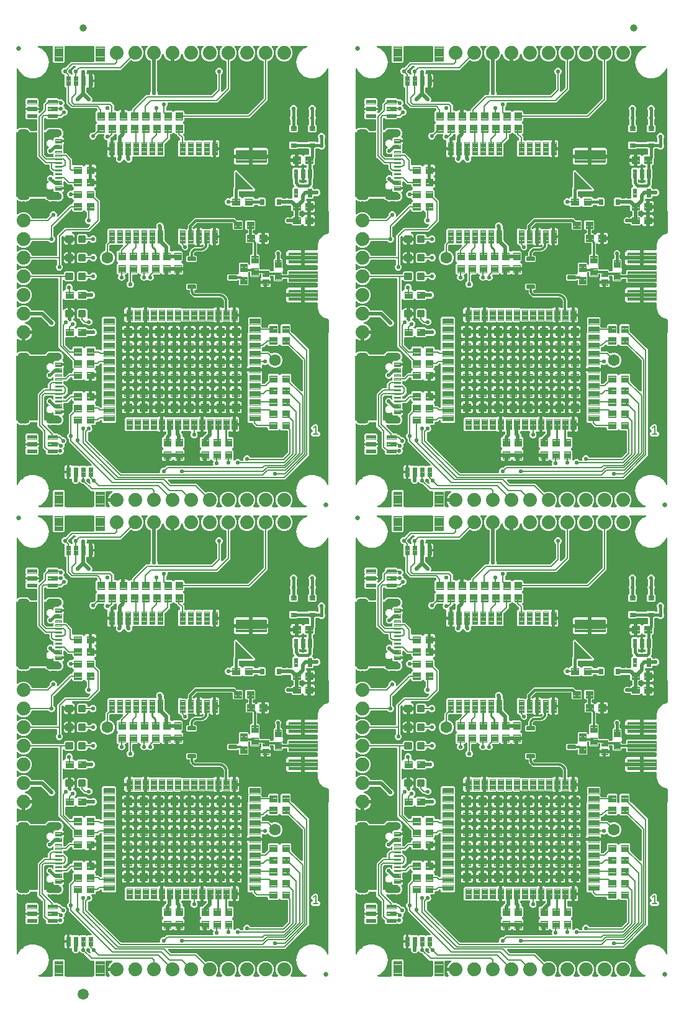
<source format=gtl>
G04 EAGLE Gerber RS-274X export*
G75*
%MOMM*%
%FSLAX34Y34*%
%LPD*%
%INTop Copper*%
%IPPOS*%
%AMOC8*
5,1,8,0,0,1.08239X$1,22.5*%
G01*
%ADD10C,0.203200*%
%ADD11C,0.635000*%
%ADD12C,0.096000*%
%ADD13C,0.102000*%
%ADD14C,0.100000*%
%ADD15C,0.300000*%
%ADD16C,0.099000*%
%ADD17C,0.654000*%
%ADD18C,0.105000*%
%ADD19C,1.879600*%
%ADD20C,0.104000*%
%ADD21C,0.100800*%
%ADD22C,1.600000*%
%ADD23C,0.180000*%
%ADD24C,1.000000*%
%ADD25C,1.500000*%
%ADD26C,0.508000*%
%ADD27C,0.558800*%
%ADD28C,0.406400*%
%ADD29C,0.152400*%
%ADD30C,0.317500*%
%ADD31C,0.266700*%
%ADD32C,0.812800*%

G36*
X744940Y3066D02*
X744940Y3066D01*
X745078Y3079D01*
X745097Y3086D01*
X745117Y3089D01*
X745246Y3140D01*
X745377Y3187D01*
X745394Y3198D01*
X745413Y3206D01*
X745525Y3287D01*
X745640Y3365D01*
X745654Y3381D01*
X745670Y3392D01*
X745759Y3500D01*
X745851Y3604D01*
X745860Y3622D01*
X745873Y3637D01*
X745932Y3763D01*
X745995Y3887D01*
X746000Y3907D01*
X746008Y3925D01*
X746035Y4062D01*
X746065Y4197D01*
X746064Y4218D01*
X746068Y4237D01*
X746060Y4376D01*
X746055Y4515D01*
X746050Y4535D01*
X746048Y4555D01*
X746006Y4687D01*
X745967Y4821D01*
X745957Y4838D01*
X745950Y4857D01*
X745876Y4975D01*
X745805Y5095D01*
X745787Y5116D01*
X745780Y5126D01*
X745765Y5140D01*
X745699Y5215D01*
X744689Y6225D01*
X742949Y10426D01*
X742949Y14974D01*
X744689Y19175D01*
X747905Y22391D01*
X752106Y24131D01*
X756654Y24131D01*
X760855Y22391D01*
X764071Y19175D01*
X765811Y14974D01*
X765811Y10426D01*
X764071Y6225D01*
X763061Y5215D01*
X762976Y5106D01*
X762887Y4999D01*
X762878Y4980D01*
X762866Y4964D01*
X762811Y4837D01*
X762752Y4711D01*
X762748Y4691D01*
X762740Y4672D01*
X762718Y4534D01*
X762692Y4398D01*
X762693Y4378D01*
X762690Y4358D01*
X762703Y4219D01*
X762712Y4081D01*
X762718Y4062D01*
X762720Y4042D01*
X762767Y3910D01*
X762810Y3779D01*
X762820Y3761D01*
X762827Y3742D01*
X762905Y3627D01*
X762980Y3510D01*
X762994Y3496D01*
X763006Y3479D01*
X763110Y3387D01*
X763211Y3292D01*
X763229Y3282D01*
X763244Y3269D01*
X763368Y3206D01*
X763490Y3138D01*
X763509Y3133D01*
X763527Y3124D01*
X763663Y3094D01*
X763798Y3059D01*
X763826Y3057D01*
X763838Y3054D01*
X763858Y3055D01*
X763958Y3049D01*
X770202Y3049D01*
X770340Y3066D01*
X770478Y3079D01*
X770497Y3086D01*
X770517Y3089D01*
X770646Y3140D01*
X770777Y3187D01*
X770794Y3198D01*
X770813Y3206D01*
X770925Y3287D01*
X771040Y3365D01*
X771054Y3381D01*
X771070Y3392D01*
X771159Y3500D01*
X771251Y3604D01*
X771260Y3622D01*
X771273Y3637D01*
X771332Y3763D01*
X771395Y3887D01*
X771400Y3907D01*
X771408Y3925D01*
X771435Y4062D01*
X771465Y4197D01*
X771464Y4218D01*
X771468Y4237D01*
X771460Y4376D01*
X771455Y4515D01*
X771450Y4535D01*
X771448Y4555D01*
X771406Y4687D01*
X771367Y4821D01*
X771357Y4838D01*
X771350Y4857D01*
X771276Y4975D01*
X771205Y5095D01*
X771187Y5116D01*
X771180Y5126D01*
X771165Y5140D01*
X771099Y5215D01*
X770089Y6225D01*
X768349Y10426D01*
X768349Y14974D01*
X770089Y19175D01*
X773305Y22391D01*
X777506Y24131D01*
X782054Y24131D01*
X786255Y22391D01*
X789471Y19175D01*
X791211Y14974D01*
X791211Y10426D01*
X789471Y6225D01*
X788461Y5215D01*
X788376Y5106D01*
X788287Y4999D01*
X788278Y4980D01*
X788266Y4964D01*
X788211Y4837D01*
X788152Y4711D01*
X788148Y4691D01*
X788140Y4672D01*
X788118Y4534D01*
X788092Y4398D01*
X788093Y4378D01*
X788090Y4358D01*
X788103Y4219D01*
X788112Y4081D01*
X788118Y4062D01*
X788120Y4042D01*
X788167Y3910D01*
X788210Y3779D01*
X788220Y3761D01*
X788227Y3742D01*
X788305Y3627D01*
X788380Y3510D01*
X788394Y3496D01*
X788406Y3479D01*
X788510Y3387D01*
X788611Y3292D01*
X788629Y3282D01*
X788644Y3269D01*
X788768Y3206D01*
X788890Y3138D01*
X788909Y3133D01*
X788927Y3124D01*
X789063Y3094D01*
X789198Y3059D01*
X789226Y3057D01*
X789238Y3054D01*
X789258Y3055D01*
X789358Y3049D01*
X795602Y3049D01*
X795740Y3066D01*
X795878Y3079D01*
X795897Y3086D01*
X795917Y3089D01*
X796046Y3140D01*
X796177Y3187D01*
X796194Y3198D01*
X796213Y3206D01*
X796325Y3287D01*
X796440Y3365D01*
X796454Y3381D01*
X796470Y3392D01*
X796559Y3500D01*
X796651Y3604D01*
X796660Y3622D01*
X796673Y3637D01*
X796732Y3763D01*
X796795Y3887D01*
X796800Y3907D01*
X796808Y3925D01*
X796835Y4062D01*
X796865Y4197D01*
X796864Y4218D01*
X796868Y4237D01*
X796860Y4376D01*
X796855Y4515D01*
X796850Y4535D01*
X796848Y4555D01*
X796806Y4687D01*
X796767Y4821D01*
X796757Y4838D01*
X796750Y4857D01*
X796676Y4975D01*
X796605Y5095D01*
X796587Y5116D01*
X796580Y5126D01*
X796565Y5140D01*
X796499Y5215D01*
X795489Y6225D01*
X793749Y10426D01*
X793749Y14974D01*
X795489Y19175D01*
X798705Y22391D01*
X802906Y24131D01*
X807454Y24131D01*
X811655Y22391D01*
X814871Y19175D01*
X816611Y14974D01*
X816611Y10426D01*
X814871Y6225D01*
X813861Y5215D01*
X813776Y5106D01*
X813687Y4999D01*
X813678Y4980D01*
X813666Y4964D01*
X813611Y4837D01*
X813552Y4711D01*
X813548Y4691D01*
X813540Y4672D01*
X813518Y4534D01*
X813492Y4398D01*
X813493Y4378D01*
X813490Y4358D01*
X813503Y4219D01*
X813512Y4081D01*
X813518Y4062D01*
X813520Y4042D01*
X813567Y3910D01*
X813610Y3779D01*
X813620Y3761D01*
X813627Y3742D01*
X813705Y3627D01*
X813780Y3510D01*
X813794Y3496D01*
X813806Y3479D01*
X813910Y3387D01*
X814011Y3292D01*
X814029Y3282D01*
X814044Y3269D01*
X814168Y3206D01*
X814290Y3138D01*
X814309Y3133D01*
X814327Y3124D01*
X814463Y3094D01*
X814598Y3059D01*
X814626Y3057D01*
X814638Y3054D01*
X814658Y3055D01*
X814758Y3049D01*
X821002Y3049D01*
X821140Y3066D01*
X821278Y3079D01*
X821297Y3086D01*
X821317Y3089D01*
X821446Y3140D01*
X821577Y3187D01*
X821594Y3198D01*
X821613Y3206D01*
X821725Y3287D01*
X821840Y3365D01*
X821854Y3381D01*
X821870Y3392D01*
X821959Y3500D01*
X822051Y3604D01*
X822060Y3622D01*
X822073Y3637D01*
X822132Y3763D01*
X822195Y3887D01*
X822200Y3907D01*
X822208Y3925D01*
X822235Y4062D01*
X822265Y4197D01*
X822264Y4218D01*
X822268Y4237D01*
X822260Y4376D01*
X822255Y4515D01*
X822250Y4535D01*
X822248Y4555D01*
X822206Y4687D01*
X822167Y4821D01*
X822157Y4838D01*
X822150Y4857D01*
X822076Y4975D01*
X822005Y5095D01*
X821987Y5116D01*
X821980Y5126D01*
X821965Y5140D01*
X821899Y5215D01*
X820889Y6225D01*
X819149Y10426D01*
X819149Y14974D01*
X820889Y19175D01*
X824105Y22391D01*
X828306Y24131D01*
X832854Y24131D01*
X837055Y22391D01*
X840271Y19175D01*
X842011Y14974D01*
X842011Y10426D01*
X840271Y6225D01*
X839261Y5215D01*
X839176Y5106D01*
X839087Y4999D01*
X839078Y4980D01*
X839066Y4964D01*
X839011Y4837D01*
X838952Y4711D01*
X838948Y4691D01*
X838940Y4672D01*
X838918Y4534D01*
X838892Y4398D01*
X838893Y4378D01*
X838890Y4358D01*
X838903Y4219D01*
X838912Y4081D01*
X838918Y4062D01*
X838920Y4042D01*
X838967Y3910D01*
X839010Y3779D01*
X839020Y3761D01*
X839027Y3742D01*
X839105Y3627D01*
X839180Y3510D01*
X839194Y3496D01*
X839206Y3479D01*
X839310Y3387D01*
X839411Y3292D01*
X839429Y3282D01*
X839444Y3269D01*
X839568Y3206D01*
X839690Y3138D01*
X839709Y3133D01*
X839727Y3124D01*
X839863Y3094D01*
X839998Y3059D01*
X840026Y3057D01*
X840038Y3054D01*
X840058Y3055D01*
X840158Y3049D01*
X859764Y3049D01*
X859861Y3061D01*
X859958Y3064D01*
X860018Y3081D01*
X860080Y3089D01*
X860170Y3124D01*
X860264Y3151D01*
X860318Y3183D01*
X860376Y3206D01*
X860454Y3263D01*
X860538Y3312D01*
X860582Y3356D01*
X860633Y3392D01*
X860695Y3468D01*
X860764Y3536D01*
X860796Y3589D01*
X860836Y3637D01*
X860877Y3725D01*
X860927Y3809D01*
X860945Y3869D01*
X860971Y3925D01*
X860989Y4021D01*
X861017Y4114D01*
X861019Y4176D01*
X861031Y4237D01*
X861025Y4335D01*
X861028Y4432D01*
X861015Y4493D01*
X861011Y4555D01*
X860981Y4648D01*
X860960Y4743D01*
X860932Y4798D01*
X860913Y4857D01*
X860861Y4940D01*
X860817Y5027D01*
X860776Y5073D01*
X860743Y5126D01*
X860672Y5193D01*
X860608Y5266D01*
X860557Y5301D01*
X860511Y5344D01*
X860426Y5391D01*
X860346Y5446D01*
X860250Y5488D01*
X860233Y5498D01*
X860222Y5500D01*
X860198Y5511D01*
X857718Y6413D01*
X851885Y11308D01*
X848078Y17902D01*
X846756Y25400D01*
X848078Y32898D01*
X851885Y39492D01*
X857718Y44387D01*
X864873Y46991D01*
X872487Y46991D01*
X879642Y44387D01*
X885475Y39492D01*
X888663Y33970D01*
X888751Y33854D01*
X888836Y33736D01*
X888847Y33728D01*
X888855Y33717D01*
X888969Y33626D01*
X889081Y33533D01*
X889094Y33528D01*
X889104Y33519D01*
X889238Y33460D01*
X889369Y33398D01*
X889382Y33395D01*
X889395Y33390D01*
X889539Y33365D01*
X889682Y33338D01*
X889695Y33339D01*
X889708Y33337D01*
X889854Y33349D01*
X889999Y33358D01*
X890012Y33362D01*
X890025Y33363D01*
X890163Y33411D01*
X890301Y33456D01*
X890313Y33463D01*
X890326Y33468D01*
X890447Y33548D01*
X890570Y33626D01*
X890579Y33636D01*
X890591Y33643D01*
X890688Y33751D01*
X890788Y33858D01*
X890795Y33870D01*
X890804Y33880D01*
X890871Y34008D01*
X890942Y34136D01*
X890945Y34149D01*
X890951Y34161D01*
X890985Y34303D01*
X891021Y34444D01*
X891022Y34462D01*
X891024Y34471D01*
X891024Y34488D01*
X891031Y34605D01*
X891031Y240541D01*
X891042Y240553D01*
X891062Y240588D01*
X891087Y240619D01*
X891138Y240727D01*
X891196Y240831D01*
X891206Y240871D01*
X891223Y240907D01*
X891245Y241024D01*
X891275Y241139D01*
X891279Y241200D01*
X891283Y241220D01*
X891281Y241240D01*
X891285Y241300D01*
X891285Y257649D01*
X891282Y257678D01*
X891284Y257708D01*
X891262Y257836D01*
X891245Y257964D01*
X891235Y257992D01*
X891230Y258021D01*
X891176Y258139D01*
X891128Y258260D01*
X891111Y258284D01*
X891099Y258311D01*
X891018Y258412D01*
X890942Y258517D01*
X890919Y258536D01*
X890900Y258559D01*
X890797Y258637D01*
X890697Y258720D01*
X890670Y258733D01*
X890646Y258751D01*
X890502Y258822D01*
X883864Y261571D01*
X878791Y266644D01*
X876045Y273273D01*
X876045Y280790D01*
X876030Y280908D01*
X876023Y281027D01*
X876010Y281065D01*
X876005Y281106D01*
X875962Y281216D01*
X875925Y281329D01*
X875903Y281364D01*
X875888Y281401D01*
X875819Y281497D01*
X875755Y281598D01*
X875725Y281626D01*
X875702Y281659D01*
X875610Y281735D01*
X875523Y281816D01*
X875488Y281836D01*
X875457Y281861D01*
X875349Y281912D01*
X875245Y281970D01*
X875205Y281980D01*
X875169Y281997D01*
X875052Y282019D01*
X874937Y282049D01*
X874877Y282053D01*
X874857Y282057D01*
X874836Y282055D01*
X874776Y282059D01*
X874522Y282059D01*
X858519Y282059D01*
X858519Y290830D01*
X858504Y290948D01*
X858497Y291067D01*
X858484Y291105D01*
X858479Y291145D01*
X858435Y291256D01*
X858399Y291369D01*
X858377Y291404D01*
X858362Y291441D01*
X858292Y291537D01*
X858229Y291638D01*
X858199Y291666D01*
X858175Y291698D01*
X858084Y291774D01*
X857997Y291856D01*
X857962Y291875D01*
X857930Y291901D01*
X857823Y291952D01*
X857719Y292009D01*
X857679Y292020D01*
X857643Y292037D01*
X857526Y292059D01*
X857411Y292089D01*
X857350Y292093D01*
X857330Y292097D01*
X857310Y292095D01*
X857250Y292099D01*
X855979Y292099D01*
X855979Y292101D01*
X857250Y292101D01*
X857368Y292116D01*
X857487Y292123D01*
X857525Y292136D01*
X857565Y292141D01*
X857676Y292185D01*
X857789Y292221D01*
X857824Y292243D01*
X857861Y292258D01*
X857957Y292328D01*
X858058Y292391D01*
X858086Y292421D01*
X858118Y292445D01*
X858194Y292536D01*
X858276Y292623D01*
X858295Y292658D01*
X858321Y292690D01*
X858372Y292797D01*
X858429Y292901D01*
X858440Y292941D01*
X858457Y292977D01*
X858479Y293094D01*
X858509Y293209D01*
X858513Y293270D01*
X858517Y293290D01*
X858515Y293310D01*
X858519Y293370D01*
X858519Y302141D01*
X874776Y302141D01*
X874894Y302156D01*
X875013Y302163D01*
X875051Y302176D01*
X875092Y302181D01*
X875202Y302224D01*
X875315Y302261D01*
X875350Y302283D01*
X875387Y302298D01*
X875483Y302367D01*
X875584Y302431D01*
X875612Y302461D01*
X875645Y302484D01*
X875721Y302576D01*
X875802Y302663D01*
X875822Y302698D01*
X875847Y302729D01*
X875898Y302837D01*
X875956Y302941D01*
X875966Y302981D01*
X875983Y303017D01*
X876005Y303134D01*
X876035Y303249D01*
X876039Y303309D01*
X876043Y303329D01*
X876041Y303350D01*
X876045Y303410D01*
X876045Y307460D01*
X876030Y307578D01*
X876023Y307697D01*
X876010Y307735D01*
X876005Y307776D01*
X875962Y307886D01*
X875925Y307999D01*
X875903Y308034D01*
X875888Y308071D01*
X875819Y308167D01*
X875755Y308268D01*
X875725Y308296D01*
X875702Y308329D01*
X875610Y308405D01*
X875523Y308486D01*
X875488Y308506D01*
X875457Y308531D01*
X875349Y308582D01*
X875245Y308640D01*
X875205Y308650D01*
X875169Y308667D01*
X875052Y308689D01*
X874937Y308719D01*
X874877Y308723D01*
X874857Y308727D01*
X874836Y308725D01*
X874776Y308729D01*
X835761Y308729D01*
X834709Y309781D01*
X834709Y313373D01*
X834694Y313491D01*
X834687Y313609D01*
X834674Y313648D01*
X834669Y313688D01*
X834626Y313799D01*
X834589Y313912D01*
X834567Y313946D01*
X834552Y313984D01*
X834483Y314080D01*
X834419Y314181D01*
X834389Y314208D01*
X834366Y314241D01*
X834274Y314317D01*
X834187Y314399D01*
X834152Y314418D01*
X834121Y314444D01*
X834013Y314495D01*
X833909Y314552D01*
X833869Y314562D01*
X833833Y314579D01*
X833716Y314602D01*
X833601Y314632D01*
X833541Y314635D01*
X833521Y314639D01*
X833500Y314638D01*
X833440Y314642D01*
X829738Y314642D01*
X829620Y314627D01*
X829501Y314619D01*
X829463Y314607D01*
X829422Y314602D01*
X829312Y314558D01*
X829199Y314521D01*
X829164Y314500D01*
X829127Y314485D01*
X829031Y314415D01*
X828930Y314351D01*
X828902Y314322D01*
X828869Y314298D01*
X828793Y314206D01*
X828712Y314120D01*
X828692Y314084D01*
X828667Y314053D01*
X828616Y313945D01*
X828558Y313841D01*
X828548Y313802D01*
X828531Y313765D01*
X828509Y313649D01*
X828479Y313533D01*
X828475Y313473D01*
X828471Y313453D01*
X828473Y313433D01*
X828469Y313373D01*
X828469Y312157D01*
X827431Y311119D01*
X816965Y311119D01*
X815927Y312157D01*
X815927Y317268D01*
X815912Y317386D01*
X815905Y317504D01*
X815892Y317543D01*
X815887Y317583D01*
X815844Y317694D01*
X815807Y317807D01*
X815785Y317841D01*
X815770Y317879D01*
X815701Y317975D01*
X815637Y318076D01*
X815607Y318103D01*
X815584Y318136D01*
X815492Y318212D01*
X815405Y318294D01*
X815370Y318313D01*
X815339Y318339D01*
X815231Y318390D01*
X815127Y318447D01*
X815087Y318457D01*
X815051Y318474D01*
X814934Y318497D01*
X814819Y318527D01*
X814759Y318530D01*
X814739Y318534D01*
X814718Y318533D01*
X814658Y318537D01*
X812220Y318537D01*
X812102Y318522D01*
X811983Y318514D01*
X811945Y318502D01*
X811904Y318497D01*
X811794Y318453D01*
X811681Y318416D01*
X811646Y318395D01*
X811609Y318380D01*
X811513Y318310D01*
X811412Y318246D01*
X811384Y318217D01*
X811351Y318193D01*
X811275Y318101D01*
X811194Y318015D01*
X811174Y317979D01*
X811149Y317948D01*
X811098Y317840D01*
X811040Y317736D01*
X811030Y317697D01*
X811013Y317660D01*
X810991Y317544D01*
X810961Y317428D01*
X810957Y317368D01*
X810953Y317348D01*
X810955Y317328D01*
X810951Y317268D01*
X810951Y316594D01*
X810963Y316496D01*
X810966Y316397D01*
X810983Y316339D01*
X810991Y316279D01*
X811027Y316187D01*
X811055Y316092D01*
X811085Y316040D01*
X811108Y315983D01*
X811166Y315903D01*
X811216Y315818D01*
X811282Y315742D01*
X811294Y315726D01*
X811304Y315718D01*
X811322Y315697D01*
X811611Y315408D01*
X811698Y315257D01*
X812013Y314713D01*
X812221Y313937D01*
X812221Y311919D01*
X806035Y311919D01*
X805917Y311904D01*
X805798Y311897D01*
X805760Y311884D01*
X805720Y311879D01*
X805609Y311836D01*
X805496Y311799D01*
X805462Y311777D01*
X805424Y311762D01*
X805328Y311693D01*
X805227Y311629D01*
X805199Y311599D01*
X805175Y311581D01*
X805159Y311595D01*
X805072Y311676D01*
X805037Y311696D01*
X805005Y311721D01*
X804898Y311772D01*
X804793Y311830D01*
X804754Y311840D01*
X804718Y311857D01*
X804601Y311879D01*
X804485Y311909D01*
X804425Y311913D01*
X804405Y311917D01*
X804385Y311915D01*
X804325Y311919D01*
X798139Y311919D01*
X798139Y313937D01*
X798347Y314713D01*
X798662Y315257D01*
X798749Y315408D01*
X799038Y315697D01*
X799098Y315775D01*
X799166Y315847D01*
X799195Y315900D01*
X799232Y315948D01*
X799272Y316039D01*
X799320Y316126D01*
X799335Y316184D01*
X799359Y316240D01*
X799374Y316338D01*
X799399Y316434D01*
X799405Y316534D01*
X799409Y316554D01*
X799407Y316566D01*
X799409Y316594D01*
X799409Y319732D01*
X799394Y319850D01*
X799387Y319968D01*
X799374Y320007D01*
X799369Y320047D01*
X799326Y320158D01*
X799289Y320271D01*
X799267Y320305D01*
X799252Y320343D01*
X799183Y320439D01*
X799119Y320540D01*
X799089Y320567D01*
X799066Y320600D01*
X798974Y320676D01*
X798887Y320758D01*
X798852Y320777D01*
X798821Y320803D01*
X798713Y320854D01*
X798609Y320911D01*
X798569Y320921D01*
X798533Y320938D01*
X798416Y320961D01*
X798301Y320991D01*
X798241Y320994D01*
X798221Y320998D01*
X798200Y320997D01*
X798140Y321001D01*
X797988Y321001D01*
X797870Y320986D01*
X797751Y320978D01*
X797713Y320966D01*
X797672Y320961D01*
X797562Y320917D01*
X797449Y320880D01*
X797414Y320859D01*
X797377Y320844D01*
X797281Y320774D01*
X797180Y320710D01*
X797152Y320681D01*
X797119Y320657D01*
X797043Y320565D01*
X796962Y320479D01*
X796942Y320443D01*
X796917Y320412D01*
X796866Y320304D01*
X796808Y320200D01*
X796798Y320161D01*
X796781Y320124D01*
X796759Y320008D01*
X796729Y319892D01*
X796725Y319832D01*
X796721Y319812D01*
X796723Y319792D01*
X796719Y319732D01*
X796719Y318126D01*
X795681Y317088D01*
X785215Y317088D01*
X784177Y318126D01*
X784177Y322263D01*
X784162Y322381D01*
X784155Y322499D01*
X784142Y322538D01*
X784137Y322578D01*
X784094Y322689D01*
X784057Y322802D01*
X784035Y322836D01*
X784020Y322874D01*
X783951Y322970D01*
X783887Y323071D01*
X783857Y323098D01*
X783834Y323131D01*
X783742Y323207D01*
X783655Y323289D01*
X783620Y323308D01*
X783589Y323334D01*
X783481Y323385D01*
X783377Y323442D01*
X783337Y323452D01*
X783301Y323469D01*
X783184Y323492D01*
X783069Y323522D01*
X783009Y323525D01*
X782989Y323529D01*
X782968Y323528D01*
X782908Y323532D01*
X782574Y323532D01*
X782456Y323517D01*
X782337Y323509D01*
X782299Y323497D01*
X782258Y323492D01*
X782148Y323448D01*
X782035Y323411D01*
X782000Y323390D01*
X781963Y323375D01*
X781867Y323305D01*
X781766Y323241D01*
X781738Y323212D01*
X781705Y323188D01*
X781629Y323096D01*
X781548Y323010D01*
X781528Y322974D01*
X781503Y322943D01*
X781452Y322835D01*
X781394Y322731D01*
X781384Y322692D01*
X781367Y322655D01*
X781345Y322539D01*
X781315Y322423D01*
X781311Y322363D01*
X781307Y322343D01*
X781309Y322323D01*
X781305Y322263D01*
X781305Y319465D01*
X781290Y319446D01*
X781243Y319337D01*
X781188Y319231D01*
X781180Y319191D01*
X781163Y319154D01*
X781145Y319037D01*
X781119Y318921D01*
X781120Y318880D01*
X781114Y318840D01*
X781125Y318722D01*
X781128Y318603D01*
X781140Y318564D01*
X781143Y318524D01*
X781184Y318412D01*
X781217Y318297D01*
X781237Y318262D01*
X781251Y318224D01*
X781318Y318126D01*
X781378Y318023D01*
X781418Y317978D01*
X781430Y317961D01*
X781445Y317948D01*
X781479Y317909D01*
X781479Y306442D01*
X780441Y305404D01*
X769975Y305404D01*
X768937Y306442D01*
X768937Y311297D01*
X768920Y311435D01*
X768907Y311574D01*
X768900Y311593D01*
X768897Y311613D01*
X768846Y311742D01*
X768799Y311873D01*
X768788Y311890D01*
X768780Y311908D01*
X768699Y312021D01*
X768621Y312136D01*
X768605Y312149D01*
X768594Y312166D01*
X768486Y312255D01*
X768382Y312346D01*
X768364Y312356D01*
X768349Y312369D01*
X768223Y312428D01*
X768099Y312491D01*
X768079Y312495D01*
X768061Y312504D01*
X767924Y312530D01*
X767789Y312561D01*
X767768Y312560D01*
X767749Y312564D01*
X767610Y312555D01*
X767471Y312551D01*
X767451Y312545D01*
X767431Y312544D01*
X767299Y312501D01*
X767165Y312463D01*
X767148Y312452D01*
X767129Y312446D01*
X767011Y312372D01*
X766891Y312301D01*
X766870Y312282D01*
X766860Y312276D01*
X766846Y312261D01*
X766771Y312195D01*
X766281Y311705D01*
X754283Y311705D01*
X753011Y312977D01*
X753011Y318975D01*
X754283Y320247D01*
X766659Y320247D01*
X766746Y320230D01*
X766765Y320231D01*
X766785Y320228D01*
X766924Y320241D01*
X767063Y320250D01*
X767082Y320256D01*
X767101Y320258D01*
X767233Y320305D01*
X767365Y320348D01*
X767382Y320358D01*
X767401Y320365D01*
X767516Y320443D01*
X767634Y320518D01*
X767648Y320532D01*
X767664Y320544D01*
X767756Y320648D01*
X767852Y320750D01*
X767862Y320767D01*
X767875Y320782D01*
X767938Y320906D01*
X768006Y321028D01*
X768010Y321047D01*
X768020Y321065D01*
X768050Y321201D01*
X768085Y321336D01*
X768087Y321363D01*
X768089Y321375D01*
X768089Y321395D01*
X768095Y321497D01*
X768095Y321833D01*
X768565Y322303D01*
X768626Y322381D01*
X768694Y322453D01*
X768723Y322506D01*
X768760Y322554D01*
X768800Y322645D01*
X768848Y322732D01*
X768863Y322790D01*
X768887Y322846D01*
X768902Y322944D01*
X768927Y323040D01*
X768933Y323140D01*
X768937Y323160D01*
X768935Y323172D01*
X768937Y323200D01*
X768937Y334908D01*
X769975Y335946D01*
X780441Y335946D01*
X781479Y334908D01*
X781479Y334470D01*
X781496Y334333D01*
X781509Y334194D01*
X781516Y334175D01*
X781519Y334155D01*
X781570Y334026D01*
X781617Y333895D01*
X781628Y333878D01*
X781636Y333859D01*
X781717Y333747D01*
X781795Y333632D01*
X781811Y333618D01*
X781822Y333602D01*
X781930Y333513D01*
X782034Y333421D01*
X782052Y333412D01*
X782067Y333399D01*
X782193Y333340D01*
X782317Y333276D01*
X782337Y333272D01*
X782355Y333263D01*
X782491Y333237D01*
X782627Y333207D01*
X782648Y333207D01*
X782667Y333204D01*
X782806Y333212D01*
X782945Y333216D01*
X782965Y333222D01*
X782985Y333223D01*
X783117Y333266D01*
X783251Y333305D01*
X783268Y333315D01*
X783287Y333321D01*
X783405Y333396D01*
X783525Y333466D01*
X783546Y333485D01*
X783556Y333492D01*
X783570Y333506D01*
X783645Y333573D01*
X783806Y333733D01*
X783866Y333811D01*
X783934Y333883D01*
X783963Y333936D01*
X784000Y333984D01*
X784040Y334075D01*
X784088Y334162D01*
X784103Y334220D01*
X784127Y334276D01*
X784142Y334374D01*
X784167Y334470D01*
X784173Y334570D01*
X784177Y334590D01*
X784175Y334602D01*
X784177Y334630D01*
X784177Y346592D01*
X785215Y347630D01*
X786321Y347630D01*
X786439Y347645D01*
X786557Y347652D01*
X786596Y347665D01*
X786636Y347670D01*
X786747Y347713D01*
X786860Y347750D01*
X786894Y347772D01*
X786932Y347787D01*
X787028Y347856D01*
X787129Y347920D01*
X787156Y347950D01*
X787189Y347973D01*
X787265Y348065D01*
X787347Y348152D01*
X787366Y348187D01*
X787392Y348218D01*
X787443Y348326D01*
X787500Y348430D01*
X787510Y348470D01*
X787527Y348506D01*
X787550Y348623D01*
X787580Y348738D01*
X787583Y348798D01*
X787587Y348818D01*
X787586Y348839D01*
X787590Y348899D01*
X787590Y362027D01*
X787577Y362126D01*
X787574Y362225D01*
X787565Y362255D01*
X787565Y362267D01*
X787556Y362293D01*
X787550Y362343D01*
X787513Y362435D01*
X787486Y362530D01*
X787472Y362554D01*
X787467Y362569D01*
X787449Y362597D01*
X787433Y362639D01*
X787375Y362719D01*
X787324Y362804D01*
X787302Y362829D01*
X787297Y362838D01*
X787284Y362850D01*
X787258Y362879D01*
X787246Y362896D01*
X787237Y362904D01*
X787218Y362925D01*
X787215Y362928D01*
X787137Y362988D01*
X787065Y363056D01*
X787028Y363077D01*
X787001Y363099D01*
X786985Y363106D01*
X786964Y363122D01*
X786873Y363162D01*
X786786Y363210D01*
X786741Y363221D01*
X786713Y363234D01*
X786700Y363237D01*
X786672Y363249D01*
X786574Y363264D01*
X786479Y363289D01*
X786401Y363294D01*
X786378Y363295D01*
X786358Y363299D01*
X786346Y363297D01*
X786318Y363299D01*
X778882Y363299D01*
X777844Y364337D01*
X777844Y374803D01*
X778882Y375841D01*
X779898Y375841D01*
X780016Y375856D01*
X780135Y375863D01*
X780173Y375876D01*
X780214Y375881D01*
X780324Y375924D01*
X780437Y375961D01*
X780472Y375983D01*
X780509Y375998D01*
X780605Y376067D01*
X780706Y376131D01*
X780734Y376161D01*
X780767Y376184D01*
X780843Y376276D01*
X780924Y376363D01*
X780944Y376398D01*
X780969Y376429D01*
X781020Y376537D01*
X781078Y376641D01*
X781088Y376681D01*
X781105Y376717D01*
X781127Y376834D01*
X781157Y376949D01*
X781161Y377009D01*
X781165Y377029D01*
X781163Y377050D01*
X781167Y377110D01*
X781167Y379810D01*
X781152Y379928D01*
X781145Y380047D01*
X781132Y380085D01*
X781127Y380126D01*
X781084Y380236D01*
X781047Y380349D01*
X781025Y380384D01*
X781010Y380421D01*
X780941Y380517D01*
X780877Y380618D01*
X780847Y380646D01*
X780824Y380679D01*
X780732Y380755D01*
X780645Y380836D01*
X780610Y380856D01*
X780579Y380881D01*
X780471Y380932D01*
X780367Y380990D01*
X780327Y381000D01*
X780291Y381017D01*
X780174Y381039D01*
X780059Y381069D01*
X779999Y381073D01*
X779979Y381077D01*
X779958Y381075D01*
X779898Y381079D01*
X778737Y381079D01*
X777699Y382117D01*
X777699Y392583D01*
X778737Y393621D01*
X790203Y393621D01*
X791241Y392583D01*
X791241Y382117D01*
X790203Y381079D01*
X789042Y381079D01*
X788924Y381064D01*
X788805Y381057D01*
X788767Y381044D01*
X788726Y381039D01*
X788616Y380996D01*
X788503Y380959D01*
X788468Y380937D01*
X788431Y380922D01*
X788335Y380853D01*
X788234Y380789D01*
X788206Y380759D01*
X788173Y380736D01*
X788097Y380644D01*
X788016Y380557D01*
X787996Y380522D01*
X787971Y380491D01*
X787920Y380383D01*
X787862Y380279D01*
X787852Y380239D01*
X787835Y380203D01*
X787813Y380086D01*
X787783Y379971D01*
X787779Y379911D01*
X787775Y379891D01*
X787777Y379870D01*
X787773Y379810D01*
X787773Y377110D01*
X787788Y376992D01*
X787795Y376873D01*
X787808Y376835D01*
X787813Y376794D01*
X787856Y376684D01*
X787893Y376571D01*
X787915Y376536D01*
X787930Y376499D01*
X787999Y376403D01*
X788063Y376302D01*
X788093Y376274D01*
X788116Y376241D01*
X788208Y376165D01*
X788295Y376084D01*
X788330Y376064D01*
X788361Y376039D01*
X788469Y375988D01*
X788573Y375930D01*
X788613Y375920D01*
X788649Y375903D01*
X788766Y375881D01*
X788881Y375851D01*
X788941Y375847D01*
X788961Y375843D01*
X788982Y375845D01*
X789042Y375841D01*
X790348Y375841D01*
X791628Y374561D01*
X791733Y374480D01*
X791833Y374395D01*
X791858Y374383D01*
X791879Y374367D01*
X792001Y374314D01*
X792120Y374256D01*
X792146Y374251D01*
X792171Y374240D01*
X792302Y374219D01*
X792431Y374193D01*
X792458Y374195D01*
X792485Y374190D01*
X792617Y374203D01*
X792749Y374210D01*
X792775Y374218D01*
X792802Y374220D01*
X792926Y374265D01*
X793053Y374304D01*
X793075Y374319D01*
X793101Y374328D01*
X793210Y374402D01*
X793323Y374472D01*
X793342Y374491D01*
X793364Y374506D01*
X793451Y374605D01*
X793543Y374701D01*
X793557Y374725D01*
X793574Y374745D01*
X793635Y374863D01*
X793700Y374978D01*
X793712Y375014D01*
X793719Y375028D01*
X793724Y375049D01*
X793751Y375131D01*
X793782Y375244D01*
X794182Y375937D01*
X794748Y376503D01*
X795441Y376904D01*
X796215Y377111D01*
X799116Y377111D01*
X799116Y370800D01*
X799131Y370682D01*
X799138Y370563D01*
X799150Y370525D01*
X799156Y370485D01*
X799199Y370374D01*
X799236Y370261D01*
X799258Y370227D01*
X799273Y370189D01*
X799342Y370093D01*
X799406Y369992D01*
X799436Y369964D01*
X799459Y369932D01*
X799551Y369856D01*
X799638Y369774D01*
X799673Y369755D01*
X799704Y369729D01*
X799812Y369678D01*
X799916Y369621D01*
X799956Y369611D01*
X799992Y369593D01*
X800099Y369573D01*
X800069Y369569D01*
X799959Y369525D01*
X799846Y369489D01*
X799811Y369467D01*
X799774Y369452D01*
X799677Y369382D01*
X799577Y369319D01*
X799549Y369289D01*
X799516Y369265D01*
X799440Y369174D01*
X799359Y369087D01*
X799339Y369052D01*
X799314Y369020D01*
X799263Y368913D01*
X799205Y368808D01*
X799195Y368769D01*
X799178Y368733D01*
X799156Y368616D01*
X799126Y368500D01*
X799122Y368440D01*
X799118Y368420D01*
X799120Y368400D01*
X799116Y368340D01*
X799116Y362029D01*
X796215Y362029D01*
X795666Y362176D01*
X795441Y362236D01*
X795210Y362370D01*
X795088Y362421D01*
X794968Y362478D01*
X794942Y362483D01*
X794917Y362493D01*
X794786Y362513D01*
X794656Y362537D01*
X794629Y362536D01*
X794602Y362540D01*
X794471Y362526D01*
X794339Y362518D01*
X794313Y362509D01*
X794286Y362507D01*
X794162Y362461D01*
X794036Y362420D01*
X794013Y362405D01*
X793988Y362396D01*
X793879Y362320D01*
X793767Y362250D01*
X793749Y362230D01*
X793727Y362215D01*
X793640Y362115D01*
X793549Y362018D01*
X793536Y361994D01*
X793519Y361974D01*
X793460Y361855D01*
X793396Y361739D01*
X793389Y361713D01*
X793377Y361689D01*
X793350Y361560D01*
X793316Y361431D01*
X793314Y361393D01*
X793311Y361378D01*
X793312Y361356D01*
X793306Y361271D01*
X793306Y348899D01*
X793321Y348781D01*
X793329Y348662D01*
X793341Y348624D01*
X793346Y348583D01*
X793390Y348473D01*
X793427Y348360D01*
X793448Y348325D01*
X793463Y348288D01*
X793533Y348192D01*
X793597Y348091D01*
X793626Y348063D01*
X793650Y348030D01*
X793742Y347954D01*
X793828Y347873D01*
X793864Y347853D01*
X793895Y347828D01*
X794003Y347777D01*
X794107Y347719D01*
X794146Y347709D01*
X794183Y347692D01*
X794299Y347670D01*
X794415Y347640D01*
X794475Y347636D01*
X794495Y347632D01*
X794515Y347634D01*
X794575Y347630D01*
X795681Y347630D01*
X796719Y346592D01*
X796719Y335126D01*
X796598Y335005D01*
X796525Y334910D01*
X796446Y334821D01*
X796428Y334785D01*
X796403Y334753D01*
X796356Y334644D01*
X796301Y334538D01*
X796293Y334499D01*
X796276Y334461D01*
X796258Y334344D01*
X796232Y334228D01*
X796233Y334187D01*
X796227Y334147D01*
X796238Y334028D01*
X796241Y333910D01*
X796253Y333871D01*
X796256Y333831D01*
X796297Y333718D01*
X796330Y333604D01*
X796350Y333570D01*
X796364Y333531D01*
X796431Y333433D01*
X796491Y333330D01*
X796531Y333285D01*
X796543Y333268D01*
X796545Y333266D01*
X796545Y330744D01*
X796531Y330712D01*
X796512Y330594D01*
X796486Y330477D01*
X796487Y330437D01*
X796481Y330397D01*
X796492Y330279D01*
X796495Y330160D01*
X796507Y330121D01*
X796510Y330081D01*
X796551Y329969D01*
X796584Y329854D01*
X796604Y329819D01*
X796618Y329782D01*
X796685Y329683D01*
X796719Y329625D01*
X796719Y327986D01*
X796734Y327868D01*
X796741Y327750D01*
X796754Y327711D01*
X796759Y327671D01*
X796802Y327560D01*
X796839Y327447D01*
X796861Y327413D01*
X796876Y327375D01*
X796945Y327279D01*
X797009Y327178D01*
X797039Y327151D01*
X797062Y327118D01*
X797154Y327042D01*
X797241Y326960D01*
X797276Y326941D01*
X797307Y326915D01*
X797415Y326864D01*
X797519Y326807D01*
X797559Y326797D01*
X797595Y326780D01*
X797712Y326757D01*
X797827Y326727D01*
X797887Y326724D01*
X797907Y326720D01*
X797928Y326721D01*
X797988Y326717D01*
X799728Y326717D01*
X799827Y326730D01*
X799925Y326733D01*
X799984Y326749D01*
X800044Y326757D01*
X800136Y326794D01*
X800231Y326821D01*
X800283Y326852D01*
X800339Y326874D01*
X800397Y326916D01*
X809908Y326916D01*
X810951Y325873D01*
X810951Y325522D01*
X810966Y325404D01*
X810973Y325286D01*
X810986Y325247D01*
X810991Y325207D01*
X811034Y325096D01*
X811071Y324983D01*
X811093Y324949D01*
X811108Y324911D01*
X811177Y324815D01*
X811241Y324714D01*
X811271Y324687D01*
X811294Y324654D01*
X811386Y324578D01*
X811473Y324496D01*
X811508Y324477D01*
X811539Y324451D01*
X811647Y324400D01*
X811751Y324343D01*
X811791Y324333D01*
X811827Y324316D01*
X811944Y324293D01*
X812059Y324263D01*
X812119Y324260D01*
X812139Y324256D01*
X812160Y324257D01*
X812220Y324253D01*
X814578Y324253D01*
X814696Y324268D01*
X814815Y324276D01*
X814853Y324288D01*
X814894Y324293D01*
X815004Y324337D01*
X815117Y324374D01*
X815152Y324395D01*
X815189Y324410D01*
X815285Y324480D01*
X815386Y324544D01*
X815414Y324573D01*
X815447Y324597D01*
X815523Y324689D01*
X815604Y324775D01*
X815624Y324811D01*
X815649Y324842D01*
X815700Y324950D01*
X815758Y325054D01*
X815768Y325093D01*
X815785Y325130D01*
X815807Y325246D01*
X815837Y325362D01*
X815841Y325422D01*
X815845Y325442D01*
X815843Y325462D01*
X815847Y325522D01*
X815847Y327563D01*
X815867Y327589D01*
X815946Y327678D01*
X815964Y327714D01*
X815989Y327746D01*
X816037Y327855D01*
X816091Y327961D01*
X816099Y328001D01*
X816116Y328038D01*
X816134Y328155D01*
X816160Y328272D01*
X816159Y328312D01*
X816165Y328352D01*
X816154Y328470D01*
X816151Y328589D01*
X816139Y328628D01*
X816136Y328668D01*
X816095Y328780D01*
X816062Y328895D01*
X816042Y328930D01*
X816028Y328968D01*
X815961Y329066D01*
X815927Y329124D01*
X815927Y340623D01*
X816965Y341661D01*
X817626Y341661D01*
X817744Y341676D01*
X817863Y341683D01*
X817901Y341696D01*
X817942Y341701D01*
X818052Y341744D01*
X818165Y341781D01*
X818200Y341803D01*
X818237Y341818D01*
X818333Y341887D01*
X818434Y341951D01*
X818462Y341981D01*
X818495Y342004D01*
X818571Y342096D01*
X818652Y342183D01*
X818672Y342218D01*
X818697Y342249D01*
X818748Y342357D01*
X818806Y342461D01*
X818816Y342501D01*
X818833Y342537D01*
X818855Y342654D01*
X818885Y342769D01*
X818889Y342829D01*
X818893Y342849D01*
X818891Y342870D01*
X818895Y342930D01*
X818895Y346025D01*
X818883Y346123D01*
X818880Y346222D01*
X818863Y346280D01*
X818855Y346340D01*
X818819Y346432D01*
X818791Y346527D01*
X818761Y346579D01*
X818738Y346636D01*
X818680Y346716D01*
X818630Y346801D01*
X818564Y346877D01*
X818552Y346893D01*
X818542Y346901D01*
X818524Y346922D01*
X818133Y347312D01*
X818133Y350680D01*
X820514Y353061D01*
X823882Y353061D01*
X826263Y350680D01*
X826263Y347312D01*
X825872Y346922D01*
X825812Y346844D01*
X825744Y346772D01*
X825715Y346719D01*
X825678Y346671D01*
X825638Y346580D01*
X825590Y346493D01*
X825575Y346435D01*
X825551Y346379D01*
X825536Y346281D01*
X825511Y346185D01*
X825505Y346085D01*
X825501Y346065D01*
X825503Y346053D01*
X825501Y346025D01*
X825501Y342930D01*
X825516Y342812D01*
X825523Y342693D01*
X825536Y342655D01*
X825541Y342614D01*
X825584Y342504D01*
X825621Y342391D01*
X825643Y342356D01*
X825658Y342319D01*
X825727Y342223D01*
X825791Y342122D01*
X825821Y342094D01*
X825844Y342061D01*
X825936Y341985D01*
X826023Y341904D01*
X826058Y341884D01*
X826089Y341859D01*
X826197Y341808D01*
X826301Y341750D01*
X826341Y341740D01*
X826377Y341723D01*
X826494Y341701D01*
X826609Y341671D01*
X826669Y341667D01*
X826689Y341663D01*
X826710Y341665D01*
X826770Y341661D01*
X827431Y341661D01*
X828469Y340623D01*
X828469Y328661D01*
X828481Y328563D01*
X828484Y328464D01*
X828501Y328406D01*
X828509Y328346D01*
X828545Y328254D01*
X828573Y328159D01*
X828603Y328106D01*
X828626Y328050D01*
X828684Y327970D01*
X828734Y327885D01*
X828800Y327809D01*
X828812Y327793D01*
X828822Y327785D01*
X828841Y327764D01*
X829057Y327548D01*
X829057Y325232D01*
X828841Y325016D01*
X828780Y324938D01*
X828712Y324866D01*
X828683Y324813D01*
X828646Y324765D01*
X828606Y324674D01*
X828558Y324587D01*
X828543Y324529D01*
X828519Y324473D01*
X828504Y324375D01*
X828479Y324279D01*
X828473Y324179D01*
X828469Y324159D01*
X828471Y324147D01*
X828469Y324119D01*
X828469Y321627D01*
X828484Y321509D01*
X828491Y321391D01*
X828504Y321352D01*
X828509Y321312D01*
X828552Y321201D01*
X828589Y321088D01*
X828611Y321054D01*
X828626Y321016D01*
X828695Y320920D01*
X828759Y320819D01*
X828789Y320792D01*
X828812Y320759D01*
X828904Y320683D01*
X828991Y320601D01*
X829026Y320582D01*
X829057Y320556D01*
X829165Y320505D01*
X829269Y320448D01*
X829309Y320438D01*
X829345Y320421D01*
X829462Y320398D01*
X829577Y320368D01*
X829637Y320365D01*
X829657Y320361D01*
X829678Y320362D01*
X829738Y320358D01*
X833440Y320358D01*
X833558Y320373D01*
X833677Y320381D01*
X833715Y320393D01*
X833756Y320398D01*
X833866Y320442D01*
X833979Y320479D01*
X834014Y320500D01*
X834051Y320515D01*
X834147Y320585D01*
X834248Y320649D01*
X834276Y320678D01*
X834309Y320702D01*
X834385Y320794D01*
X834466Y320880D01*
X834486Y320916D01*
X834511Y320947D01*
X834562Y321055D01*
X834620Y321159D01*
X834630Y321198D01*
X834647Y321235D01*
X834669Y321351D01*
X834699Y321467D01*
X834703Y321527D01*
X834707Y321547D01*
X834705Y321567D01*
X834709Y321627D01*
X834709Y325219D01*
X835761Y326271D01*
X874776Y326271D01*
X874894Y326286D01*
X875013Y326293D01*
X875051Y326306D01*
X875092Y326311D01*
X875202Y326354D01*
X875315Y326391D01*
X875350Y326413D01*
X875387Y326428D01*
X875483Y326497D01*
X875584Y326561D01*
X875612Y326591D01*
X875645Y326614D01*
X875721Y326706D01*
X875802Y326793D01*
X875822Y326828D01*
X875847Y326859D01*
X875898Y326967D01*
X875956Y327071D01*
X875966Y327111D01*
X875983Y327147D01*
X876005Y327264D01*
X876035Y327379D01*
X876039Y327439D01*
X876043Y327459D01*
X876041Y327480D01*
X876045Y327540D01*
X876045Y331590D01*
X876030Y331708D01*
X876023Y331827D01*
X876010Y331865D01*
X876005Y331906D01*
X875962Y332016D01*
X875925Y332129D01*
X875903Y332164D01*
X875888Y332201D01*
X875819Y332297D01*
X875755Y332398D01*
X875725Y332426D01*
X875702Y332459D01*
X875610Y332535D01*
X875523Y332616D01*
X875488Y332636D01*
X875457Y332661D01*
X875349Y332712D01*
X875245Y332770D01*
X875205Y332780D01*
X875169Y332797D01*
X875052Y332819D01*
X874937Y332849D01*
X874877Y332853D01*
X874857Y332857D01*
X874836Y332855D01*
X874776Y332859D01*
X874522Y332859D01*
X858519Y332859D01*
X858519Y341630D01*
X858504Y341748D01*
X858497Y341867D01*
X858484Y341905D01*
X858479Y341945D01*
X858435Y342056D01*
X858399Y342169D01*
X858377Y342204D01*
X858362Y342241D01*
X858292Y342337D01*
X858229Y342438D01*
X858199Y342466D01*
X858175Y342498D01*
X858084Y342574D01*
X857997Y342656D01*
X857962Y342675D01*
X857930Y342701D01*
X857823Y342752D01*
X857719Y342809D01*
X857679Y342820D01*
X857643Y342837D01*
X857526Y342859D01*
X857411Y342889D01*
X857350Y342893D01*
X857330Y342897D01*
X857310Y342895D01*
X857250Y342899D01*
X855979Y342899D01*
X855979Y342901D01*
X857250Y342901D01*
X857368Y342916D01*
X857487Y342923D01*
X857525Y342936D01*
X857565Y342941D01*
X857676Y342985D01*
X857789Y343021D01*
X857824Y343043D01*
X857861Y343058D01*
X857957Y343128D01*
X858058Y343191D01*
X858086Y343221D01*
X858118Y343245D01*
X858194Y343336D01*
X858276Y343423D01*
X858295Y343458D01*
X858321Y343490D01*
X858372Y343597D01*
X858429Y343701D01*
X858440Y343741D01*
X858457Y343777D01*
X858479Y343894D01*
X858509Y344009D01*
X858513Y344070D01*
X858517Y344090D01*
X858515Y344110D01*
X858519Y344170D01*
X858519Y352941D01*
X874522Y352941D01*
X874776Y352941D01*
X874894Y352956D01*
X875013Y352963D01*
X875051Y352976D01*
X875092Y352981D01*
X875202Y353024D01*
X875315Y353061D01*
X875350Y353083D01*
X875387Y353098D01*
X875483Y353167D01*
X875584Y353231D01*
X875612Y353261D01*
X875645Y353284D01*
X875721Y353376D01*
X875802Y353463D01*
X875822Y353498D01*
X875847Y353529D01*
X875898Y353637D01*
X875956Y353741D01*
X875966Y353781D01*
X875983Y353817D01*
X876005Y353934D01*
X876035Y354049D01*
X876039Y354109D01*
X876043Y354129D01*
X876041Y354150D01*
X876045Y354210D01*
X876045Y361727D01*
X878791Y368356D01*
X883864Y373429D01*
X890502Y376178D01*
X890527Y376193D01*
X890555Y376202D01*
X890665Y376272D01*
X890778Y376336D01*
X890799Y376357D01*
X890824Y376372D01*
X890913Y376467D01*
X891006Y376557D01*
X891022Y376583D01*
X891042Y376604D01*
X891105Y376718D01*
X891173Y376828D01*
X891181Y376857D01*
X891196Y376882D01*
X891228Y377008D01*
X891266Y377132D01*
X891268Y377162D01*
X891275Y377190D01*
X891285Y377351D01*
X891285Y406400D01*
X891270Y406518D01*
X891263Y406637D01*
X891250Y406675D01*
X891245Y406716D01*
X891202Y406826D01*
X891165Y406939D01*
X891143Y406974D01*
X891128Y407011D01*
X891059Y407107D01*
X891031Y407151D01*
X891031Y600141D01*
X891013Y600285D01*
X890998Y600431D01*
X890993Y600443D01*
X890991Y600457D01*
X890938Y600592D01*
X890887Y600729D01*
X890879Y600740D01*
X890874Y600752D01*
X890789Y600870D01*
X890706Y600990D01*
X890695Y600999D01*
X890688Y601010D01*
X890576Y601102D01*
X890465Y601198D01*
X890453Y601204D01*
X890443Y601213D01*
X890311Y601274D01*
X890180Y601340D01*
X890167Y601342D01*
X890155Y601348D01*
X890013Y601375D01*
X889869Y601406D01*
X889856Y601405D01*
X889843Y601408D01*
X889698Y601399D01*
X889552Y601393D01*
X889539Y601389D01*
X889525Y601388D01*
X889387Y601343D01*
X889247Y601301D01*
X889235Y601294D01*
X889223Y601290D01*
X889100Y601212D01*
X888975Y601137D01*
X888965Y601127D01*
X888954Y601120D01*
X888854Y601014D01*
X888752Y600910D01*
X888742Y600895D01*
X888736Y600888D01*
X888728Y600873D01*
X888663Y600776D01*
X885475Y595254D01*
X879642Y590359D01*
X872487Y587755D01*
X864873Y587755D01*
X857718Y590359D01*
X851885Y595254D01*
X848078Y601848D01*
X846756Y609346D01*
X848078Y616844D01*
X851885Y623438D01*
X857718Y628333D01*
X860896Y629489D01*
X860983Y629534D01*
X861073Y629570D01*
X861124Y629606D01*
X861179Y629635D01*
X861252Y629699D01*
X861331Y629756D01*
X861370Y629804D01*
X861417Y629846D01*
X861471Y629926D01*
X861534Y630001D01*
X861560Y630058D01*
X861595Y630109D01*
X861628Y630201D01*
X861669Y630289D01*
X861681Y630350D01*
X861702Y630409D01*
X861711Y630506D01*
X861729Y630602D01*
X861725Y630664D01*
X861731Y630726D01*
X861715Y630822D01*
X861709Y630919D01*
X861690Y630978D01*
X861680Y631040D01*
X861641Y631129D01*
X861611Y631221D01*
X861578Y631274D01*
X861553Y631331D01*
X861493Y631408D01*
X861441Y631490D01*
X861396Y631533D01*
X861357Y631582D01*
X861280Y631641D01*
X861209Y631708D01*
X861155Y631738D01*
X861105Y631776D01*
X861016Y631815D01*
X860931Y631862D01*
X860871Y631877D01*
X860813Y631902D01*
X860717Y631917D01*
X860623Y631941D01*
X860519Y631948D01*
X860499Y631951D01*
X860488Y631950D01*
X860462Y631951D01*
X840158Y631951D01*
X840020Y631934D01*
X839882Y631921D01*
X839863Y631914D01*
X839843Y631911D01*
X839714Y631860D01*
X839583Y631813D01*
X839566Y631802D01*
X839547Y631794D01*
X839435Y631713D01*
X839320Y631635D01*
X839306Y631619D01*
X839290Y631608D01*
X839201Y631500D01*
X839109Y631396D01*
X839100Y631378D01*
X839087Y631363D01*
X839028Y631237D01*
X838965Y631113D01*
X838960Y631093D01*
X838952Y631075D01*
X838925Y630938D01*
X838895Y630803D01*
X838896Y630782D01*
X838892Y630763D01*
X838900Y630624D01*
X838905Y630485D01*
X838910Y630465D01*
X838912Y630445D01*
X838954Y630313D01*
X838993Y630179D01*
X839003Y630162D01*
X839010Y630143D01*
X839084Y630025D01*
X839155Y629905D01*
X839173Y629884D01*
X839180Y629874D01*
X839195Y629860D01*
X839261Y629785D01*
X840271Y628775D01*
X842011Y624574D01*
X842011Y620026D01*
X840271Y615825D01*
X837055Y612609D01*
X832854Y610869D01*
X828306Y610869D01*
X824105Y612609D01*
X820889Y615825D01*
X819149Y620026D01*
X819149Y624574D01*
X820889Y628775D01*
X821899Y629785D01*
X821984Y629894D01*
X822073Y630001D01*
X822082Y630020D01*
X822094Y630036D01*
X822149Y630163D01*
X822208Y630289D01*
X822212Y630309D01*
X822220Y630328D01*
X822242Y630466D01*
X822268Y630602D01*
X822267Y630622D01*
X822270Y630642D01*
X822257Y630781D01*
X822248Y630919D01*
X822242Y630938D01*
X822240Y630958D01*
X822193Y631090D01*
X822150Y631221D01*
X822140Y631239D01*
X822133Y631258D01*
X822055Y631373D01*
X821980Y631490D01*
X821966Y631504D01*
X821954Y631521D01*
X821850Y631613D01*
X821749Y631708D01*
X821731Y631718D01*
X821716Y631731D01*
X821592Y631794D01*
X821470Y631862D01*
X821451Y631867D01*
X821433Y631876D01*
X821297Y631906D01*
X821162Y631941D01*
X821134Y631943D01*
X821122Y631946D01*
X821102Y631945D01*
X821002Y631951D01*
X814758Y631951D01*
X814620Y631934D01*
X814482Y631921D01*
X814463Y631914D01*
X814443Y631911D01*
X814314Y631860D01*
X814183Y631813D01*
X814166Y631802D01*
X814147Y631794D01*
X814035Y631713D01*
X813920Y631635D01*
X813906Y631619D01*
X813890Y631608D01*
X813801Y631500D01*
X813709Y631396D01*
X813700Y631378D01*
X813687Y631363D01*
X813628Y631237D01*
X813565Y631113D01*
X813560Y631093D01*
X813552Y631075D01*
X813525Y630938D01*
X813495Y630803D01*
X813496Y630782D01*
X813492Y630763D01*
X813500Y630624D01*
X813505Y630485D01*
X813510Y630465D01*
X813512Y630445D01*
X813554Y630313D01*
X813593Y630179D01*
X813603Y630162D01*
X813610Y630143D01*
X813684Y630025D01*
X813755Y629905D01*
X813773Y629884D01*
X813780Y629874D01*
X813795Y629860D01*
X813861Y629785D01*
X814871Y628775D01*
X816611Y624574D01*
X816611Y620026D01*
X814871Y615825D01*
X811655Y612609D01*
X808758Y611410D01*
X808733Y611395D01*
X808705Y611386D01*
X808595Y611316D01*
X808482Y611252D01*
X808461Y611232D01*
X808436Y611216D01*
X808347Y611121D01*
X808254Y611031D01*
X808238Y611006D01*
X808218Y610984D01*
X808155Y610870D01*
X808087Y610760D01*
X808079Y610731D01*
X808064Y610706D01*
X808032Y610579D01*
X807994Y610456D01*
X807992Y610426D01*
X807985Y610398D01*
X807975Y610237D01*
X807975Y557642D01*
X783723Y533390D01*
X695372Y533390D01*
X695254Y533375D01*
X695135Y533368D01*
X695097Y533355D01*
X695056Y533350D01*
X694946Y533307D01*
X694833Y533270D01*
X694798Y533248D01*
X694761Y533233D01*
X694665Y533164D01*
X694564Y533100D01*
X694536Y533070D01*
X694503Y533047D01*
X694427Y532955D01*
X694346Y532868D01*
X694326Y532833D01*
X694301Y532802D01*
X694250Y532694D01*
X694192Y532590D01*
X694182Y532550D01*
X694165Y532514D01*
X694143Y532397D01*
X694113Y532282D01*
X694109Y532222D01*
X694105Y532202D01*
X694107Y532181D01*
X694103Y532121D01*
X694103Y530136D01*
X692549Y528582D01*
X692476Y528488D01*
X692398Y528399D01*
X692379Y528363D01*
X692354Y528331D01*
X692307Y528222D01*
X692253Y528116D01*
X692244Y528077D01*
X692228Y528039D01*
X692209Y527922D01*
X692183Y527806D01*
X692185Y527765D01*
X692178Y527725D01*
X692189Y527607D01*
X692193Y527488D01*
X692204Y527449D01*
X692208Y527409D01*
X692248Y527297D01*
X692281Y527182D01*
X692302Y527147D01*
X692316Y527109D01*
X692383Y527011D01*
X692443Y526908D01*
X692483Y526863D01*
X692494Y526846D01*
X692509Y526833D01*
X692549Y526787D01*
X694103Y525234D01*
X694103Y513136D01*
X692797Y511830D01*
X692724Y511736D01*
X692645Y511647D01*
X692627Y511611D01*
X692602Y511579D01*
X692555Y511470D01*
X692501Y511364D01*
X692492Y511324D01*
X692476Y511287D01*
X692457Y511169D01*
X692431Y511053D01*
X692432Y511013D01*
X692426Y510973D01*
X692437Y510854D01*
X692441Y510736D01*
X692452Y510697D01*
X692456Y510656D01*
X692496Y510544D01*
X692529Y510430D01*
X692550Y510395D01*
X692563Y510357D01*
X692630Y510258D01*
X692691Y510156D01*
X692730Y510111D01*
X692742Y510094D01*
X692757Y510081D01*
X692797Y510035D01*
X694275Y508558D01*
X694275Y504102D01*
X694290Y503984D01*
X694297Y503865D01*
X694310Y503827D01*
X694315Y503786D01*
X694358Y503676D01*
X694395Y503563D01*
X694417Y503528D01*
X694432Y503491D01*
X694501Y503395D01*
X694565Y503294D01*
X694595Y503266D01*
X694618Y503233D01*
X694710Y503157D01*
X694797Y503076D01*
X694832Y503056D01*
X694863Y503031D01*
X694971Y502980D01*
X695075Y502922D01*
X695115Y502912D01*
X695151Y502895D01*
X695268Y502873D01*
X695383Y502843D01*
X695443Y502839D01*
X695463Y502835D01*
X695484Y502837D01*
X695544Y502833D01*
X696017Y502833D01*
X696083Y502768D01*
X696177Y502695D01*
X696266Y502616D01*
X696302Y502597D01*
X696334Y502573D01*
X696443Y502525D01*
X696549Y502471D01*
X696589Y502462D01*
X696626Y502446D01*
X696743Y502428D01*
X696859Y502402D01*
X696900Y502403D01*
X696940Y502396D01*
X697059Y502408D01*
X697177Y502411D01*
X697216Y502422D01*
X697256Y502426D01*
X697369Y502467D01*
X697483Y502500D01*
X697518Y502520D01*
X697556Y502534D01*
X697654Y502601D01*
X697757Y502661D01*
X697802Y502701D01*
X697819Y502712D01*
X697832Y502728D01*
X697878Y502768D01*
X697943Y502833D01*
X707017Y502833D01*
X707083Y502768D01*
X707177Y502695D01*
X707266Y502616D01*
X707302Y502597D01*
X707334Y502573D01*
X707443Y502525D01*
X707549Y502471D01*
X707589Y502462D01*
X707626Y502446D01*
X707743Y502428D01*
X707859Y502402D01*
X707900Y502403D01*
X707940Y502396D01*
X708059Y502408D01*
X708177Y502411D01*
X708216Y502422D01*
X708256Y502426D01*
X708369Y502467D01*
X708483Y502500D01*
X708518Y502520D01*
X708556Y502534D01*
X708654Y502601D01*
X708757Y502661D01*
X708802Y502701D01*
X708819Y502712D01*
X708832Y502728D01*
X708878Y502768D01*
X708943Y502833D01*
X718017Y502833D01*
X718083Y502768D01*
X718177Y502695D01*
X718266Y502616D01*
X718302Y502597D01*
X718334Y502573D01*
X718443Y502525D01*
X718549Y502471D01*
X718589Y502462D01*
X718626Y502446D01*
X718743Y502428D01*
X718859Y502402D01*
X718900Y502403D01*
X718940Y502396D01*
X719059Y502408D01*
X719177Y502411D01*
X719216Y502422D01*
X719256Y502426D01*
X719369Y502467D01*
X719483Y502500D01*
X719518Y502520D01*
X719556Y502534D01*
X719654Y502601D01*
X719757Y502661D01*
X719802Y502701D01*
X719819Y502712D01*
X719832Y502728D01*
X719878Y502768D01*
X719943Y502833D01*
X729105Y502833D01*
X729153Y502812D01*
X729252Y502760D01*
X729298Y502749D01*
X729341Y502731D01*
X729452Y502713D01*
X729562Y502687D01*
X729609Y502688D01*
X729655Y502681D01*
X729767Y502691D01*
X729880Y502694D01*
X729925Y502706D01*
X729972Y502711D01*
X730078Y502749D01*
X730186Y502779D01*
X730251Y502811D01*
X730271Y502818D01*
X730286Y502828D01*
X730330Y502850D01*
X730819Y503132D01*
X731597Y503341D01*
X733481Y503341D01*
X733481Y492530D01*
X733496Y492412D01*
X733503Y492293D01*
X733515Y492255D01*
X733521Y492215D01*
X733564Y492104D01*
X733601Y491991D01*
X733623Y491957D01*
X733638Y491919D01*
X733707Y491823D01*
X733718Y491806D01*
X733704Y491782D01*
X733679Y491750D01*
X733628Y491643D01*
X733570Y491538D01*
X733560Y491499D01*
X733543Y491463D01*
X733521Y491346D01*
X733491Y491230D01*
X733487Y491170D01*
X733483Y491150D01*
X733485Y491130D01*
X733481Y491070D01*
X733481Y480259D01*
X731597Y480259D01*
X730819Y480468D01*
X730330Y480750D01*
X730227Y480793D01*
X730127Y480844D01*
X730081Y480855D01*
X730037Y480873D01*
X729926Y480890D01*
X729816Y480914D01*
X729769Y480913D01*
X729723Y480920D01*
X729611Y480908D01*
X729498Y480904D01*
X729453Y480891D01*
X729406Y480886D01*
X729301Y480847D01*
X729193Y480816D01*
X729152Y480792D01*
X729108Y480776D01*
X729096Y480767D01*
X719943Y480767D01*
X719878Y480832D01*
X719783Y480905D01*
X719694Y480984D01*
X719658Y481003D01*
X719626Y481027D01*
X719517Y481075D01*
X719411Y481129D01*
X719371Y481138D01*
X719334Y481154D01*
X719217Y481172D01*
X719101Y481198D01*
X719060Y481197D01*
X719020Y481204D01*
X718902Y481192D01*
X718783Y481189D01*
X718744Y481177D01*
X718704Y481174D01*
X718591Y481133D01*
X718477Y481100D01*
X718443Y481080D01*
X718404Y481066D01*
X718306Y480999D01*
X718203Y480939D01*
X718158Y480899D01*
X718141Y480888D01*
X718128Y480872D01*
X718083Y480832D01*
X718017Y480767D01*
X708943Y480767D01*
X708878Y480832D01*
X708783Y480905D01*
X708694Y480984D01*
X708658Y481003D01*
X708626Y481027D01*
X708517Y481075D01*
X708411Y481129D01*
X708371Y481138D01*
X708334Y481154D01*
X708217Y481172D01*
X708101Y481198D01*
X708060Y481197D01*
X708020Y481204D01*
X707902Y481192D01*
X707783Y481189D01*
X707744Y481177D01*
X707704Y481174D01*
X707591Y481133D01*
X707477Y481100D01*
X707443Y481080D01*
X707404Y481066D01*
X707306Y480999D01*
X707203Y480939D01*
X707158Y480899D01*
X707141Y480888D01*
X707128Y480872D01*
X707083Y480832D01*
X707017Y480767D01*
X697943Y480767D01*
X697878Y480832D01*
X697783Y480905D01*
X697694Y480984D01*
X697658Y481003D01*
X697626Y481027D01*
X697517Y481075D01*
X697411Y481129D01*
X697371Y481138D01*
X697334Y481154D01*
X697217Y481172D01*
X697101Y481198D01*
X697060Y481197D01*
X697020Y481204D01*
X696902Y481192D01*
X696783Y481189D01*
X696744Y481177D01*
X696704Y481174D01*
X696591Y481133D01*
X696477Y481100D01*
X696443Y481080D01*
X696404Y481066D01*
X696306Y480999D01*
X696203Y480939D01*
X696158Y480899D01*
X696141Y480888D01*
X696128Y480872D01*
X696083Y480832D01*
X696017Y480767D01*
X686943Y480767D01*
X685447Y482263D01*
X685447Y501337D01*
X686943Y502833D01*
X687416Y502833D01*
X687534Y502848D01*
X687653Y502855D01*
X687691Y502868D01*
X687732Y502873D01*
X687842Y502916D01*
X687955Y502953D01*
X687990Y502975D01*
X688027Y502990D01*
X688123Y503059D01*
X688224Y503123D01*
X688252Y503153D01*
X688285Y503176D01*
X688361Y503268D01*
X688442Y503355D01*
X688462Y503390D01*
X688487Y503421D01*
X688538Y503529D01*
X688596Y503633D01*
X688606Y503673D01*
X688623Y503709D01*
X688645Y503826D01*
X688675Y503941D01*
X688679Y504001D01*
X688683Y504021D01*
X688681Y504042D01*
X688685Y504102D01*
X688685Y505717D01*
X688673Y505815D01*
X688670Y505914D01*
X688653Y505972D01*
X688645Y506032D01*
X688609Y506124D01*
X688581Y506219D01*
X688551Y506272D01*
X688528Y506328D01*
X688470Y506408D01*
X688420Y506493D01*
X688354Y506569D01*
X688342Y506585D01*
X688332Y506593D01*
X688314Y506614D01*
X684236Y510691D01*
X684235Y510699D01*
X684192Y510809D01*
X684155Y510922D01*
X684133Y510957D01*
X684118Y510994D01*
X684049Y511090D01*
X683985Y511191D01*
X683955Y511219D01*
X683932Y511252D01*
X683840Y511328D01*
X683753Y511409D01*
X683718Y511429D01*
X683687Y511454D01*
X683579Y511505D01*
X683475Y511563D01*
X683435Y511573D01*
X683399Y511590D01*
X683282Y511612D01*
X683167Y511642D01*
X683107Y511646D01*
X683087Y511650D01*
X683066Y511648D01*
X683006Y511652D01*
X681521Y511652D01*
X680348Y512826D01*
X680253Y512899D01*
X680164Y512977D01*
X680128Y512996D01*
X680096Y513021D01*
X679987Y513068D01*
X679881Y513122D01*
X679842Y513131D01*
X679804Y513147D01*
X679687Y513166D01*
X679571Y513192D01*
X679530Y513190D01*
X679490Y513197D01*
X679372Y513186D01*
X679253Y513182D01*
X679214Y513171D01*
X679174Y513167D01*
X679061Y513127D01*
X678947Y513094D01*
X678913Y513073D01*
X678874Y513059D01*
X678776Y512993D01*
X678673Y512932D01*
X678628Y512892D01*
X678611Y512881D01*
X678598Y512866D01*
X678553Y512826D01*
X677379Y511652D01*
X675894Y511652D01*
X675776Y511637D01*
X675657Y511630D01*
X675619Y511617D01*
X675578Y511612D01*
X675468Y511569D01*
X675355Y511532D01*
X675320Y511510D01*
X675283Y511495D01*
X675186Y511425D01*
X675086Y511362D01*
X675058Y511332D01*
X675025Y511309D01*
X674949Y511217D01*
X674868Y511130D01*
X674848Y511095D01*
X674823Y511064D01*
X674772Y510956D01*
X674714Y510852D01*
X674704Y510812D01*
X674687Y510776D01*
X674665Y510659D01*
X674635Y510544D01*
X674631Y510484D01*
X674627Y510464D01*
X674629Y510443D01*
X674625Y510383D01*
X674625Y505572D01*
X667884Y498832D01*
X667824Y498754D01*
X667756Y498682D01*
X667727Y498629D01*
X667690Y498581D01*
X667650Y498490D01*
X667602Y498403D01*
X667587Y498345D01*
X667563Y498289D01*
X667548Y498191D01*
X667523Y498095D01*
X667517Y497995D01*
X667513Y497975D01*
X667515Y497963D01*
X667513Y497935D01*
X667513Y482263D01*
X666017Y480767D01*
X656943Y480767D01*
X656878Y480832D01*
X656783Y480905D01*
X656694Y480984D01*
X656658Y481003D01*
X656626Y481027D01*
X656517Y481075D01*
X656411Y481129D01*
X656371Y481138D01*
X656334Y481154D01*
X656217Y481172D01*
X656101Y481198D01*
X656060Y481197D01*
X656020Y481204D01*
X655902Y481192D01*
X655783Y481189D01*
X655744Y481177D01*
X655704Y481174D01*
X655591Y481133D01*
X655477Y481100D01*
X655443Y481080D01*
X655404Y481066D01*
X655306Y480999D01*
X655203Y480939D01*
X655158Y480899D01*
X655141Y480888D01*
X655128Y480872D01*
X655083Y480832D01*
X655017Y480767D01*
X645943Y480767D01*
X645878Y480832D01*
X645783Y480905D01*
X645694Y480984D01*
X645658Y481003D01*
X645626Y481027D01*
X645517Y481075D01*
X645411Y481129D01*
X645371Y481138D01*
X645334Y481154D01*
X645217Y481172D01*
X645101Y481198D01*
X645060Y481197D01*
X645020Y481204D01*
X644902Y481192D01*
X644783Y481189D01*
X644744Y481177D01*
X644704Y481174D01*
X644591Y481133D01*
X644477Y481100D01*
X644443Y481080D01*
X644404Y481066D01*
X644306Y480999D01*
X644203Y480939D01*
X644158Y480899D01*
X644141Y480888D01*
X644128Y480872D01*
X644083Y480832D01*
X644017Y480767D01*
X634943Y480767D01*
X634877Y480832D01*
X634783Y480905D01*
X634694Y480984D01*
X634658Y481003D01*
X634626Y481027D01*
X634517Y481075D01*
X634411Y481129D01*
X634371Y481138D01*
X634334Y481154D01*
X634217Y481172D01*
X634101Y481198D01*
X634060Y481197D01*
X634020Y481204D01*
X633901Y481192D01*
X633783Y481189D01*
X633744Y481178D01*
X633704Y481174D01*
X633591Y481133D01*
X633477Y481100D01*
X633442Y481080D01*
X633404Y481066D01*
X633306Y480999D01*
X633203Y480939D01*
X633158Y480899D01*
X633141Y480888D01*
X633128Y480872D01*
X633082Y480832D01*
X633017Y480767D01*
X624332Y480767D01*
X624214Y480752D01*
X624095Y480745D01*
X624057Y480732D01*
X624016Y480727D01*
X623906Y480684D01*
X623793Y480647D01*
X623758Y480625D01*
X623721Y480610D01*
X623625Y480541D01*
X623524Y480477D01*
X623496Y480447D01*
X623463Y480424D01*
X623387Y480332D01*
X623306Y480245D01*
X623286Y480210D01*
X623261Y480179D01*
X623210Y480071D01*
X623152Y479967D01*
X623142Y479927D01*
X623125Y479891D01*
X623103Y479774D01*
X623073Y479659D01*
X623069Y479599D01*
X623065Y479579D01*
X623067Y479558D01*
X623063Y479498D01*
X623063Y479346D01*
X623064Y479337D01*
X623063Y479327D01*
X623084Y479178D01*
X623103Y479030D01*
X623106Y479022D01*
X623107Y479012D01*
X623159Y478860D01*
X623317Y478480D01*
X623317Y476560D01*
X623159Y476180D01*
X623157Y476171D01*
X623152Y476163D01*
X623115Y476018D01*
X623075Y475873D01*
X623075Y475864D01*
X623073Y475855D01*
X623063Y475694D01*
X623063Y475626D01*
X623014Y475578D01*
X623009Y475570D01*
X623001Y475564D01*
X622912Y475445D01*
X622820Y475326D01*
X622816Y475318D01*
X622810Y475310D01*
X622739Y475166D01*
X622582Y474786D01*
X621224Y473428D01*
X620844Y473271D01*
X620836Y473266D01*
X620827Y473264D01*
X620697Y473187D01*
X620568Y473113D01*
X620561Y473107D01*
X620553Y473102D01*
X620432Y472996D01*
X620384Y472947D01*
X620316Y472947D01*
X620307Y472946D01*
X620297Y472947D01*
X620149Y472926D01*
X620000Y472907D01*
X619992Y472904D01*
X619982Y472903D01*
X619830Y472851D01*
X619450Y472693D01*
X617530Y472693D01*
X617150Y472851D01*
X617141Y472853D01*
X617133Y472858D01*
X616988Y472895D01*
X616843Y472935D01*
X616834Y472935D01*
X616825Y472937D01*
X616664Y472947D01*
X616596Y472947D01*
X616548Y472996D01*
X616540Y473001D01*
X616534Y473009D01*
X616415Y473098D01*
X616296Y473190D01*
X616288Y473194D01*
X616280Y473200D01*
X616136Y473271D01*
X615756Y473428D01*
X614398Y474786D01*
X614241Y475166D01*
X614236Y475174D01*
X614234Y475183D01*
X614157Y475312D01*
X614083Y475442D01*
X614077Y475449D01*
X614072Y475457D01*
X613966Y475578D01*
X613037Y476506D01*
X612944Y476579D01*
X612854Y476657D01*
X612818Y476676D01*
X612786Y476701D01*
X612677Y476748D01*
X612571Y476802D01*
X612531Y476811D01*
X612494Y476827D01*
X612377Y476846D01*
X612261Y476872D01*
X612220Y476870D01*
X612180Y476877D01*
X612062Y476866D01*
X611943Y476862D01*
X611904Y476851D01*
X611864Y476847D01*
X611752Y476807D01*
X611637Y476774D01*
X611603Y476753D01*
X611564Y476739D01*
X611466Y476673D01*
X611363Y476612D01*
X611318Y476572D01*
X611301Y476561D01*
X611288Y476546D01*
X611242Y476506D01*
X610314Y475578D01*
X610309Y475570D01*
X610301Y475564D01*
X610212Y475445D01*
X610119Y475326D01*
X610116Y475318D01*
X610110Y475310D01*
X610039Y475166D01*
X609882Y474786D01*
X608524Y473428D01*
X608144Y473271D01*
X608136Y473266D01*
X608127Y473264D01*
X607997Y473187D01*
X607868Y473113D01*
X607861Y473107D01*
X607853Y473102D01*
X607732Y472996D01*
X607684Y472947D01*
X607616Y472947D01*
X607607Y472946D01*
X607597Y472947D01*
X607449Y472926D01*
X607300Y472907D01*
X607292Y472904D01*
X607282Y472903D01*
X607130Y472851D01*
X606750Y472693D01*
X604830Y472693D01*
X604450Y472851D01*
X604441Y472853D01*
X604433Y472858D01*
X604288Y472895D01*
X604143Y472935D01*
X604134Y472935D01*
X604125Y472937D01*
X603964Y472947D01*
X603896Y472947D01*
X603848Y472996D01*
X603840Y473001D01*
X603834Y473009D01*
X603715Y473098D01*
X603596Y473190D01*
X603588Y473194D01*
X603580Y473200D01*
X603436Y473271D01*
X603056Y473428D01*
X601698Y474786D01*
X601541Y475166D01*
X601536Y475174D01*
X601534Y475183D01*
X601457Y475313D01*
X601383Y475442D01*
X601377Y475449D01*
X601372Y475457D01*
X601266Y475578D01*
X601217Y475626D01*
X601217Y475694D01*
X601216Y475703D01*
X601217Y475713D01*
X601196Y475861D01*
X601177Y476010D01*
X601174Y476018D01*
X601173Y476028D01*
X601121Y476180D01*
X600963Y476560D01*
X600963Y478480D01*
X601007Y478586D01*
X601016Y478618D01*
X601019Y478625D01*
X601022Y478640D01*
X601046Y478692D01*
X601064Y478793D01*
X601091Y478893D01*
X601092Y478949D01*
X601102Y479005D01*
X601094Y479107D01*
X601096Y479211D01*
X601083Y479266D01*
X601079Y479322D01*
X601046Y479419D01*
X601022Y479520D01*
X600995Y479570D01*
X600978Y479623D01*
X600921Y479710D01*
X600873Y479801D01*
X600835Y479843D01*
X600805Y479890D01*
X600729Y479960D01*
X600659Y480036D01*
X600612Y480067D01*
X600571Y480106D01*
X600480Y480154D01*
X600394Y480211D01*
X600340Y480229D01*
X600290Y480256D01*
X600190Y480281D01*
X600093Y480314D01*
X600036Y480319D01*
X599982Y480332D01*
X599879Y480331D01*
X599776Y480340D01*
X599720Y480330D01*
X599664Y480329D01*
X599506Y480298D01*
X599363Y480259D01*
X597479Y480259D01*
X597479Y491070D01*
X597464Y491188D01*
X597457Y491307D01*
X597444Y491345D01*
X597439Y491385D01*
X597396Y491496D01*
X597359Y491609D01*
X597337Y491643D01*
X597322Y491681D01*
X597253Y491777D01*
X597242Y491794D01*
X597256Y491818D01*
X597281Y491850D01*
X597332Y491957D01*
X597390Y492062D01*
X597400Y492101D01*
X597417Y492137D01*
X597439Y492254D01*
X597469Y492370D01*
X597473Y492430D01*
X597477Y492450D01*
X597475Y492470D01*
X597479Y492530D01*
X597479Y503341D01*
X599363Y503341D01*
X600244Y503105D01*
X600245Y503104D01*
X600248Y503104D01*
X600282Y503095D01*
X600295Y503089D01*
X600427Y503069D01*
X600558Y503044D01*
X600583Y503046D01*
X600609Y503042D01*
X600742Y503056D01*
X600875Y503064D01*
X600900Y503072D01*
X600926Y503075D01*
X601051Y503121D01*
X601177Y503162D01*
X601199Y503176D01*
X601224Y503185D01*
X601333Y503261D01*
X601446Y503332D01*
X601464Y503351D01*
X601485Y503366D01*
X601572Y503467D01*
X601664Y503564D01*
X601677Y503587D01*
X601694Y503606D01*
X601753Y503726D01*
X601818Y503842D01*
X601824Y503868D01*
X601836Y503891D01*
X601864Y504021D01*
X601897Y504150D01*
X601899Y504187D01*
X601903Y504202D01*
X601902Y504223D01*
X601907Y504311D01*
X601907Y509314D01*
X602079Y509485D01*
X602164Y509595D01*
X602253Y509702D01*
X602261Y509721D01*
X602274Y509737D01*
X602329Y509865D01*
X602388Y509990D01*
X602392Y510010D01*
X602400Y510029D01*
X602422Y510167D01*
X602448Y510303D01*
X602447Y510323D01*
X602450Y510343D01*
X602437Y510482D01*
X602428Y510620D01*
X602422Y510639D01*
X602420Y510659D01*
X602373Y510790D01*
X602330Y510922D01*
X602319Y510940D01*
X602312Y510959D01*
X602235Y511073D01*
X602160Y511191D01*
X602145Y511205D01*
X602134Y511222D01*
X602030Y511314D01*
X601928Y511409D01*
X601911Y511419D01*
X601895Y511432D01*
X601772Y511495D01*
X601650Y511563D01*
X601630Y511568D01*
X601612Y511577D01*
X601476Y511607D01*
X601342Y511642D01*
X601314Y511644D01*
X601302Y511647D01*
X601281Y511646D01*
X601181Y511652D01*
X599694Y511652D01*
X599576Y511637D01*
X599457Y511630D01*
X599419Y511617D01*
X599378Y511612D01*
X599268Y511569D01*
X599155Y511532D01*
X599120Y511510D01*
X599083Y511495D01*
X598986Y511425D01*
X598886Y511362D01*
X598858Y511332D01*
X598825Y511309D01*
X598749Y511217D01*
X598668Y511130D01*
X598648Y511095D01*
X598623Y511064D01*
X598572Y510956D01*
X598514Y510852D01*
X598504Y510812D01*
X598487Y510776D01*
X598473Y510700D01*
X594986Y507214D01*
X593786Y506014D01*
X593781Y506007D01*
X593773Y506001D01*
X593682Y505880D01*
X593591Y505763D01*
X593588Y505754D01*
X593582Y505747D01*
X593511Y505602D01*
X593301Y505096D01*
X593288Y505048D01*
X593267Y505003D01*
X593247Y504895D01*
X593217Y504789D01*
X593217Y504739D01*
X593207Y504690D01*
X593214Y504581D01*
X593212Y504471D01*
X593224Y504423D01*
X593227Y504373D01*
X593261Y504269D01*
X593287Y504162D01*
X593310Y504118D01*
X593325Y504071D01*
X593384Y503978D01*
X593435Y503881D01*
X593469Y503844D01*
X593481Y503825D01*
X593481Y493799D01*
X588939Y493799D01*
X588939Y500683D01*
X589190Y501618D01*
X589195Y501654D01*
X589207Y501689D01*
X589216Y501811D01*
X589233Y501933D01*
X589229Y501969D01*
X589232Y502006D01*
X589211Y502127D01*
X589197Y502249D01*
X589184Y502283D01*
X589177Y502319D01*
X589127Y502431D01*
X589083Y502546D01*
X589062Y502576D01*
X589047Y502609D01*
X588970Y502705D01*
X588899Y502806D01*
X588871Y502829D01*
X588848Y502857D01*
X588750Y502932D01*
X588656Y503011D01*
X588623Y503027D01*
X588594Y503049D01*
X588450Y503120D01*
X586546Y503908D01*
X585188Y505266D01*
X584453Y507040D01*
X584453Y508960D01*
X584841Y509897D01*
X584855Y509945D01*
X584876Y509990D01*
X584896Y510098D01*
X584925Y510204D01*
X584926Y510254D01*
X584936Y510303D01*
X584929Y510412D01*
X584930Y510522D01*
X584919Y510570D01*
X584916Y510620D01*
X584882Y510724D01*
X584856Y510831D01*
X584833Y510875D01*
X584818Y510922D01*
X584759Y511015D01*
X584708Y511112D01*
X584674Y511149D01*
X584648Y511191D01*
X584568Y511266D01*
X584494Y511348D01*
X584452Y511375D01*
X584416Y511409D01*
X584320Y511462D01*
X584228Y511522D01*
X584181Y511539D01*
X584137Y511563D01*
X584031Y511590D01*
X583927Y511626D01*
X583878Y511630D01*
X583830Y511642D01*
X583669Y511652D01*
X577335Y511652D01*
X577237Y511640D01*
X577138Y511637D01*
X577080Y511620D01*
X577020Y511612D01*
X576928Y511576D01*
X576833Y511548D01*
X576780Y511518D01*
X576724Y511495D01*
X576644Y511437D01*
X576559Y511387D01*
X576483Y511321D01*
X576467Y511309D01*
X576459Y511299D01*
X576438Y511281D01*
X574666Y509509D01*
X574606Y509431D01*
X574538Y509359D01*
X574509Y509306D01*
X574472Y509258D01*
X574432Y509167D01*
X574384Y509080D01*
X574369Y509022D01*
X574345Y508966D01*
X574330Y508868D01*
X574305Y508772D01*
X574299Y508672D01*
X574295Y508652D01*
X574297Y508640D01*
X574295Y508612D01*
X574295Y507802D01*
X573560Y506028D01*
X572202Y504670D01*
X570428Y503935D01*
X568508Y503935D01*
X566734Y504670D01*
X565376Y506028D01*
X564641Y507802D01*
X564641Y509722D01*
X565376Y511496D01*
X566734Y512854D01*
X568508Y513589D01*
X570316Y513589D01*
X570414Y513601D01*
X570513Y513604D01*
X570571Y513621D01*
X570631Y513629D01*
X570723Y513665D01*
X570818Y513693D01*
X570871Y513723D01*
X570927Y513746D01*
X571007Y513804D01*
X571092Y513854D01*
X571168Y513920D01*
X571184Y513932D01*
X571192Y513942D01*
X571213Y513960D01*
X572986Y515733D01*
X573046Y515811D01*
X573114Y515883D01*
X573143Y515936D01*
X573180Y515984D01*
X573220Y516075D01*
X573268Y516162D01*
X573283Y516220D01*
X573307Y516276D01*
X573322Y516374D01*
X573347Y516470D01*
X573353Y516570D01*
X573357Y516590D01*
X573355Y516602D01*
X573357Y516630D01*
X573357Y525234D01*
X574911Y526788D01*
X574984Y526882D01*
X575062Y526971D01*
X575081Y527007D01*
X575106Y527039D01*
X575153Y527148D01*
X575207Y527254D01*
X575216Y527293D01*
X575232Y527331D01*
X575251Y527448D01*
X575277Y527564D01*
X575275Y527605D01*
X575282Y527645D01*
X575271Y527763D01*
X575267Y527882D01*
X575256Y527921D01*
X575252Y527961D01*
X575212Y528073D01*
X575179Y528188D01*
X575158Y528223D01*
X575144Y528261D01*
X575077Y528359D01*
X575017Y528462D01*
X574977Y528507D01*
X574966Y528524D01*
X574951Y528537D01*
X574911Y528583D01*
X573357Y530136D01*
X573357Y542234D01*
X574933Y543810D01*
X575061Y543856D01*
X575078Y543867D01*
X575097Y543875D01*
X575209Y543956D01*
X575324Y544034D01*
X575338Y544050D01*
X575354Y544061D01*
X575443Y544169D01*
X575535Y544273D01*
X575544Y544291D01*
X575557Y544306D01*
X575616Y544432D01*
X575680Y544556D01*
X575684Y544576D01*
X575693Y544594D01*
X575719Y544730D01*
X575749Y544866D01*
X575749Y544887D01*
X575752Y544906D01*
X575744Y545045D01*
X575740Y545184D01*
X575734Y545204D01*
X575733Y545224D01*
X575690Y545356D01*
X575651Y545490D01*
X575641Y545507D01*
X575635Y545526D01*
X575560Y545644D01*
X575490Y545764D01*
X575471Y545785D01*
X575464Y545795D01*
X575450Y545809D01*
X575383Y545885D01*
X574778Y546490D01*
X574700Y546550D01*
X574628Y546618D01*
X574575Y546647D01*
X574527Y546684D01*
X574436Y546724D01*
X574349Y546772D01*
X574291Y546787D01*
X574235Y546811D01*
X574137Y546826D01*
X574041Y546851D01*
X573941Y546857D01*
X573921Y546861D01*
X573909Y546859D01*
X573881Y546861D01*
X540116Y546861D01*
X533385Y553592D01*
X533385Y574148D01*
X533370Y574266D01*
X533363Y574385D01*
X533350Y574423D01*
X533345Y574464D01*
X533302Y574574D01*
X533265Y574687D01*
X533243Y574722D01*
X533228Y574759D01*
X533159Y574855D01*
X533118Y574919D01*
X533115Y574925D01*
X533114Y574926D01*
X533095Y574956D01*
X533065Y574984D01*
X533042Y575017D01*
X533014Y575040D01*
X533009Y575046D01*
X531147Y576907D01*
X531147Y591427D01*
X531144Y591456D01*
X531146Y591486D01*
X531124Y591613D01*
X531107Y591742D01*
X531097Y591770D01*
X531092Y591799D01*
X531038Y591918D01*
X530990Y592038D01*
X530973Y592062D01*
X530961Y592089D01*
X530880Y592191D01*
X530804Y592296D01*
X530781Y592314D01*
X530762Y592337D01*
X530659Y592416D01*
X530559Y592498D01*
X530532Y592511D01*
X530508Y592529D01*
X530364Y592600D01*
X528634Y593316D01*
X527276Y594674D01*
X526541Y596448D01*
X526541Y598368D01*
X527276Y600142D01*
X528634Y601500D01*
X530408Y602235D01*
X531717Y602235D01*
X531815Y602247D01*
X531914Y602250D01*
X531972Y602267D01*
X532032Y602275D01*
X532124Y602311D01*
X532219Y602339D01*
X532272Y602369D01*
X532328Y602392D01*
X532408Y602450D01*
X532493Y602500D01*
X532569Y602566D01*
X532585Y602578D01*
X532593Y602588D01*
X532614Y602606D01*
X539838Y609831D01*
X569878Y609831D01*
X569996Y609846D01*
X570115Y609853D01*
X570153Y609866D01*
X570194Y609871D01*
X570304Y609914D01*
X570417Y609951D01*
X570452Y609973D01*
X570489Y609988D01*
X570585Y610057D01*
X570686Y610121D01*
X570714Y610151D01*
X570747Y610174D01*
X570823Y610266D01*
X570904Y610353D01*
X570924Y610388D01*
X570949Y610419D01*
X571000Y610527D01*
X571058Y610631D01*
X571068Y610671D01*
X571085Y610707D01*
X571107Y610824D01*
X571137Y610939D01*
X571141Y610999D01*
X571145Y611019D01*
X571143Y611040D01*
X571147Y611100D01*
X571147Y630682D01*
X571132Y630800D01*
X571125Y630919D01*
X571112Y630957D01*
X571107Y630998D01*
X571064Y631108D01*
X571027Y631221D01*
X571005Y631256D01*
X570990Y631293D01*
X570921Y631389D01*
X570857Y631490D01*
X570827Y631518D01*
X570804Y631551D01*
X570712Y631627D01*
X570625Y631708D01*
X570590Y631728D01*
X570559Y631753D01*
X570451Y631804D01*
X570347Y631862D01*
X570307Y631872D01*
X570271Y631889D01*
X570154Y631911D01*
X570039Y631941D01*
X569979Y631945D01*
X569959Y631949D01*
X569938Y631947D01*
X569878Y631951D01*
X532482Y631951D01*
X532364Y631936D01*
X532245Y631929D01*
X532207Y631916D01*
X532166Y631911D01*
X532056Y631868D01*
X531943Y631831D01*
X531908Y631809D01*
X531871Y631794D01*
X531775Y631725D01*
X531674Y631661D01*
X531646Y631631D01*
X531613Y631608D01*
X531537Y631516D01*
X531456Y631429D01*
X531436Y631394D01*
X531411Y631363D01*
X531360Y631255D01*
X531302Y631151D01*
X531292Y631111D01*
X531275Y631075D01*
X531253Y630958D01*
X531223Y630843D01*
X531219Y630783D01*
X531215Y630763D01*
X531217Y630742D01*
X531213Y630682D01*
X531213Y610389D01*
X529741Y608917D01*
X516619Y608917D01*
X515147Y610389D01*
X515147Y630682D01*
X515132Y630800D01*
X515125Y630919D01*
X515112Y630957D01*
X515107Y630998D01*
X515064Y631108D01*
X515027Y631221D01*
X515005Y631256D01*
X514990Y631293D01*
X514921Y631389D01*
X514857Y631490D01*
X514827Y631518D01*
X514804Y631551D01*
X514712Y631627D01*
X514625Y631708D01*
X514590Y631728D01*
X514559Y631753D01*
X514451Y631804D01*
X514347Y631862D01*
X514307Y631872D01*
X514271Y631889D01*
X514154Y631911D01*
X514039Y631941D01*
X513979Y631945D01*
X513959Y631949D01*
X513938Y631947D01*
X513878Y631951D01*
X495898Y631951D01*
X495801Y631939D01*
X495704Y631936D01*
X495644Y631919D01*
X495582Y631911D01*
X495492Y631876D01*
X495398Y631849D01*
X495344Y631817D01*
X495287Y631794D01*
X495208Y631737D01*
X495124Y631688D01*
X495080Y631644D01*
X495029Y631608D01*
X494967Y631533D01*
X494898Y631464D01*
X494866Y631410D01*
X494826Y631363D01*
X494785Y631275D01*
X494735Y631191D01*
X494717Y631131D01*
X494691Y631075D01*
X494673Y630979D01*
X494645Y630886D01*
X494643Y630824D01*
X494631Y630763D01*
X494637Y630665D01*
X494634Y630568D01*
X494647Y630507D01*
X494651Y630445D01*
X494681Y630353D01*
X494702Y630257D01*
X494730Y630202D01*
X494749Y630143D01*
X494801Y630060D01*
X494845Y629973D01*
X494886Y629927D01*
X494919Y629874D01*
X494990Y629807D01*
X495054Y629734D01*
X495105Y629699D01*
X495151Y629656D01*
X495236Y629609D01*
X495316Y629554D01*
X495412Y629512D01*
X495429Y629502D01*
X495440Y629500D01*
X495464Y629489D01*
X498642Y628333D01*
X504475Y623438D01*
X508282Y616844D01*
X509604Y609346D01*
X508282Y601848D01*
X504475Y595254D01*
X498642Y590359D01*
X491487Y587755D01*
X483873Y587755D01*
X476718Y590359D01*
X470885Y595254D01*
X467697Y600776D01*
X467609Y600892D01*
X467524Y601010D01*
X467513Y601018D01*
X467505Y601029D01*
X467391Y601119D01*
X467279Y601213D01*
X467266Y601218D01*
X467256Y601227D01*
X467122Y601286D01*
X466991Y601348D01*
X466978Y601351D01*
X466965Y601356D01*
X466821Y601381D01*
X466678Y601408D01*
X466665Y601407D01*
X466652Y601409D01*
X466506Y601397D01*
X466361Y601388D01*
X466348Y601384D01*
X466335Y601383D01*
X466197Y601335D01*
X466059Y601290D01*
X466047Y601283D01*
X466034Y601278D01*
X465913Y601198D01*
X465790Y601120D01*
X465781Y601110D01*
X465769Y601103D01*
X465672Y600995D01*
X465572Y600888D01*
X465565Y600876D01*
X465556Y600866D01*
X465489Y600738D01*
X465418Y600610D01*
X465415Y600597D01*
X465409Y600585D01*
X465375Y600443D01*
X465339Y600302D01*
X465338Y600284D01*
X465336Y600275D01*
X465336Y600258D01*
X465329Y600141D01*
X465329Y519619D01*
X465345Y519487D01*
X465351Y519397D01*
X465360Y519370D01*
X465367Y519311D01*
X465368Y519307D01*
X465369Y519304D01*
X465425Y519160D01*
X465439Y519125D01*
X465449Y519094D01*
X465454Y519086D01*
X465482Y519014D01*
X465484Y519011D01*
X465486Y519008D01*
X465578Y518881D01*
X465668Y518756D01*
X465670Y518754D01*
X465672Y518751D01*
X465793Y518651D01*
X465911Y518552D01*
X465915Y518550D01*
X465917Y518548D01*
X466056Y518483D01*
X466198Y518415D01*
X466202Y518414D01*
X466205Y518412D01*
X466355Y518384D01*
X466510Y518353D01*
X466514Y518353D01*
X466517Y518353D01*
X466672Y518362D01*
X466828Y518371D01*
X466831Y518372D01*
X466835Y518372D01*
X466981Y518420D01*
X467099Y518457D01*
X467112Y518461D01*
X467113Y518462D01*
X467131Y518467D01*
X467135Y518470D01*
X467137Y518470D01*
X467143Y518474D01*
X467273Y518544D01*
X467284Y518551D01*
X467332Y518591D01*
X467386Y518622D01*
X467474Y518700D01*
X467485Y518708D01*
X467490Y518714D01*
X467507Y518729D01*
X467982Y519204D01*
X468616Y519426D01*
X468672Y519454D01*
X468731Y519472D01*
X468872Y519549D01*
X469441Y519907D01*
X470109Y519982D01*
X470169Y519997D01*
X470231Y520002D01*
X470386Y520045D01*
X470826Y520199D01*
X470858Y520215D01*
X470876Y520220D01*
X470973Y520187D01*
X471018Y520184D01*
X471061Y520173D01*
X471222Y520163D01*
X471642Y520163D01*
X471655Y520164D01*
X471784Y520171D01*
X472530Y520255D01*
X472534Y520252D01*
X472661Y520220D01*
X472787Y520181D01*
X472815Y520180D01*
X472842Y520173D01*
X473003Y520163D01*
X476657Y520163D01*
X476685Y520166D01*
X476713Y520164D01*
X476842Y520186D01*
X476973Y520203D01*
X476999Y520213D01*
X477026Y520218D01*
X477114Y520257D01*
X477876Y520171D01*
X477890Y520171D01*
X478018Y520163D01*
X478438Y520163D01*
X478482Y520168D01*
X478528Y520166D01*
X478640Y520188D01*
X478753Y520203D01*
X478791Y520217D01*
X478834Y520199D01*
X479274Y520045D01*
X479335Y520032D01*
X479393Y520010D01*
X479551Y519982D01*
X480219Y519907D01*
X480788Y519549D01*
X480844Y519523D01*
X480896Y519489D01*
X481044Y519426D01*
X481678Y519204D01*
X482153Y518729D01*
X482202Y518691D01*
X482245Y518646D01*
X482291Y518612D01*
X482296Y518607D01*
X482303Y518604D01*
X482375Y518552D01*
X482944Y518194D01*
X483302Y517625D01*
X483341Y517577D01*
X483372Y517524D01*
X483479Y517403D01*
X483954Y516928D01*
X483981Y516852D01*
X484010Y516794D01*
X484030Y516732D01*
X484080Y516652D01*
X484123Y516567D01*
X484165Y516518D01*
X484200Y516463D01*
X484269Y516398D01*
X484331Y516327D01*
X484384Y516290D01*
X484432Y516245D01*
X484514Y516199D01*
X484592Y516145D01*
X484653Y516123D01*
X484710Y516091D01*
X484802Y516068D01*
X484890Y516035D01*
X484955Y516028D01*
X485018Y516012D01*
X485179Y516002D01*
X492125Y516002D01*
X492243Y516017D01*
X492362Y516024D01*
X492400Y516037D01*
X492441Y516042D01*
X492551Y516085D01*
X492664Y516122D01*
X492699Y516144D01*
X492736Y516159D01*
X492832Y516228D01*
X492933Y516292D01*
X492961Y516322D01*
X492994Y516345D01*
X493070Y516437D01*
X493151Y516524D01*
X493171Y516559D01*
X493196Y516590D01*
X493247Y516698D01*
X493305Y516802D01*
X493315Y516842D01*
X493332Y516878D01*
X493354Y516995D01*
X493384Y517110D01*
X493388Y517170D01*
X493392Y517190D01*
X493390Y517211D01*
X493394Y517271D01*
X493394Y530548D01*
X493379Y530666D01*
X493372Y530785D01*
X493359Y530823D01*
X493354Y530864D01*
X493311Y530974D01*
X493274Y531087D01*
X493252Y531122D01*
X493237Y531159D01*
X493168Y531255D01*
X493104Y531356D01*
X493074Y531384D01*
X493051Y531417D01*
X492959Y531493D01*
X492872Y531574D01*
X492837Y531594D01*
X492806Y531619D01*
X492698Y531670D01*
X492594Y531728D01*
X492554Y531738D01*
X492518Y531755D01*
X492401Y531777D01*
X492286Y531807D01*
X492226Y531811D01*
X492206Y531815D01*
X492185Y531813D01*
X492125Y531817D01*
X479327Y531817D01*
X477846Y533298D01*
X477846Y539902D01*
X478038Y540093D01*
X478111Y540187D01*
X478189Y540277D01*
X478208Y540313D01*
X478232Y540345D01*
X478280Y540454D01*
X478334Y540560D01*
X478343Y540599D01*
X478359Y540636D01*
X478378Y540754D01*
X478404Y540870D01*
X478402Y540910D01*
X478409Y540951D01*
X478397Y541069D01*
X478394Y541188D01*
X478383Y541227D01*
X478379Y541267D01*
X478339Y541379D01*
X478305Y541494D01*
X478285Y541528D01*
X478271Y541566D01*
X478204Y541665D01*
X478144Y541768D01*
X478104Y541813D01*
X478093Y541830D01*
X478077Y541843D01*
X478037Y541888D01*
X477945Y541981D01*
X477545Y542673D01*
X477338Y543445D01*
X477338Y544726D01*
X486524Y544726D01*
X486594Y544735D01*
X486634Y544732D01*
X486654Y544728D01*
X486674Y544730D01*
X486734Y544726D01*
X495920Y544726D01*
X495920Y543445D01*
X495713Y542673D01*
X495494Y542294D01*
X495435Y542154D01*
X495374Y542014D01*
X495373Y542007D01*
X495371Y542001D01*
X495348Y541851D01*
X495324Y541700D01*
X495325Y541693D01*
X495324Y541686D01*
X495340Y541536D01*
X495354Y541383D01*
X495357Y541377D01*
X495357Y541370D01*
X495410Y541228D01*
X495462Y541084D01*
X495466Y541078D01*
X495468Y541072D01*
X495555Y540947D01*
X495640Y540821D01*
X495646Y540816D01*
X495649Y540811D01*
X495764Y540711D01*
X495879Y540610D01*
X495885Y540607D01*
X495890Y540603D01*
X496026Y540535D01*
X496162Y540466D01*
X496169Y540464D01*
X496175Y540461D01*
X496323Y540429D01*
X496472Y540396D01*
X496479Y540396D01*
X496486Y540395D01*
X496637Y540401D01*
X496790Y540406D01*
X496797Y540407D01*
X496803Y540408D01*
X496950Y540452D01*
X497096Y540494D01*
X497102Y540497D01*
X497108Y540499D01*
X497239Y540578D01*
X497370Y540655D01*
X497377Y540661D01*
X497380Y540664D01*
X497388Y540671D01*
X497491Y540762D01*
X501405Y544676D01*
X501465Y544754D01*
X501533Y544826D01*
X501562Y544879D01*
X501599Y544927D01*
X501639Y545018D01*
X501687Y545105D01*
X501702Y545163D01*
X501726Y545219D01*
X501741Y545317D01*
X501766Y545413D01*
X501772Y545513D01*
X501776Y545533D01*
X501774Y545545D01*
X501776Y545573D01*
X501776Y552418D01*
X504977Y555618D01*
X505037Y555696D01*
X505105Y555768D01*
X505134Y555821D01*
X505171Y555869D01*
X505211Y555960D01*
X505259Y556047D01*
X505274Y556106D01*
X505298Y556161D01*
X505313Y556259D01*
X505338Y556355D01*
X505344Y556455D01*
X505348Y556475D01*
X505346Y556488D01*
X505348Y556516D01*
X505348Y558902D01*
X506829Y560383D01*
X521433Y560383D01*
X522795Y559020D01*
X522874Y558960D01*
X522946Y558892D01*
X522999Y558863D01*
X523047Y558826D01*
X523138Y558786D01*
X523224Y558738D01*
X523283Y558723D01*
X523338Y558699D01*
X523436Y558684D01*
X523532Y558659D01*
X523632Y558653D01*
X523652Y558649D01*
X523665Y558651D01*
X523693Y558649D01*
X524200Y558649D01*
X524210Y558650D01*
X524219Y558649D01*
X524368Y558670D01*
X524516Y558689D01*
X524525Y558692D01*
X524534Y558693D01*
X524686Y558745D01*
X524820Y558801D01*
X526740Y558801D01*
X528514Y558066D01*
X529872Y556708D01*
X530607Y554934D01*
X530607Y553014D01*
X529872Y551240D01*
X529784Y551152D01*
X529711Y551058D01*
X529633Y550969D01*
X529614Y550933D01*
X529590Y550901D01*
X529542Y550792D01*
X529488Y550686D01*
X529479Y550646D01*
X529463Y550609D01*
X529444Y550492D01*
X529418Y550376D01*
X529420Y550335D01*
X529413Y550295D01*
X529424Y550177D01*
X529428Y550058D01*
X529439Y550019D01*
X529443Y549979D01*
X529483Y549867D01*
X529516Y549752D01*
X529537Y549717D01*
X529551Y549679D01*
X529617Y549581D01*
X529678Y549478D01*
X529718Y549433D01*
X529729Y549416D01*
X529744Y549403D01*
X529784Y549357D01*
X529800Y549342D01*
X530534Y547568D01*
X530534Y547525D01*
X530538Y547496D01*
X530536Y547466D01*
X530554Y547360D01*
X530557Y547320D01*
X530563Y547302D01*
X530574Y547209D01*
X530585Y547182D01*
X530590Y547153D01*
X530644Y547034D01*
X530691Y546914D01*
X530709Y546890D01*
X530721Y546863D01*
X530802Y546762D01*
X530878Y546656D01*
X530901Y546637D01*
X530919Y546614D01*
X531023Y546537D01*
X531123Y546454D01*
X531150Y546441D01*
X531173Y546423D01*
X531318Y546352D01*
X533086Y545620D01*
X534444Y544262D01*
X535179Y542488D01*
X535179Y540568D01*
X534444Y538794D01*
X533086Y537436D01*
X531312Y536701D01*
X530363Y536701D01*
X530264Y536689D01*
X530165Y536686D01*
X530107Y536669D01*
X530047Y536661D01*
X529955Y536625D01*
X529860Y536597D01*
X529808Y536567D01*
X529751Y536544D01*
X529671Y536486D01*
X529586Y536436D01*
X529511Y536370D01*
X529494Y536358D01*
X529486Y536348D01*
X529465Y536330D01*
X526687Y533551D01*
X523693Y533551D01*
X523595Y533539D01*
X523495Y533536D01*
X523437Y533519D01*
X523377Y533511D01*
X523285Y533475D01*
X523190Y533447D01*
X523138Y533417D01*
X523082Y533394D01*
X523001Y533336D01*
X522916Y533286D01*
X522841Y533220D01*
X522824Y533208D01*
X522816Y533198D01*
X522795Y533180D01*
X521433Y531817D01*
X506829Y531817D01*
X505467Y533180D01*
X505388Y533240D01*
X505316Y533308D01*
X505263Y533337D01*
X505215Y533374D01*
X505125Y533414D01*
X505038Y533462D01*
X504979Y533477D01*
X504924Y533501D01*
X504826Y533516D01*
X504730Y533541D01*
X504630Y533547D01*
X504610Y533551D01*
X504597Y533549D01*
X504569Y533551D01*
X504507Y533551D01*
X504389Y533536D01*
X504271Y533529D01*
X504232Y533516D01*
X504192Y533511D01*
X504081Y533468D01*
X503968Y533431D01*
X503934Y533409D01*
X503896Y533394D01*
X503800Y533325D01*
X503699Y533261D01*
X503672Y533231D01*
X503639Y533208D01*
X503563Y533116D01*
X503481Y533029D01*
X503462Y532994D01*
X503436Y532963D01*
X503385Y532855D01*
X503328Y532751D01*
X503318Y532711D01*
X503301Y532675D01*
X503278Y532558D01*
X503248Y532443D01*
X503245Y532383D01*
X503241Y532363D01*
X503242Y532342D01*
X503238Y532282D01*
X503238Y518224D01*
X503256Y518087D01*
X503269Y517948D01*
X503276Y517929D01*
X503278Y517909D01*
X503329Y517780D01*
X503376Y517649D01*
X503388Y517632D01*
X503395Y517613D01*
X503477Y517501D01*
X503555Y517386D01*
X503570Y517372D01*
X503582Y517356D01*
X503689Y517267D01*
X503793Y517175D01*
X503811Y517166D01*
X503827Y517153D01*
X503953Y517094D01*
X504077Y517031D01*
X504096Y517026D01*
X504115Y517018D01*
X504251Y516992D01*
X504387Y516961D01*
X504407Y516962D01*
X504427Y516958D01*
X504565Y516966D01*
X504705Y516971D01*
X504724Y516976D01*
X504744Y516978D01*
X504877Y517020D01*
X505010Y517059D01*
X505028Y517069D01*
X505047Y517076D01*
X505164Y517150D01*
X505284Y517221D01*
X505305Y517239D01*
X505316Y517246D01*
X505330Y517261D01*
X505405Y517327D01*
X505481Y517403D01*
X505519Y517452D01*
X505564Y517495D01*
X505658Y517625D01*
X506016Y518194D01*
X506585Y518552D01*
X506633Y518591D01*
X506686Y518622D01*
X506774Y518700D01*
X506785Y518708D01*
X506790Y518714D01*
X506807Y518729D01*
X507282Y519204D01*
X507916Y519426D01*
X507972Y519454D01*
X508031Y519472D01*
X508172Y519549D01*
X508741Y519907D01*
X509409Y519982D01*
X509469Y519997D01*
X509531Y520002D01*
X509686Y520045D01*
X510126Y520199D01*
X510158Y520215D01*
X510176Y520220D01*
X510273Y520187D01*
X510318Y520184D01*
X510361Y520173D01*
X510522Y520163D01*
X510942Y520163D01*
X510955Y520164D01*
X511084Y520171D01*
X511830Y520255D01*
X511834Y520252D01*
X511961Y520220D01*
X512087Y520181D01*
X512115Y520180D01*
X512142Y520173D01*
X512303Y520163D01*
X520957Y520163D01*
X520985Y520166D01*
X521013Y520164D01*
X521142Y520186D01*
X521273Y520203D01*
X521299Y520213D01*
X521326Y520218D01*
X521414Y520257D01*
X522176Y520171D01*
X522190Y520171D01*
X522318Y520163D01*
X522738Y520163D01*
X522782Y520168D01*
X522828Y520166D01*
X522940Y520188D01*
X523053Y520203D01*
X523091Y520217D01*
X523134Y520199D01*
X523574Y520045D01*
X523635Y520032D01*
X523693Y520010D01*
X523851Y519982D01*
X524519Y519907D01*
X525088Y519549D01*
X525144Y519523D01*
X525196Y519489D01*
X525344Y519426D01*
X525978Y519204D01*
X526453Y518729D01*
X526502Y518691D01*
X526545Y518646D01*
X526591Y518612D01*
X526596Y518607D01*
X526603Y518604D01*
X526675Y518552D01*
X527244Y518194D01*
X527602Y517625D01*
X527641Y517577D01*
X527672Y517524D01*
X527779Y517403D01*
X528254Y516928D01*
X528476Y516294D01*
X528504Y516238D01*
X528522Y516179D01*
X528599Y516038D01*
X528957Y515469D01*
X529032Y514801D01*
X529047Y514741D01*
X529052Y514679D01*
X529095Y514524D01*
X529317Y513890D01*
X529242Y513222D01*
X529243Y513160D01*
X529234Y513099D01*
X529242Y512938D01*
X529317Y512270D01*
X529095Y511636D01*
X529082Y511575D01*
X529060Y511517D01*
X529032Y511359D01*
X528957Y510691D01*
X528623Y510160D01*
X528599Y510122D01*
X528573Y510066D01*
X528539Y510014D01*
X528476Y509866D01*
X528254Y509232D01*
X528239Y509217D01*
X528162Y509118D01*
X528080Y509023D01*
X528065Y508992D01*
X528044Y508966D01*
X527994Y508850D01*
X527938Y508738D01*
X527931Y508705D01*
X527918Y508674D01*
X527898Y508550D01*
X527872Y508427D01*
X527873Y508393D01*
X527868Y508360D01*
X527880Y508234D01*
X527885Y508109D01*
X527895Y508077D01*
X527898Y508043D01*
X527940Y507925D01*
X527977Y507805D01*
X527994Y507776D01*
X528005Y507744D01*
X528076Y507640D01*
X528141Y507532D01*
X528165Y507509D01*
X528184Y507481D01*
X528278Y507398D01*
X528368Y507310D01*
X528409Y507282D01*
X528422Y507270D01*
X528442Y507261D01*
X528502Y507220D01*
X528743Y507081D01*
X529311Y506513D01*
X529713Y505818D01*
X529921Y505042D01*
X529921Y503649D01*
X526923Y503649D01*
X526805Y503634D01*
X526686Y503627D01*
X526648Y503614D01*
X526607Y503609D01*
X526497Y503566D01*
X526384Y503529D01*
X526349Y503507D01*
X526312Y503492D01*
X526216Y503423D01*
X526115Y503359D01*
X526087Y503329D01*
X526054Y503306D01*
X525978Y503214D01*
X525897Y503127D01*
X525877Y503092D01*
X525852Y503061D01*
X525801Y502953D01*
X525743Y502849D01*
X525733Y502809D01*
X525716Y502773D01*
X525694Y502656D01*
X525664Y502541D01*
X525660Y502481D01*
X525656Y502461D01*
X525658Y502440D01*
X525654Y502380D01*
X525654Y501920D01*
X525669Y501802D01*
X525676Y501683D01*
X525689Y501645D01*
X525694Y501604D01*
X525738Y501493D01*
X525774Y501381D01*
X525796Y501346D01*
X525811Y501309D01*
X525880Y501212D01*
X525944Y501112D01*
X525974Y501084D01*
X525997Y501051D01*
X526089Y500975D01*
X526176Y500894D01*
X526211Y500874D01*
X526242Y500849D01*
X526350Y500798D01*
X526454Y500740D01*
X526494Y500730D01*
X526530Y500713D01*
X526647Y500691D01*
X526762Y500661D01*
X526822Y500657D01*
X526842Y500653D01*
X526863Y500655D01*
X526923Y500651D01*
X529921Y500651D01*
X529921Y499258D01*
X529713Y498482D01*
X529583Y498257D01*
X529547Y498172D01*
X529502Y498091D01*
X529486Y498026D01*
X529460Y497964D01*
X529446Y497873D01*
X529423Y497783D01*
X529416Y497666D01*
X529413Y497649D01*
X529414Y497641D01*
X529413Y497623D01*
X529413Y490802D01*
X529409Y490796D01*
X529361Y490687D01*
X529307Y490581D01*
X529298Y490542D01*
X529282Y490504D01*
X529264Y490387D01*
X529237Y490271D01*
X529239Y490230D01*
X529232Y490190D01*
X529243Y490072D01*
X529247Y489953D01*
X529258Y489914D01*
X529262Y489874D01*
X529302Y489762D01*
X529336Y489647D01*
X529356Y489612D01*
X529370Y489574D01*
X529413Y489511D01*
X529413Y486464D01*
X529428Y486346D01*
X529435Y486227D01*
X529448Y486189D01*
X529453Y486148D01*
X529496Y486038D01*
X529533Y485925D01*
X529555Y485890D01*
X529570Y485853D01*
X529639Y485757D01*
X529703Y485656D01*
X529733Y485628D01*
X529756Y485595D01*
X529848Y485519D01*
X529935Y485438D01*
X529970Y485418D01*
X530001Y485393D01*
X530109Y485342D01*
X530213Y485284D01*
X530253Y485274D01*
X530289Y485257D01*
X530406Y485235D01*
X530521Y485205D01*
X530581Y485201D01*
X530601Y485197D01*
X530622Y485199D01*
X530682Y485195D01*
X533488Y485195D01*
X541275Y477408D01*
X541275Y470582D01*
X541290Y470464D01*
X541297Y470345D01*
X541310Y470307D01*
X541315Y470266D01*
X541358Y470156D01*
X541395Y470043D01*
X541417Y470008D01*
X541432Y469971D01*
X541502Y469874D01*
X541565Y469774D01*
X541595Y469746D01*
X541618Y469713D01*
X541710Y469637D01*
X541797Y469556D01*
X541832Y469536D01*
X541863Y469511D01*
X541971Y469460D01*
X542075Y469402D01*
X542115Y469392D01*
X542151Y469375D01*
X542268Y469353D01*
X542383Y469323D01*
X542443Y469319D01*
X542463Y469315D01*
X542484Y469317D01*
X542544Y469313D01*
X555079Y469313D01*
X556383Y468009D01*
X556483Y467931D01*
X556578Y467849D01*
X556608Y467834D01*
X556635Y467814D01*
X556750Y467764D01*
X556862Y467708D01*
X556895Y467701D01*
X556926Y467687D01*
X557051Y467668D01*
X557173Y467641D01*
X557207Y467643D01*
X557240Y467637D01*
X557366Y467649D01*
X557491Y467654D01*
X557524Y467664D01*
X557557Y467667D01*
X557675Y467710D01*
X557796Y467746D01*
X557825Y467763D01*
X557856Y467775D01*
X557960Y467845D01*
X558068Y467910D01*
X558092Y467934D01*
X558119Y467953D01*
X558203Y468048D01*
X558291Y468137D01*
X558318Y468178D01*
X558330Y468192D01*
X558340Y468211D01*
X558380Y468271D01*
X558597Y468647D01*
X559163Y469213D01*
X559856Y469614D01*
X560630Y469821D01*
X563531Y469821D01*
X563531Y463510D01*
X563546Y463392D01*
X563553Y463273D01*
X563565Y463235D01*
X563571Y463195D01*
X563614Y463084D01*
X563651Y462971D01*
X563673Y462937D01*
X563688Y462899D01*
X563757Y462803D01*
X563821Y462702D01*
X563851Y462674D01*
X563874Y462642D01*
X563966Y462566D01*
X564053Y462484D01*
X564088Y462465D01*
X564119Y462439D01*
X564227Y462388D01*
X564331Y462331D01*
X564371Y462321D01*
X564407Y462303D01*
X564514Y462283D01*
X564484Y462279D01*
X564374Y462235D01*
X564261Y462199D01*
X564226Y462177D01*
X564189Y462162D01*
X564092Y462092D01*
X563992Y462029D01*
X563964Y461999D01*
X563931Y461975D01*
X563855Y461884D01*
X563774Y461797D01*
X563754Y461762D01*
X563729Y461730D01*
X563678Y461623D01*
X563620Y461518D01*
X563610Y461479D01*
X563593Y461443D01*
X563571Y461326D01*
X563541Y461210D01*
X563537Y461150D01*
X563533Y461130D01*
X563535Y461110D01*
X563531Y461050D01*
X563531Y447000D01*
X563546Y446882D01*
X563553Y446763D01*
X563565Y446725D01*
X563571Y446685D01*
X563614Y446574D01*
X563651Y446461D01*
X563673Y446427D01*
X563688Y446389D01*
X563757Y446293D01*
X563821Y446192D01*
X563851Y446164D01*
X563874Y446132D01*
X563966Y446056D01*
X564053Y445974D01*
X564088Y445955D01*
X564119Y445929D01*
X564227Y445878D01*
X564331Y445821D01*
X564371Y445811D01*
X564407Y445793D01*
X564524Y445771D01*
X564639Y445741D01*
X564699Y445737D01*
X564719Y445734D01*
X564740Y445735D01*
X564800Y445731D01*
X565991Y445731D01*
X565991Y444540D01*
X566006Y444422D01*
X566013Y444303D01*
X566026Y444265D01*
X566031Y444224D01*
X566075Y444114D01*
X566111Y444001D01*
X566133Y443966D01*
X566148Y443929D01*
X566218Y443832D01*
X566281Y443732D01*
X566311Y443704D01*
X566335Y443671D01*
X566426Y443595D01*
X566513Y443514D01*
X566548Y443494D01*
X566580Y443469D01*
X566687Y443418D01*
X566792Y443360D01*
X566831Y443350D01*
X566867Y443333D01*
X566984Y443311D01*
X567100Y443281D01*
X567160Y443277D01*
X567180Y443273D01*
X567200Y443275D01*
X567260Y443271D01*
X574071Y443271D01*
X574071Y440870D01*
X573864Y440096D01*
X573463Y439403D01*
X572897Y438837D01*
X572198Y438433D01*
X572098Y438357D01*
X571994Y438287D01*
X571972Y438261D01*
X571945Y438241D01*
X571867Y438142D01*
X571783Y438048D01*
X571768Y438018D01*
X571747Y437992D01*
X571696Y437877D01*
X571639Y437765D01*
X571632Y437732D01*
X571618Y437701D01*
X571597Y437577D01*
X571569Y437455D01*
X571570Y437421D01*
X571565Y437388D01*
X571575Y437262D01*
X571579Y437137D01*
X571588Y437104D01*
X571591Y437071D01*
X571632Y436952D01*
X571667Y436831D01*
X571684Y436802D01*
X571695Y436770D01*
X571765Y436666D01*
X571829Y436557D01*
X571861Y436521D01*
X571871Y436505D01*
X571887Y436491D01*
X571935Y436437D01*
X573563Y434809D01*
X573563Y426595D01*
X573575Y426497D01*
X573578Y426398D01*
X573595Y426340D01*
X573603Y426280D01*
X573639Y426188D01*
X573667Y426093D01*
X573697Y426040D01*
X573720Y425984D01*
X573778Y425904D01*
X573828Y425819D01*
X573894Y425743D01*
X573906Y425727D01*
X573916Y425719D01*
X573934Y425698D01*
X577366Y422266D01*
X579375Y420258D01*
X579375Y392542D01*
X565038Y378205D01*
X542178Y378205D01*
X542027Y378186D01*
X541876Y378169D01*
X541869Y378166D01*
X541863Y378165D01*
X541722Y378110D01*
X541579Y378055D01*
X541573Y378051D01*
X541567Y378048D01*
X541444Y377959D01*
X541319Y377871D01*
X541315Y377865D01*
X541310Y377862D01*
X541212Y377743D01*
X541114Y377628D01*
X541111Y377622D01*
X541107Y377617D01*
X541041Y377477D01*
X540976Y377342D01*
X540974Y377335D01*
X540971Y377329D01*
X540943Y377179D01*
X540912Y377030D01*
X540913Y377023D01*
X540912Y377017D01*
X540921Y376865D01*
X540929Y376712D01*
X540931Y376706D01*
X540931Y376699D01*
X540978Y376554D01*
X541024Y376409D01*
X541027Y376403D01*
X541029Y376397D01*
X541111Y376268D01*
X541191Y376138D01*
X541196Y376134D01*
X541199Y376128D01*
X541311Y376023D01*
X541420Y375918D01*
X541426Y375915D01*
X541431Y375910D01*
X541564Y375836D01*
X541697Y375761D01*
X541706Y375759D01*
X541710Y375756D01*
X541720Y375754D01*
X541850Y375710D01*
X542390Y375565D01*
X543311Y375033D01*
X544063Y374281D01*
X544595Y373360D01*
X544871Y372332D01*
X544871Y370799D01*
X538560Y370799D01*
X538442Y370784D01*
X538323Y370777D01*
X538285Y370764D01*
X538245Y370759D01*
X538134Y370716D01*
X538021Y370679D01*
X537987Y370657D01*
X537949Y370642D01*
X537853Y370573D01*
X537752Y370509D01*
X537724Y370479D01*
X537692Y370456D01*
X537616Y370364D01*
X537534Y370277D01*
X537515Y370242D01*
X537489Y370211D01*
X537438Y370103D01*
X537381Y369999D01*
X537371Y369959D01*
X537353Y369923D01*
X537333Y369816D01*
X537329Y369846D01*
X537285Y369956D01*
X537249Y370069D01*
X537227Y370104D01*
X537212Y370141D01*
X537142Y370237D01*
X537079Y370338D01*
X537049Y370366D01*
X537025Y370399D01*
X536934Y370475D01*
X536847Y370556D01*
X536812Y370576D01*
X536780Y370601D01*
X536673Y370652D01*
X536568Y370710D01*
X536529Y370720D01*
X536493Y370737D01*
X536376Y370759D01*
X536260Y370789D01*
X536200Y370793D01*
X536180Y370797D01*
X536160Y370795D01*
X536100Y370799D01*
X529789Y370799D01*
X529789Y371202D01*
X529772Y371339D01*
X529759Y371478D01*
X529752Y371497D01*
X529749Y371517D01*
X529698Y371647D01*
X529651Y371777D01*
X529640Y371794D01*
X529632Y371813D01*
X529551Y371925D01*
X529473Y372040D01*
X529457Y372054D01*
X529446Y372070D01*
X529338Y372159D01*
X529234Y372251D01*
X529216Y372260D01*
X529201Y372273D01*
X529075Y372332D01*
X528951Y372396D01*
X528931Y372400D01*
X528913Y372409D01*
X528777Y372435D01*
X528641Y372465D01*
X528620Y372465D01*
X528601Y372468D01*
X528462Y372460D01*
X528323Y372455D01*
X528303Y372450D01*
X528283Y372449D01*
X528151Y372406D01*
X528017Y372367D01*
X528000Y372357D01*
X527981Y372351D01*
X527863Y372276D01*
X527743Y372206D01*
X527722Y372187D01*
X527712Y372180D01*
X527698Y372165D01*
X527622Y372099D01*
X527017Y371494D01*
X526957Y371416D01*
X526889Y371344D01*
X526860Y371291D01*
X526823Y371243D01*
X526783Y371152D01*
X526735Y371065D01*
X526720Y371007D01*
X526696Y370951D01*
X526681Y370853D01*
X526656Y370757D01*
X526650Y370657D01*
X526646Y370637D01*
X526648Y370625D01*
X526646Y370597D01*
X526646Y334757D01*
X526658Y334659D01*
X526661Y334560D01*
X526678Y334502D01*
X526686Y334442D01*
X526722Y334349D01*
X526750Y334254D01*
X526780Y334202D01*
X526803Y334146D01*
X526861Y334066D01*
X526911Y333980D01*
X526977Y333905D01*
X526989Y333888D01*
X526999Y333881D01*
X527017Y333860D01*
X527943Y332934D01*
X528678Y331160D01*
X528678Y329240D01*
X527943Y327466D01*
X526585Y326108D01*
X524811Y325373D01*
X522891Y325373D01*
X521117Y326108D01*
X519759Y327466D01*
X519024Y329240D01*
X519024Y331160D01*
X519759Y332934D01*
X520685Y333860D01*
X520745Y333938D01*
X520813Y334010D01*
X520842Y334063D01*
X520879Y334111D01*
X520919Y334202D01*
X520967Y334288D01*
X520982Y334347D01*
X521006Y334403D01*
X521021Y334501D01*
X521046Y334596D01*
X521052Y334696D01*
X521056Y334717D01*
X521054Y334729D01*
X521056Y334757D01*
X521056Y338836D01*
X521041Y338954D01*
X521034Y339073D01*
X521021Y339111D01*
X521016Y339152D01*
X520973Y339262D01*
X520936Y339375D01*
X520914Y339410D01*
X520899Y339447D01*
X520830Y339543D01*
X520766Y339644D01*
X520736Y339672D01*
X520713Y339705D01*
X520621Y339781D01*
X520534Y339862D01*
X520499Y339882D01*
X520468Y339907D01*
X520360Y339958D01*
X520256Y340016D01*
X520216Y340026D01*
X520180Y340043D01*
X520063Y340065D01*
X519948Y340095D01*
X519888Y340099D01*
X519868Y340103D01*
X519847Y340101D01*
X519787Y340105D01*
X487043Y340105D01*
X487014Y340102D01*
X486984Y340104D01*
X486856Y340082D01*
X486727Y340065D01*
X486700Y340055D01*
X486671Y340050D01*
X486552Y339996D01*
X486432Y339948D01*
X486408Y339931D01*
X486381Y339919D01*
X486280Y339838D01*
X486174Y339762D01*
X486156Y339739D01*
X486133Y339720D01*
X486055Y339617D01*
X485972Y339517D01*
X485959Y339490D01*
X485941Y339466D01*
X485870Y339322D01*
X484671Y336425D01*
X481455Y333209D01*
X477254Y331469D01*
X472706Y331469D01*
X468505Y333209D01*
X467495Y334219D01*
X467386Y334304D01*
X467279Y334393D01*
X467260Y334402D01*
X467244Y334414D01*
X467117Y334469D01*
X466991Y334528D01*
X466971Y334532D01*
X466952Y334540D01*
X466814Y334562D01*
X466678Y334588D01*
X466658Y334587D01*
X466638Y334590D01*
X466499Y334577D01*
X466361Y334568D01*
X466342Y334562D01*
X466322Y334560D01*
X466190Y334513D01*
X466059Y334470D01*
X466041Y334460D01*
X466022Y334453D01*
X465907Y334375D01*
X465790Y334300D01*
X465776Y334286D01*
X465759Y334274D01*
X465667Y334170D01*
X465572Y334069D01*
X465562Y334051D01*
X465549Y334036D01*
X465486Y333912D01*
X465418Y333790D01*
X465413Y333771D01*
X465404Y333753D01*
X465374Y333617D01*
X465339Y333482D01*
X465337Y333454D01*
X465334Y333442D01*
X465335Y333422D01*
X465329Y333322D01*
X465329Y327078D01*
X465346Y326940D01*
X465359Y326802D01*
X465366Y326783D01*
X465369Y326763D01*
X465420Y326634D01*
X465467Y326503D01*
X465478Y326486D01*
X465486Y326467D01*
X465567Y326355D01*
X465645Y326240D01*
X465661Y326226D01*
X465672Y326210D01*
X465780Y326121D01*
X465884Y326029D01*
X465902Y326020D01*
X465917Y326007D01*
X466043Y325948D01*
X466167Y325885D01*
X466187Y325880D01*
X466205Y325872D01*
X466342Y325845D01*
X466477Y325815D01*
X466498Y325816D01*
X466517Y325812D01*
X466656Y325820D01*
X466795Y325825D01*
X466815Y325830D01*
X466835Y325832D01*
X466967Y325874D01*
X467101Y325913D01*
X467118Y325923D01*
X467137Y325930D01*
X467255Y326004D01*
X467375Y326075D01*
X467396Y326093D01*
X467406Y326100D01*
X467420Y326115D01*
X467495Y326181D01*
X468505Y327191D01*
X472706Y328931D01*
X477254Y328931D01*
X481455Y327191D01*
X484671Y323975D01*
X485870Y321078D01*
X485885Y321053D01*
X485894Y321025D01*
X485964Y320915D01*
X486028Y320802D01*
X486048Y320781D01*
X486064Y320756D01*
X486159Y320667D01*
X486249Y320574D01*
X486274Y320558D01*
X486296Y320538D01*
X486410Y320475D01*
X486520Y320407D01*
X486549Y320399D01*
X486574Y320384D01*
X486700Y320352D01*
X486824Y320314D01*
X486854Y320312D01*
X486882Y320305D01*
X487043Y320295D01*
X529028Y320295D01*
X529146Y320310D01*
X529265Y320317D01*
X529303Y320330D01*
X529344Y320335D01*
X529454Y320378D01*
X529567Y320415D01*
X529602Y320437D01*
X529639Y320452D01*
X529735Y320521D01*
X529836Y320585D01*
X529864Y320615D01*
X529897Y320638D01*
X529973Y320730D01*
X530054Y320817D01*
X530074Y320852D01*
X530099Y320883D01*
X530150Y320991D01*
X530208Y321095D01*
X530218Y321135D01*
X530235Y321171D01*
X530257Y321288D01*
X530287Y321403D01*
X530291Y321463D01*
X530295Y321483D01*
X530293Y321504D01*
X530297Y321564D01*
X530297Y322463D01*
X532367Y324533D01*
X542293Y324533D01*
X544363Y322463D01*
X544363Y312537D01*
X542293Y310467D01*
X532367Y310467D01*
X530384Y312450D01*
X530275Y312535D01*
X530168Y312623D01*
X530149Y312632D01*
X530133Y312644D01*
X530005Y312700D01*
X529880Y312759D01*
X529860Y312763D01*
X529841Y312771D01*
X529703Y312793D01*
X529567Y312819D01*
X529547Y312817D01*
X529527Y312821D01*
X529388Y312808D01*
X529250Y312799D01*
X529231Y312793D01*
X529211Y312791D01*
X529079Y312744D01*
X528948Y312701D01*
X528930Y312690D01*
X528911Y312683D01*
X528796Y312605D01*
X528679Y312531D01*
X528665Y312516D01*
X528648Y312505D01*
X528556Y312400D01*
X528461Y312299D01*
X528451Y312281D01*
X528438Y312266D01*
X528374Y312142D01*
X528307Y312021D01*
X528302Y312001D01*
X528293Y311983D01*
X528263Y311847D01*
X528228Y311713D01*
X528226Y311685D01*
X528223Y311673D01*
X528224Y311652D01*
X528218Y311552D01*
X528218Y298864D01*
X528235Y298726D01*
X528248Y298587D01*
X528255Y298568D01*
X528258Y298548D01*
X528309Y298419D01*
X528356Y298288D01*
X528367Y298271D01*
X528375Y298253D01*
X528456Y298140D01*
X528534Y298025D01*
X528550Y298012D01*
X528561Y297995D01*
X528669Y297906D01*
X528773Y297815D01*
X528791Y297805D01*
X528806Y297792D01*
X528932Y297733D01*
X529056Y297670D01*
X529076Y297665D01*
X529094Y297657D01*
X529231Y297631D01*
X529366Y297600D01*
X529387Y297601D01*
X529406Y297597D01*
X529545Y297606D01*
X529684Y297610D01*
X529704Y297616D01*
X529724Y297617D01*
X529856Y297660D01*
X529990Y297698D01*
X530007Y297709D01*
X530026Y297715D01*
X530144Y297789D01*
X530264Y297860D01*
X530285Y297878D01*
X530295Y297885D01*
X530309Y297900D01*
X530384Y297966D01*
X531574Y299156D01*
X531588Y299159D01*
X531697Y299173D01*
X531743Y299191D01*
X531792Y299201D01*
X531891Y299249D01*
X531993Y299290D01*
X532033Y299319D01*
X532077Y299341D01*
X532161Y299412D01*
X532250Y299476D01*
X532282Y299515D01*
X532319Y299547D01*
X532383Y299637D01*
X532453Y299721D01*
X532474Y299766D01*
X532503Y299807D01*
X532542Y299910D01*
X532588Y300009D01*
X532598Y300058D01*
X532615Y300104D01*
X532627Y300214D01*
X532648Y300321D01*
X532645Y300371D01*
X532651Y300420D01*
X532635Y300529D01*
X532628Y300639D01*
X532613Y300686D01*
X532606Y300735D01*
X532554Y300888D01*
X532383Y301300D01*
X532383Y303220D01*
X533118Y304994D01*
X534476Y306352D01*
X536250Y307087D01*
X538170Y307087D01*
X539944Y306352D01*
X541302Y304994D01*
X542037Y303220D01*
X542037Y301300D01*
X541866Y300888D01*
X541853Y300840D01*
X541832Y300795D01*
X541811Y300687D01*
X541782Y300581D01*
X541781Y300531D01*
X541772Y300482D01*
X541779Y300373D01*
X541777Y300263D01*
X541789Y300215D01*
X541792Y300165D01*
X541826Y300061D01*
X541851Y299954D01*
X541874Y299910D01*
X541890Y299863D01*
X541948Y299770D01*
X542000Y299673D01*
X542033Y299636D01*
X542060Y299594D01*
X542140Y299519D01*
X542214Y299437D01*
X542255Y299410D01*
X542291Y299376D01*
X542388Y299323D01*
X542479Y299263D01*
X542526Y299246D01*
X542570Y299222D01*
X542676Y299195D01*
X542780Y299159D01*
X542830Y299155D01*
X542878Y299143D01*
X543039Y299133D01*
X543649Y299133D01*
X545202Y297579D01*
X545297Y297506D01*
X545386Y297428D01*
X545422Y297409D01*
X545454Y297384D01*
X545563Y297337D01*
X545669Y297283D01*
X545708Y297274D01*
X545746Y297258D01*
X545863Y297239D01*
X545979Y297213D01*
X546020Y297215D01*
X546060Y297208D01*
X546178Y297219D01*
X546297Y297223D01*
X546336Y297234D01*
X546376Y297238D01*
X546489Y297278D01*
X546603Y297311D01*
X546637Y297332D01*
X546676Y297346D01*
X546774Y297412D01*
X546877Y297473D01*
X546922Y297513D01*
X546939Y297524D01*
X546952Y297539D01*
X546997Y297579D01*
X548551Y299133D01*
X560649Y299133D01*
X562184Y297598D01*
X562217Y297515D01*
X562253Y297403D01*
X562275Y297368D01*
X562290Y297331D01*
X562359Y297235D01*
X562423Y297134D01*
X562453Y297106D01*
X562476Y297073D01*
X562568Y296997D01*
X562655Y296916D01*
X562690Y296896D01*
X562721Y296871D01*
X562829Y296820D01*
X562933Y296762D01*
X562973Y296752D01*
X563009Y296735D01*
X563126Y296713D01*
X563241Y296683D01*
X563301Y296679D01*
X563321Y296675D01*
X563342Y296677D01*
X563402Y296673D01*
X565864Y296673D01*
X565873Y296674D01*
X565883Y296673D01*
X566031Y296694D01*
X566180Y296713D01*
X566188Y296716D01*
X566198Y296717D01*
X566350Y296769D01*
X566730Y296927D01*
X568650Y296927D01*
X569030Y296769D01*
X569039Y296767D01*
X569047Y296762D01*
X569192Y296725D01*
X569337Y296685D01*
X569346Y296685D01*
X569355Y296683D01*
X569516Y296673D01*
X569584Y296673D01*
X569632Y296624D01*
X569640Y296619D01*
X569646Y296611D01*
X569765Y296522D01*
X569766Y296521D01*
X569800Y296489D01*
X569825Y296475D01*
X569884Y296430D01*
X569892Y296426D01*
X569900Y296420D01*
X570044Y296349D01*
X570424Y296192D01*
X571782Y294834D01*
X571939Y294454D01*
X571944Y294446D01*
X571946Y294437D01*
X572023Y294307D01*
X572097Y294178D01*
X572103Y294171D01*
X572108Y294163D01*
X572214Y294042D01*
X572263Y293994D01*
X572263Y293926D01*
X572264Y293917D01*
X572263Y293907D01*
X572284Y293759D01*
X572303Y293610D01*
X572306Y293602D01*
X572307Y293592D01*
X572359Y293440D01*
X572517Y293060D01*
X572517Y291140D01*
X572359Y290760D01*
X572357Y290751D01*
X572352Y290743D01*
X572315Y290598D01*
X572275Y290453D01*
X572275Y290444D01*
X572273Y290435D01*
X572263Y290274D01*
X572263Y290206D01*
X572214Y290158D01*
X572209Y290150D01*
X572201Y290144D01*
X572112Y290025D01*
X572020Y289906D01*
X572016Y289898D01*
X572010Y289890D01*
X571939Y289746D01*
X571782Y289366D01*
X570424Y288008D01*
X570044Y287851D01*
X570036Y287846D01*
X570027Y287844D01*
X569897Y287767D01*
X569768Y287693D01*
X569761Y287687D01*
X569753Y287682D01*
X569632Y287576D01*
X569584Y287527D01*
X569516Y287527D01*
X569507Y287526D01*
X569497Y287527D01*
X569349Y287506D01*
X569200Y287487D01*
X569192Y287484D01*
X569182Y287483D01*
X569030Y287431D01*
X568650Y287273D01*
X566730Y287273D01*
X566350Y287431D01*
X566341Y287433D01*
X566333Y287438D01*
X566188Y287475D01*
X566043Y287515D01*
X566034Y287515D01*
X566025Y287517D01*
X565864Y287527D01*
X563402Y287527D01*
X563284Y287512D01*
X563165Y287505D01*
X563127Y287492D01*
X563086Y287487D01*
X562976Y287444D01*
X562863Y287407D01*
X562828Y287385D01*
X562791Y287370D01*
X562695Y287301D01*
X562594Y287237D01*
X562566Y287207D01*
X562533Y287184D01*
X562457Y287092D01*
X562376Y287005D01*
X562356Y286970D01*
X562331Y286939D01*
X562280Y286831D01*
X562222Y286727D01*
X562212Y286687D01*
X562195Y286651D01*
X562186Y286604D01*
X560649Y285067D01*
X548551Y285067D01*
X546997Y286621D01*
X546903Y286694D01*
X546814Y286772D01*
X546778Y286791D01*
X546746Y286816D01*
X546637Y286863D01*
X546531Y286917D01*
X546492Y286926D01*
X546454Y286942D01*
X546337Y286961D01*
X546221Y286987D01*
X546180Y286985D01*
X546140Y286992D01*
X546022Y286981D01*
X545903Y286977D01*
X545864Y286966D01*
X545824Y286962D01*
X545712Y286922D01*
X545597Y286889D01*
X545562Y286868D01*
X545524Y286854D01*
X545426Y286787D01*
X545323Y286727D01*
X545278Y286687D01*
X545261Y286676D01*
X545248Y286661D01*
X545202Y286621D01*
X543649Y285067D01*
X531551Y285067D01*
X530384Y286234D01*
X530275Y286319D01*
X530168Y286408D01*
X530149Y286416D01*
X530133Y286429D01*
X530005Y286484D01*
X529880Y286543D01*
X529860Y286547D01*
X529841Y286555D01*
X529703Y286577D01*
X529567Y286603D01*
X529547Y286602D01*
X529527Y286605D01*
X529388Y286592D01*
X529250Y286583D01*
X529231Y286577D01*
X529211Y286575D01*
X529079Y286528D01*
X528948Y286485D01*
X528930Y286474D01*
X528911Y286467D01*
X528796Y286389D01*
X528679Y286315D01*
X528665Y286300D01*
X528648Y286289D01*
X528556Y286184D01*
X528461Y286083D01*
X528451Y286066D01*
X528438Y286050D01*
X528374Y285926D01*
X528307Y285805D01*
X528302Y285785D01*
X528293Y285767D01*
X528263Y285631D01*
X528228Y285497D01*
X528226Y285469D01*
X528223Y285457D01*
X528224Y285436D01*
X528218Y285336D01*
X528218Y273298D01*
X528236Y273153D01*
X528251Y273008D01*
X528256Y272995D01*
X528258Y272982D01*
X528311Y272846D01*
X528362Y272710D01*
X528370Y272699D01*
X528375Y272686D01*
X528460Y272568D01*
X528543Y272449D01*
X528554Y272440D01*
X528561Y272429D01*
X528674Y272336D01*
X528784Y272241D01*
X528796Y272235D01*
X528806Y272226D01*
X528938Y272164D01*
X529069Y272099D01*
X529082Y272096D01*
X529094Y272091D01*
X529237Y272063D01*
X529380Y272033D01*
X529393Y272033D01*
X529406Y272031D01*
X529552Y272040D01*
X529698Y272046D01*
X529711Y272050D01*
X529724Y272051D01*
X529862Y272095D01*
X530002Y272138D01*
X530014Y272145D01*
X530026Y272149D01*
X530150Y272227D01*
X530274Y272302D01*
X530284Y272312D01*
X530295Y272319D01*
X530395Y272425D01*
X530497Y272529D01*
X530507Y272544D01*
X530513Y272550D01*
X530521Y272565D01*
X530586Y272663D01*
X530597Y272681D01*
X531349Y273433D01*
X532270Y273965D01*
X533298Y274241D01*
X534831Y274241D01*
X534831Y267930D01*
X534846Y267812D01*
X534853Y267693D01*
X534865Y267655D01*
X534871Y267615D01*
X534914Y267504D01*
X534951Y267391D01*
X534973Y267357D01*
X534988Y267319D01*
X535057Y267223D01*
X535121Y267122D01*
X535151Y267094D01*
X535174Y267062D01*
X535266Y266986D01*
X535353Y266904D01*
X535388Y266885D01*
X535419Y266859D01*
X535527Y266808D01*
X535631Y266751D01*
X535671Y266741D01*
X535707Y266723D01*
X535814Y266703D01*
X535784Y266699D01*
X535674Y266655D01*
X535561Y266619D01*
X535526Y266597D01*
X535489Y266582D01*
X535392Y266512D01*
X535292Y266449D01*
X535264Y266419D01*
X535231Y266395D01*
X535155Y266304D01*
X535074Y266217D01*
X535054Y266182D01*
X535029Y266150D01*
X534978Y266043D01*
X534920Y265938D01*
X534910Y265899D01*
X534893Y265863D01*
X534871Y265746D01*
X534841Y265630D01*
X534837Y265570D01*
X534833Y265550D01*
X534835Y265530D01*
X534831Y265470D01*
X534831Y259852D01*
X534834Y259822D01*
X534832Y259793D01*
X534854Y259665D01*
X534871Y259536D01*
X534881Y259509D01*
X534886Y259480D01*
X534940Y259361D01*
X534988Y259241D01*
X535005Y259217D01*
X535017Y259190D01*
X535098Y259088D01*
X535174Y258983D01*
X535197Y258964D01*
X535216Y258941D01*
X535319Y258864D01*
X535419Y258780D01*
X535446Y258768D01*
X535470Y258750D01*
X535482Y258744D01*
X536857Y257369D01*
X537081Y256829D01*
X537105Y256786D01*
X537122Y256739D01*
X537184Y256648D01*
X537238Y256552D01*
X537273Y256517D01*
X537301Y256476D01*
X537383Y256403D01*
X537460Y256324D01*
X537502Y256298D01*
X537539Y256265D01*
X537637Y256215D01*
X537731Y256158D01*
X537778Y256143D01*
X537822Y256121D01*
X537930Y256096D01*
X538035Y256064D01*
X538084Y256062D01*
X538133Y256051D01*
X538242Y256054D01*
X538352Y256049D01*
X538401Y256059D01*
X538451Y256061D01*
X538556Y256091D01*
X538664Y256113D01*
X538708Y256135D01*
X538756Y256149D01*
X538851Y256205D01*
X538949Y256253D01*
X538987Y256285D01*
X539030Y256310D01*
X539151Y256417D01*
X539727Y256993D01*
X539812Y257102D01*
X539900Y257209D01*
X539909Y257228D01*
X539921Y257244D01*
X539977Y257372D01*
X540036Y257497D01*
X540040Y257517D01*
X540048Y257536D01*
X540070Y257674D01*
X540096Y257810D01*
X540094Y257830D01*
X540098Y257850D01*
X540085Y257989D01*
X540076Y258127D01*
X540070Y258146D01*
X540068Y258166D01*
X540021Y258298D01*
X539978Y258429D01*
X539967Y258447D01*
X539960Y258466D01*
X539882Y258581D01*
X539829Y258664D01*
X539829Y264201D01*
X544871Y264201D01*
X544871Y262668D01*
X544595Y261640D01*
X544063Y260719D01*
X543311Y259967D01*
X543084Y259836D01*
X543039Y259802D01*
X542989Y259775D01*
X542913Y259706D01*
X542831Y259643D01*
X542796Y259599D01*
X542754Y259561D01*
X542697Y259475D01*
X542633Y259394D01*
X542610Y259343D01*
X542579Y259296D01*
X542546Y259198D01*
X542504Y259104D01*
X542494Y259048D01*
X542476Y258995D01*
X542468Y258892D01*
X542451Y258790D01*
X542455Y258734D01*
X542451Y258678D01*
X542469Y258576D01*
X542477Y258473D01*
X542496Y258420D01*
X542505Y258364D01*
X542548Y258270D01*
X542582Y258173D01*
X542613Y258126D01*
X542636Y258074D01*
X542700Y257994D01*
X542757Y257908D01*
X542799Y257870D01*
X542834Y257826D01*
X542917Y257764D01*
X542993Y257695D01*
X543043Y257669D01*
X543089Y257635D01*
X543233Y257564D01*
X545024Y256822D01*
X546382Y255464D01*
X547117Y253690D01*
X547117Y251770D01*
X546382Y249996D01*
X545081Y248695D01*
X545008Y248601D01*
X544930Y248512D01*
X544911Y248476D01*
X544886Y248444D01*
X544839Y248335D01*
X544785Y248229D01*
X544776Y248189D01*
X544760Y248152D01*
X544741Y248034D01*
X544715Y247919D01*
X544717Y247878D01*
X544710Y247838D01*
X544721Y247720D01*
X544725Y247601D01*
X544736Y247562D01*
X544740Y247522D01*
X544780Y247409D01*
X544813Y247295D01*
X544834Y247260D01*
X544848Y247222D01*
X544915Y247124D01*
X544975Y247021D01*
X545015Y246976D01*
X545026Y246959D01*
X545042Y246946D01*
X545081Y246900D01*
X545202Y246779D01*
X545297Y246706D01*
X545386Y246628D01*
X545422Y246609D01*
X545454Y246584D01*
X545563Y246537D01*
X545669Y246483D01*
X545708Y246474D01*
X545746Y246458D01*
X545863Y246439D01*
X545979Y246413D01*
X546020Y246415D01*
X546060Y246408D01*
X546178Y246419D01*
X546297Y246423D01*
X546336Y246434D01*
X546376Y246438D01*
X546489Y246478D01*
X546603Y246511D01*
X546637Y246532D01*
X546676Y246546D01*
X546774Y246612D01*
X546877Y246673D01*
X546922Y246713D01*
X546939Y246724D01*
X546952Y246739D01*
X546997Y246779D01*
X548551Y248333D01*
X560649Y248333D01*
X562184Y246798D01*
X562217Y246715D01*
X562253Y246603D01*
X562275Y246568D01*
X562290Y246531D01*
X562359Y246435D01*
X562423Y246334D01*
X562453Y246306D01*
X562476Y246273D01*
X562568Y246197D01*
X562655Y246116D01*
X562690Y246096D01*
X562721Y246071D01*
X562829Y246020D01*
X562933Y245962D01*
X562973Y245952D01*
X563009Y245935D01*
X563126Y245913D01*
X563241Y245883D01*
X563301Y245879D01*
X563321Y245875D01*
X563342Y245877D01*
X563402Y245873D01*
X568404Y245873D01*
X568413Y245874D01*
X568423Y245873D01*
X568571Y245894D01*
X568720Y245913D01*
X568728Y245916D01*
X568738Y245917D01*
X568890Y245969D01*
X569270Y246127D01*
X571190Y246127D01*
X571570Y245969D01*
X571579Y245967D01*
X571587Y245962D01*
X571732Y245925D01*
X571877Y245885D01*
X571886Y245885D01*
X571895Y245883D01*
X572056Y245873D01*
X572124Y245873D01*
X572172Y245824D01*
X572180Y245819D01*
X572186Y245811D01*
X572265Y245752D01*
X572300Y245719D01*
X572330Y245702D01*
X572424Y245630D01*
X572432Y245626D01*
X572440Y245620D01*
X572584Y245549D01*
X572964Y245392D01*
X574322Y244034D01*
X574479Y243654D01*
X574484Y243646D01*
X574486Y243637D01*
X574563Y243507D01*
X574637Y243378D01*
X574643Y243371D01*
X574648Y243363D01*
X574754Y243242D01*
X574803Y243194D01*
X574803Y243126D01*
X574804Y243117D01*
X574803Y243107D01*
X574824Y242959D01*
X574843Y242810D01*
X574846Y242802D01*
X574847Y242792D01*
X574899Y242640D01*
X575057Y242260D01*
X575057Y240340D01*
X574899Y239960D01*
X574897Y239951D01*
X574892Y239943D01*
X574855Y239798D01*
X574815Y239653D01*
X574815Y239644D01*
X574813Y239635D01*
X574803Y239474D01*
X574803Y239406D01*
X574754Y239358D01*
X574749Y239350D01*
X574741Y239344D01*
X574652Y239225D01*
X574560Y239106D01*
X574556Y239098D01*
X574550Y239090D01*
X574479Y238946D01*
X574322Y238566D01*
X572964Y237208D01*
X572584Y237051D01*
X572576Y237046D01*
X572567Y237044D01*
X572437Y236967D01*
X572308Y236893D01*
X572301Y236887D01*
X572293Y236882D01*
X572172Y236776D01*
X572124Y236727D01*
X572056Y236727D01*
X572047Y236726D01*
X572037Y236727D01*
X571889Y236706D01*
X571740Y236687D01*
X571732Y236684D01*
X571722Y236683D01*
X571570Y236631D01*
X571190Y236473D01*
X569270Y236473D01*
X568890Y236631D01*
X568881Y236633D01*
X568873Y236638D01*
X568728Y236675D01*
X568583Y236715D01*
X568574Y236715D01*
X568565Y236717D01*
X568404Y236727D01*
X563402Y236727D01*
X563284Y236712D01*
X563165Y236705D01*
X563127Y236692D01*
X563086Y236687D01*
X562976Y236644D01*
X562863Y236607D01*
X562828Y236585D01*
X562791Y236570D01*
X562695Y236501D01*
X562594Y236437D01*
X562566Y236407D01*
X562533Y236384D01*
X562457Y236292D01*
X562376Y236205D01*
X562356Y236170D01*
X562331Y236139D01*
X562280Y236031D01*
X562222Y235927D01*
X562212Y235887D01*
X562195Y235851D01*
X562186Y235804D01*
X560649Y234267D01*
X548551Y234267D01*
X546997Y235821D01*
X546903Y235894D01*
X546814Y235972D01*
X546778Y235991D01*
X546746Y236016D01*
X546637Y236063D01*
X546531Y236117D01*
X546492Y236126D01*
X546454Y236142D01*
X546337Y236161D01*
X546221Y236187D01*
X546180Y236185D01*
X546140Y236192D01*
X546022Y236181D01*
X545903Y236177D01*
X545864Y236166D01*
X545824Y236162D01*
X545712Y236122D01*
X545597Y236089D01*
X545562Y236068D01*
X545524Y236054D01*
X545426Y235987D01*
X545323Y235927D01*
X545278Y235887D01*
X545261Y235876D01*
X545248Y235861D01*
X545202Y235821D01*
X543649Y234267D01*
X533019Y234267D01*
X532901Y234252D01*
X532782Y234245D01*
X532744Y234232D01*
X532703Y234227D01*
X532593Y234184D01*
X532480Y234147D01*
X532445Y234125D01*
X532408Y234110D01*
X532312Y234041D01*
X532211Y233977D01*
X532183Y233947D01*
X532150Y233924D01*
X532074Y233832D01*
X531993Y233745D01*
X531973Y233710D01*
X531948Y233679D01*
X531897Y233571D01*
X531839Y233467D01*
X531829Y233427D01*
X531812Y233391D01*
X531790Y233274D01*
X531760Y233159D01*
X531756Y233099D01*
X531752Y233079D01*
X531754Y233058D01*
X531750Y232998D01*
X531750Y224710D01*
X531762Y224612D01*
X531765Y224513D01*
X531782Y224454D01*
X531790Y224394D01*
X531826Y224302D01*
X531854Y224207D01*
X531884Y224155D01*
X531907Y224099D01*
X531965Y224018D01*
X532015Y223933D01*
X532081Y223858D01*
X532093Y223841D01*
X532103Y223833D01*
X532121Y223812D01*
X538137Y217796D01*
X538216Y217736D01*
X538288Y217668D01*
X538341Y217639D01*
X538389Y217602D01*
X538479Y217562D01*
X538566Y217514D01*
X538625Y217499D01*
X538680Y217475D01*
X538778Y217460D01*
X538874Y217435D01*
X538974Y217429D01*
X538994Y217425D01*
X539007Y217427D01*
X539035Y217425D01*
X540228Y217425D01*
X540346Y217440D01*
X540465Y217447D01*
X540503Y217460D01*
X540544Y217465D01*
X540654Y217508D01*
X540767Y217545D01*
X540802Y217567D01*
X540839Y217582D01*
X540935Y217651D01*
X541036Y217715D01*
X541064Y217745D01*
X541097Y217768D01*
X541173Y217860D01*
X541254Y217947D01*
X541274Y217982D01*
X541299Y218013D01*
X541350Y218121D01*
X541408Y218225D01*
X541418Y218265D01*
X541435Y218301D01*
X541457Y218418D01*
X541487Y218533D01*
X541491Y218593D01*
X541495Y218613D01*
X541493Y218634D01*
X541497Y218694D01*
X541497Y220179D01*
X542981Y221663D01*
X555079Y221663D01*
X556633Y220109D01*
X556727Y220036D01*
X556816Y219958D01*
X556852Y219939D01*
X556884Y219914D01*
X556993Y219867D01*
X557099Y219813D01*
X557138Y219804D01*
X557176Y219788D01*
X557293Y219769D01*
X557409Y219743D01*
X557450Y219745D01*
X557490Y219738D01*
X557608Y219749D01*
X557727Y219753D01*
X557766Y219764D01*
X557806Y219768D01*
X557918Y219808D01*
X558033Y219841D01*
X558068Y219862D01*
X558106Y219876D01*
X558204Y219943D01*
X558307Y220003D01*
X558352Y220043D01*
X558369Y220054D01*
X558382Y220069D01*
X558428Y220109D01*
X559981Y221663D01*
X572079Y221663D01*
X573563Y220179D01*
X573563Y218694D01*
X573578Y218576D01*
X573585Y218457D01*
X573598Y218419D01*
X573603Y218378D01*
X573646Y218268D01*
X573683Y218155D01*
X573705Y218120D01*
X573720Y218083D01*
X573789Y217987D01*
X573853Y217886D01*
X573883Y217858D01*
X573906Y217825D01*
X573998Y217749D01*
X574085Y217668D01*
X574120Y217648D01*
X574151Y217623D01*
X574259Y217572D01*
X574363Y217514D01*
X574403Y217504D01*
X574439Y217487D01*
X574556Y217465D01*
X574671Y217435D01*
X574731Y217431D01*
X574751Y217427D01*
X574772Y217429D01*
X574832Y217425D01*
X579008Y217425D01*
X579581Y216852D01*
X579690Y216767D01*
X579797Y216678D01*
X579816Y216669D01*
X579832Y216657D01*
X579960Y216602D01*
X580085Y216542D01*
X580105Y216539D01*
X580124Y216531D01*
X580262Y216509D01*
X580398Y216483D01*
X580418Y216484D01*
X580438Y216481D01*
X580577Y216494D01*
X580715Y216502D01*
X580734Y216509D01*
X580754Y216510D01*
X580886Y216558D01*
X581017Y216600D01*
X581035Y216611D01*
X581054Y216618D01*
X581169Y216696D01*
X581286Y216771D01*
X581300Y216785D01*
X581317Y216797D01*
X581409Y216901D01*
X581504Y217002D01*
X581514Y217020D01*
X581527Y217035D01*
X581572Y217122D01*
X581630Y217197D01*
X581708Y217286D01*
X581727Y217322D01*
X581751Y217354D01*
X581799Y217463D01*
X581853Y217569D01*
X581862Y217608D01*
X581878Y217646D01*
X581897Y217763D01*
X581923Y217879D01*
X581921Y217920D01*
X581928Y217960D01*
X581916Y218079D01*
X581913Y218197D01*
X581902Y218236D01*
X581898Y218276D01*
X581858Y218389D01*
X581824Y218503D01*
X581804Y218538D01*
X581790Y218576D01*
X581747Y218639D01*
X581747Y228348D01*
X581751Y228354D01*
X581799Y228463D01*
X581853Y228569D01*
X581862Y228608D01*
X581878Y228646D01*
X581897Y228764D01*
X581923Y228879D01*
X581921Y228920D01*
X581928Y228960D01*
X581916Y229079D01*
X581913Y229197D01*
X581902Y229236D01*
X581898Y229276D01*
X581858Y229389D01*
X581824Y229503D01*
X581804Y229538D01*
X581790Y229576D01*
X581747Y229639D01*
X581747Y239348D01*
X581751Y239354D01*
X581799Y239463D01*
X581853Y239569D01*
X581862Y239608D01*
X581878Y239646D01*
X581897Y239764D01*
X581923Y239879D01*
X581921Y239920D01*
X581928Y239960D01*
X581916Y240079D01*
X581913Y240197D01*
X581902Y240236D01*
X581898Y240276D01*
X581858Y240389D01*
X581824Y240503D01*
X581804Y240538D01*
X581790Y240576D01*
X581747Y240639D01*
X581747Y250348D01*
X581751Y250354D01*
X581799Y250463D01*
X581853Y250569D01*
X581862Y250608D01*
X581878Y250646D01*
X581897Y250764D01*
X581923Y250879D01*
X581921Y250920D01*
X581928Y250960D01*
X581916Y251079D01*
X581913Y251197D01*
X581902Y251236D01*
X581898Y251276D01*
X581858Y251389D01*
X581824Y251503D01*
X581804Y251538D01*
X581790Y251576D01*
X581747Y251639D01*
X581747Y261293D01*
X583237Y262783D01*
X599523Y262783D01*
X601013Y261293D01*
X601013Y251652D01*
X601009Y251646D01*
X600961Y251537D01*
X600907Y251431D01*
X600898Y251392D01*
X600882Y251354D01*
X600864Y251237D01*
X600837Y251121D01*
X600839Y251080D01*
X600832Y251040D01*
X600843Y250922D01*
X600847Y250803D01*
X600858Y250764D01*
X600862Y250724D01*
X600902Y250612D01*
X600936Y250497D01*
X600956Y250462D01*
X600970Y250424D01*
X601013Y250361D01*
X601013Y240652D01*
X601009Y240646D01*
X600961Y240537D01*
X600907Y240431D01*
X600898Y240392D01*
X600882Y240354D01*
X600864Y240237D01*
X600837Y240121D01*
X600839Y240080D01*
X600832Y240040D01*
X600843Y239922D01*
X600847Y239803D01*
X600858Y239764D01*
X600862Y239724D01*
X600902Y239612D01*
X600936Y239497D01*
X600956Y239462D01*
X600970Y239424D01*
X601013Y239361D01*
X601013Y229652D01*
X601009Y229646D01*
X600961Y229537D01*
X600907Y229431D01*
X600898Y229392D01*
X600882Y229354D01*
X600864Y229237D01*
X600837Y229121D01*
X600839Y229080D01*
X600832Y229040D01*
X600843Y228922D01*
X600847Y228803D01*
X600858Y228764D01*
X600862Y228724D01*
X600902Y228612D01*
X600936Y228497D01*
X600956Y228462D01*
X600970Y228424D01*
X601013Y228361D01*
X601013Y218652D01*
X601009Y218646D01*
X600961Y218537D01*
X600907Y218431D01*
X600898Y218392D01*
X600882Y218354D01*
X600864Y218237D01*
X600837Y218121D01*
X600839Y218080D01*
X600832Y218040D01*
X600843Y217922D01*
X600847Y217803D01*
X600858Y217764D01*
X600862Y217724D01*
X600902Y217612D01*
X600936Y217497D01*
X600956Y217462D01*
X600970Y217424D01*
X601013Y217361D01*
X601013Y207652D01*
X601009Y207646D01*
X600961Y207537D01*
X600907Y207431D01*
X600898Y207392D01*
X600882Y207354D01*
X600864Y207237D01*
X600837Y207121D01*
X600839Y207080D01*
X600832Y207040D01*
X600843Y206922D01*
X600847Y206803D01*
X600858Y206764D01*
X600862Y206724D01*
X600902Y206612D01*
X600936Y206497D01*
X600956Y206462D01*
X600970Y206424D01*
X601013Y206361D01*
X601013Y196652D01*
X601009Y196646D01*
X600961Y196537D01*
X600907Y196431D01*
X600898Y196392D01*
X600882Y196354D01*
X600864Y196237D01*
X600837Y196121D01*
X600839Y196080D01*
X600832Y196040D01*
X600843Y195922D01*
X600847Y195803D01*
X600858Y195764D01*
X600862Y195724D01*
X600902Y195612D01*
X600936Y195497D01*
X600956Y195462D01*
X600970Y195424D01*
X601013Y195361D01*
X601013Y185652D01*
X601009Y185646D01*
X600961Y185537D01*
X600907Y185431D01*
X600898Y185392D01*
X600882Y185354D01*
X600864Y185237D01*
X600837Y185121D01*
X600839Y185080D01*
X600832Y185040D01*
X600843Y184922D01*
X600847Y184803D01*
X600858Y184764D01*
X600862Y184724D01*
X600902Y184612D01*
X600936Y184497D01*
X600956Y184462D01*
X600970Y184424D01*
X601013Y184361D01*
X601013Y174652D01*
X601009Y174646D01*
X600961Y174537D01*
X600907Y174431D01*
X600898Y174392D01*
X600882Y174354D01*
X600864Y174237D01*
X600837Y174121D01*
X600839Y174080D01*
X600832Y174040D01*
X600843Y173922D01*
X600847Y173803D01*
X600858Y173764D01*
X600862Y173724D01*
X600902Y173612D01*
X600936Y173497D01*
X600956Y173462D01*
X600970Y173424D01*
X601013Y173361D01*
X601013Y163652D01*
X601009Y163646D01*
X600961Y163537D01*
X600907Y163431D01*
X600898Y163392D01*
X600882Y163354D01*
X600864Y163237D01*
X600837Y163121D01*
X600839Y163080D01*
X600832Y163040D01*
X600843Y162922D01*
X600847Y162803D01*
X600858Y162764D01*
X600862Y162724D01*
X600902Y162612D01*
X600936Y162497D01*
X600956Y162462D01*
X600970Y162424D01*
X601013Y162361D01*
X601013Y152652D01*
X601009Y152646D01*
X600961Y152537D01*
X600907Y152431D01*
X600898Y152392D01*
X600882Y152354D01*
X600864Y152237D01*
X600837Y152121D01*
X600839Y152080D01*
X600832Y152040D01*
X600843Y151922D01*
X600847Y151803D01*
X600858Y151764D01*
X600862Y151724D01*
X600902Y151612D01*
X600936Y151497D01*
X600956Y151462D01*
X600970Y151424D01*
X601013Y151361D01*
X601013Y141652D01*
X601009Y141646D01*
X600961Y141537D01*
X600907Y141431D01*
X600898Y141392D01*
X600882Y141354D01*
X600864Y141237D01*
X600837Y141121D01*
X600839Y141080D01*
X600832Y141040D01*
X600843Y140922D01*
X600847Y140803D01*
X600858Y140764D01*
X600862Y140724D01*
X600902Y140612D01*
X600936Y140497D01*
X600956Y140462D01*
X600970Y140424D01*
X601013Y140361D01*
X601013Y130652D01*
X601009Y130646D01*
X600961Y130537D01*
X600907Y130431D01*
X600898Y130392D01*
X600882Y130354D01*
X600864Y130237D01*
X600837Y130121D01*
X600839Y130080D01*
X600832Y130040D01*
X600843Y129922D01*
X600847Y129803D01*
X600858Y129764D01*
X600862Y129724D01*
X600902Y129612D01*
X600936Y129497D01*
X600956Y129462D01*
X600970Y129424D01*
X601013Y129361D01*
X601013Y119707D01*
X599523Y118217D01*
X583237Y118217D01*
X581747Y119707D01*
X581747Y120436D01*
X581732Y120554D01*
X581725Y120673D01*
X581712Y120711D01*
X581707Y120752D01*
X581664Y120862D01*
X581627Y120975D01*
X581605Y121010D01*
X581590Y121047D01*
X581521Y121143D01*
X581457Y121244D01*
X581427Y121272D01*
X581404Y121305D01*
X581312Y121381D01*
X581225Y121462D01*
X581190Y121482D01*
X581159Y121507D01*
X581051Y121558D01*
X580947Y121616D01*
X580907Y121626D01*
X580871Y121643D01*
X580754Y121665D01*
X580639Y121695D01*
X580579Y121699D01*
X580559Y121703D01*
X580538Y121701D01*
X580478Y121705D01*
X580208Y121705D01*
X580110Y121693D01*
X580011Y121690D01*
X579953Y121673D01*
X579893Y121665D01*
X579801Y121629D01*
X579706Y121601D01*
X579653Y121571D01*
X579597Y121548D01*
X579517Y121490D01*
X579432Y121440D01*
X579356Y121374D01*
X579340Y121362D01*
X579332Y121352D01*
X579311Y121334D01*
X577103Y119125D01*
X574832Y119125D01*
X574714Y119110D01*
X574595Y119103D01*
X574557Y119090D01*
X574516Y119085D01*
X574406Y119042D01*
X574293Y119005D01*
X574258Y118983D01*
X574221Y118968D01*
X574125Y118899D01*
X574024Y118835D01*
X573996Y118805D01*
X573963Y118782D01*
X573887Y118690D01*
X573806Y118603D01*
X573786Y118568D01*
X573761Y118537D01*
X573710Y118429D01*
X573652Y118325D01*
X573642Y118285D01*
X573625Y118249D01*
X573603Y118132D01*
X573573Y118017D01*
X573569Y117957D01*
X573565Y117937D01*
X573567Y117916D01*
X573563Y117856D01*
X573563Y116371D01*
X572079Y114887D01*
X568865Y114887D01*
X568727Y114870D01*
X568589Y114857D01*
X568569Y114850D01*
X568549Y114847D01*
X568420Y114796D01*
X568289Y114749D01*
X568273Y114738D01*
X568254Y114730D01*
X568141Y114649D01*
X568026Y114571D01*
X568013Y114555D01*
X567996Y114544D01*
X567908Y114436D01*
X567816Y114332D01*
X567806Y114314D01*
X567794Y114299D01*
X567734Y114173D01*
X567671Y114049D01*
X567667Y114029D01*
X567658Y114011D01*
X567632Y113874D01*
X567601Y113739D01*
X567602Y113718D01*
X567598Y113699D01*
X567607Y113560D01*
X567611Y113421D01*
X567617Y113401D01*
X567618Y113381D01*
X567661Y113249D01*
X567700Y113115D01*
X567710Y113098D01*
X567716Y113079D01*
X567791Y112961D01*
X567861Y112841D01*
X567880Y112820D01*
X567886Y112810D01*
X567901Y112796D01*
X567968Y112720D01*
X567972Y112716D01*
X568707Y110942D01*
X568707Y109022D01*
X567972Y107248D01*
X566614Y105890D01*
X564840Y105155D01*
X564134Y105155D01*
X564016Y105140D01*
X563897Y105133D01*
X563859Y105120D01*
X563818Y105115D01*
X563708Y105072D01*
X563595Y105035D01*
X563560Y105013D01*
X563523Y104998D01*
X563427Y104929D01*
X563326Y104865D01*
X563298Y104835D01*
X563265Y104812D01*
X563189Y104720D01*
X563108Y104633D01*
X563088Y104598D01*
X563063Y104567D01*
X563012Y104459D01*
X562954Y104355D01*
X562944Y104315D01*
X562927Y104279D01*
X562905Y104162D01*
X562875Y104047D01*
X562871Y103987D01*
X562867Y103967D01*
X562869Y103946D01*
X562865Y103886D01*
X562865Y94901D01*
X562877Y94803D01*
X562880Y94704D01*
X562897Y94646D01*
X562905Y94586D01*
X562941Y94494D01*
X562969Y94399D01*
X562999Y94346D01*
X563022Y94290D01*
X563080Y94210D01*
X563130Y94125D01*
X563196Y94049D01*
X563208Y94033D01*
X563218Y94025D01*
X563236Y94004D01*
X607520Y49720D01*
X607598Y49660D01*
X607670Y49592D01*
X607723Y49563D01*
X607771Y49526D01*
X607862Y49486D01*
X607949Y49438D01*
X608007Y49423D01*
X608063Y49399D01*
X608161Y49384D01*
X608257Y49359D01*
X608357Y49353D01*
X608377Y49349D01*
X608389Y49351D01*
X608417Y49349D01*
X660019Y49349D01*
X660137Y49364D01*
X660256Y49371D01*
X660294Y49384D01*
X660335Y49389D01*
X660445Y49432D01*
X660558Y49469D01*
X660593Y49491D01*
X660630Y49506D01*
X660726Y49575D01*
X660827Y49639D01*
X660855Y49669D01*
X660888Y49692D01*
X660964Y49784D01*
X661045Y49871D01*
X661065Y49906D01*
X661090Y49937D01*
X661141Y50045D01*
X661199Y50149D01*
X661209Y50189D01*
X661226Y50225D01*
X661248Y50342D01*
X661278Y50457D01*
X661282Y50517D01*
X661286Y50537D01*
X661284Y50558D01*
X661288Y50618D01*
X661288Y52737D01*
X662023Y54511D01*
X663381Y55868D01*
X665155Y56603D01*
X666464Y56603D01*
X666562Y56616D01*
X666661Y56619D01*
X666719Y56635D01*
X666779Y56643D01*
X666871Y56680D01*
X666966Y56707D01*
X667019Y56738D01*
X667075Y56760D01*
X667155Y56818D01*
X667240Y56869D01*
X667316Y56935D01*
X667332Y56947D01*
X667340Y56956D01*
X667361Y56975D01*
X668029Y57642D01*
X670037Y59651D01*
X732554Y59651D01*
X732604Y59657D01*
X732653Y59655D01*
X732761Y59677D01*
X732870Y59691D01*
X732916Y59709D01*
X732965Y59719D01*
X733064Y59768D01*
X733166Y59808D01*
X733206Y59837D01*
X733250Y59859D01*
X733334Y59930D01*
X733423Y59995D01*
X733455Y60033D01*
X733492Y60065D01*
X733556Y60155D01*
X733626Y60240D01*
X733647Y60285D01*
X733676Y60326D01*
X733715Y60428D01*
X733761Y60528D01*
X733771Y60576D01*
X733788Y60623D01*
X733800Y60732D01*
X733821Y60840D01*
X733818Y60890D01*
X733824Y60939D01*
X733808Y61048D01*
X733801Y61157D01*
X733786Y61205D01*
X733779Y61254D01*
X733727Y61406D01*
X733678Y61524D01*
X733678Y63444D01*
X734224Y64762D01*
X734237Y64808D01*
X734256Y64849D01*
X734256Y64850D01*
X734259Y64855D01*
X734279Y64963D01*
X734308Y65069D01*
X734309Y65119D01*
X734318Y65168D01*
X734312Y65277D01*
X734313Y65387D01*
X734302Y65435D01*
X734299Y65485D01*
X734265Y65589D01*
X734239Y65696D01*
X734216Y65740D01*
X734201Y65787D01*
X734142Y65880D01*
X734090Y65977D01*
X734057Y66014D01*
X734030Y66056D01*
X733950Y66131D01*
X733877Y66213D01*
X733835Y66240D01*
X733799Y66274D01*
X733703Y66327D01*
X733611Y66387D01*
X733564Y66404D01*
X733520Y66428D01*
X733414Y66455D01*
X733310Y66491D01*
X733260Y66495D01*
X733212Y66507D01*
X733052Y66517D01*
X732956Y66517D01*
X731731Y67742D01*
X731632Y67819D01*
X731537Y67901D01*
X731506Y67916D01*
X731480Y67937D01*
X731364Y67987D01*
X731252Y68043D01*
X731219Y68050D01*
X731188Y68063D01*
X731064Y68083D01*
X730941Y68109D01*
X730907Y68108D01*
X730874Y68113D01*
X730749Y68102D01*
X730623Y68096D01*
X730591Y68087D01*
X730557Y68084D01*
X730439Y68041D01*
X730318Y68005D01*
X730290Y67987D01*
X730258Y67976D01*
X730154Y67905D01*
X730046Y67840D01*
X730023Y67816D01*
X729995Y67797D01*
X729911Y67703D01*
X729823Y67613D01*
X729796Y67573D01*
X729784Y67559D01*
X729774Y67540D01*
X729734Y67479D01*
X729563Y67183D01*
X728997Y66617D01*
X728304Y66216D01*
X727530Y66009D01*
X725129Y66009D01*
X725129Y72820D01*
X725114Y72938D01*
X725107Y73057D01*
X725094Y73095D01*
X725089Y73135D01*
X725046Y73246D01*
X725009Y73359D01*
X724987Y73393D01*
X724972Y73431D01*
X724903Y73527D01*
X724839Y73628D01*
X724809Y73656D01*
X724786Y73688D01*
X724694Y73764D01*
X724607Y73846D01*
X724572Y73865D01*
X724541Y73891D01*
X724433Y73942D01*
X724329Y73999D01*
X724289Y74009D01*
X724253Y74027D01*
X724136Y74049D01*
X724021Y74079D01*
X723961Y74083D01*
X723941Y74086D01*
X723920Y74085D01*
X723860Y74089D01*
X722669Y74089D01*
X722669Y75280D01*
X722654Y75398D01*
X722647Y75517D01*
X722634Y75555D01*
X722629Y75596D01*
X722585Y75706D01*
X722549Y75819D01*
X722527Y75854D01*
X722512Y75891D01*
X722442Y75987D01*
X722379Y76088D01*
X722349Y76116D01*
X722325Y76149D01*
X722234Y76225D01*
X722147Y76306D01*
X722112Y76326D01*
X722080Y76351D01*
X721973Y76402D01*
X721868Y76460D01*
X721829Y76470D01*
X721793Y76487D01*
X721676Y76509D01*
X721560Y76539D01*
X721500Y76543D01*
X721480Y76547D01*
X721460Y76545D01*
X721400Y76549D01*
X715089Y76549D01*
X715089Y79450D01*
X715296Y80224D01*
X715697Y80917D01*
X716263Y81483D01*
X716639Y81700D01*
X716739Y81776D01*
X716843Y81847D01*
X716865Y81872D01*
X716892Y81892D01*
X716970Y81991D01*
X717053Y82085D01*
X717069Y82115D01*
X717089Y82142D01*
X717141Y82257D01*
X717198Y82368D01*
X717205Y82401D01*
X717219Y82432D01*
X717240Y82556D01*
X717267Y82679D01*
X717266Y82712D01*
X717272Y82746D01*
X717262Y82871D01*
X717258Y82997D01*
X717248Y83029D01*
X717246Y83062D01*
X717204Y83181D01*
X717169Y83302D01*
X717152Y83331D01*
X717141Y83363D01*
X717072Y83468D01*
X717008Y83576D01*
X716976Y83613D01*
X716965Y83628D01*
X716949Y83642D01*
X716901Y83697D01*
X715597Y85001D01*
X715597Y97099D01*
X717081Y98583D01*
X718970Y98583D01*
X719068Y98595D01*
X719167Y98598D01*
X719226Y98615D01*
X719286Y98623D01*
X719378Y98659D01*
X719473Y98687D01*
X719525Y98717D01*
X719581Y98740D01*
X719661Y98798D01*
X719747Y98848D01*
X719822Y98914D01*
X719839Y98926D01*
X719847Y98936D01*
X719868Y98954D01*
X724436Y103522D01*
X724496Y103601D01*
X724564Y103673D01*
X724593Y103726D01*
X724630Y103774D01*
X724670Y103865D01*
X724718Y103951D01*
X724733Y104010D01*
X724757Y104065D01*
X724772Y104163D01*
X724797Y104259D01*
X724803Y104359D01*
X724807Y104380D01*
X724805Y104392D01*
X724807Y104420D01*
X724807Y104818D01*
X724792Y104942D01*
X724782Y105068D01*
X724772Y105100D01*
X724767Y105133D01*
X724721Y105250D01*
X724681Y105369D01*
X724663Y105397D01*
X724650Y105429D01*
X724577Y105531D01*
X724508Y105636D01*
X724483Y105659D01*
X724464Y105686D01*
X724367Y105766D01*
X724274Y105851D01*
X724245Y105867D01*
X724219Y105889D01*
X724105Y105943D01*
X723994Y106002D01*
X723961Y106010D01*
X723931Y106024D01*
X723807Y106048D01*
X723685Y106078D01*
X723652Y106078D01*
X723619Y106084D01*
X723493Y106076D01*
X723367Y106075D01*
X723319Y106066D01*
X723301Y106065D01*
X723281Y106058D01*
X723210Y106044D01*
X722522Y105859D01*
X720504Y105859D01*
X720504Y115145D01*
X720489Y115263D01*
X720482Y115382D01*
X720469Y115420D01*
X720464Y115460D01*
X720421Y115571D01*
X720384Y115684D01*
X720362Y115718D01*
X720347Y115756D01*
X720278Y115852D01*
X720214Y115953D01*
X720184Y115981D01*
X720166Y116005D01*
X720180Y116021D01*
X720261Y116108D01*
X720281Y116143D01*
X720306Y116175D01*
X720357Y116282D01*
X720415Y116387D01*
X720425Y116426D01*
X720442Y116462D01*
X720464Y116579D01*
X720494Y116695D01*
X720498Y116755D01*
X720502Y116775D01*
X720500Y116795D01*
X720504Y116855D01*
X720504Y126141D01*
X722522Y126141D01*
X723298Y125933D01*
X723523Y125803D01*
X723608Y125767D01*
X723689Y125722D01*
X723754Y125706D01*
X723816Y125680D01*
X723907Y125666D01*
X723997Y125643D01*
X724114Y125636D01*
X724131Y125633D01*
X724139Y125634D01*
X724157Y125633D01*
X734228Y125633D01*
X734234Y125629D01*
X734343Y125581D01*
X734449Y125527D01*
X734488Y125518D01*
X734526Y125502D01*
X734643Y125484D01*
X734759Y125457D01*
X734800Y125459D01*
X734840Y125452D01*
X734958Y125463D01*
X735077Y125467D01*
X735116Y125478D01*
X735156Y125482D01*
X735268Y125522D01*
X735383Y125556D01*
X735418Y125576D01*
X735456Y125590D01*
X735519Y125633D01*
X745228Y125633D01*
X745234Y125629D01*
X745343Y125581D01*
X745449Y125527D01*
X745488Y125518D01*
X745526Y125502D01*
X745643Y125484D01*
X745759Y125457D01*
X745800Y125459D01*
X745840Y125452D01*
X745958Y125463D01*
X746077Y125467D01*
X746116Y125478D01*
X746156Y125482D01*
X746268Y125522D01*
X746383Y125556D01*
X746418Y125576D01*
X746456Y125590D01*
X746519Y125633D01*
X756603Y125633D01*
X756694Y125644D01*
X756787Y125646D01*
X756851Y125664D01*
X756918Y125673D01*
X757004Y125707D01*
X757093Y125731D01*
X757198Y125783D01*
X757214Y125790D01*
X757221Y125795D01*
X757237Y125803D01*
X757462Y125933D01*
X758238Y126141D01*
X760256Y126141D01*
X760256Y116855D01*
X760271Y116737D01*
X760278Y116618D01*
X760290Y116580D01*
X760296Y116540D01*
X760339Y116429D01*
X760376Y116316D01*
X760398Y116282D01*
X760413Y116244D01*
X760483Y116147D01*
X760546Y116047D01*
X760576Y116019D01*
X760594Y115995D01*
X760580Y115979D01*
X760499Y115892D01*
X760479Y115857D01*
X760454Y115825D01*
X760403Y115718D01*
X760345Y115613D01*
X760335Y115574D01*
X760318Y115538D01*
X760296Y115421D01*
X760266Y115305D01*
X760262Y115245D01*
X760258Y115225D01*
X760260Y115205D01*
X760256Y115145D01*
X760256Y105859D01*
X758238Y105859D01*
X757462Y106067D01*
X757237Y106197D01*
X757152Y106233D01*
X757071Y106278D01*
X757006Y106294D01*
X756944Y106320D01*
X756853Y106334D01*
X756763Y106357D01*
X756646Y106364D01*
X756629Y106367D01*
X756621Y106366D01*
X756603Y106367D01*
X756015Y106367D01*
X755897Y106352D01*
X755779Y106345D01*
X755740Y106332D01*
X755700Y106327D01*
X755589Y106284D01*
X755476Y106247D01*
X755442Y106225D01*
X755404Y106210D01*
X755308Y106141D01*
X755207Y106077D01*
X755180Y106047D01*
X755147Y106024D01*
X755071Y105932D01*
X754989Y105845D01*
X754970Y105810D01*
X754944Y105779D01*
X754893Y105671D01*
X754836Y105567D01*
X754826Y105527D01*
X754809Y105491D01*
X754786Y105374D01*
X754756Y105259D01*
X754753Y105199D01*
X754749Y105179D01*
X754750Y105158D01*
X754746Y105098D01*
X754746Y99852D01*
X754761Y99734D01*
X754769Y99615D01*
X754781Y99577D01*
X754786Y99536D01*
X754830Y99426D01*
X754867Y99313D01*
X754888Y99278D01*
X754903Y99241D01*
X754973Y99145D01*
X755037Y99044D01*
X755066Y99016D01*
X755090Y98983D01*
X755182Y98907D01*
X755268Y98826D01*
X755304Y98806D01*
X755335Y98781D01*
X755443Y98730D01*
X755547Y98672D01*
X755586Y98662D01*
X755623Y98645D01*
X755739Y98623D01*
X755855Y98593D01*
X755915Y98589D01*
X755935Y98585D01*
X755955Y98587D01*
X756015Y98583D01*
X759929Y98583D01*
X761413Y97099D01*
X761413Y85001D01*
X759859Y83447D01*
X759786Y83353D01*
X759708Y83264D01*
X759689Y83228D01*
X759664Y83196D01*
X759617Y83087D01*
X759563Y82981D01*
X759554Y82942D01*
X759538Y82904D01*
X759519Y82787D01*
X759493Y82671D01*
X759495Y82630D01*
X759488Y82590D01*
X759499Y82472D01*
X759503Y82353D01*
X759514Y82314D01*
X759518Y82274D01*
X759558Y82162D01*
X759591Y82047D01*
X759612Y82012D01*
X759626Y81974D01*
X759693Y81876D01*
X759753Y81773D01*
X759793Y81728D01*
X759804Y81711D01*
X759819Y81698D01*
X759859Y81652D01*
X761413Y80099D01*
X761413Y67723D01*
X761430Y67585D01*
X761443Y67447D01*
X761450Y67428D01*
X761453Y67407D01*
X761504Y67278D01*
X761551Y67147D01*
X761562Y67130D01*
X761570Y67112D01*
X761651Y66999D01*
X761729Y66884D01*
X761745Y66871D01*
X761756Y66854D01*
X761864Y66766D01*
X761968Y66674D01*
X761986Y66665D01*
X762001Y66652D01*
X762127Y66592D01*
X762251Y66529D01*
X762271Y66525D01*
X762289Y66516D01*
X762426Y66490D01*
X762561Y66459D01*
X762582Y66460D01*
X762601Y66456D01*
X762740Y66465D01*
X762879Y66469D01*
X762899Y66475D01*
X762919Y66476D01*
X763051Y66519D01*
X763185Y66558D01*
X763202Y66568D01*
X763221Y66574D01*
X763339Y66648D01*
X763459Y66719D01*
X763480Y66738D01*
X763490Y66744D01*
X763504Y66759D01*
X763579Y66826D01*
X764346Y67592D01*
X766120Y68327D01*
X768040Y68327D01*
X769814Y67592D01*
X770970Y66436D01*
X771048Y66376D01*
X771120Y66308D01*
X771173Y66279D01*
X771221Y66242D01*
X771312Y66202D01*
X771398Y66154D01*
X771457Y66139D01*
X771513Y66115D01*
X771611Y66100D01*
X771706Y66075D01*
X771806Y66069D01*
X771827Y66065D01*
X771839Y66067D01*
X771867Y66065D01*
X773698Y66065D01*
X773748Y66071D01*
X773798Y66069D01*
X773905Y66091D01*
X774013Y66105D01*
X774060Y66123D01*
X774109Y66133D01*
X774207Y66181D01*
X774309Y66222D01*
X774350Y66251D01*
X774395Y66273D01*
X774478Y66344D01*
X774566Y66408D01*
X774598Y66447D01*
X774636Y66480D01*
X774699Y66569D01*
X774769Y66653D01*
X774791Y66699D01*
X774819Y66740D01*
X774858Y66842D01*
X774905Y66941D01*
X774914Y66990D01*
X774932Y67037D01*
X774944Y67146D01*
X774965Y67253D01*
X774961Y67303D01*
X774967Y67353D01*
X774953Y67450D01*
X774953Y69540D01*
X775688Y71314D01*
X777046Y72672D01*
X778820Y73407D01*
X780740Y73407D01*
X782514Y72672D01*
X783893Y71293D01*
X783931Y71233D01*
X783995Y71120D01*
X784016Y71099D01*
X784032Y71074D01*
X784127Y70985D01*
X784217Y70892D01*
X784242Y70876D01*
X784263Y70856D01*
X784377Y70793D01*
X784488Y70725D01*
X784516Y70717D01*
X784542Y70702D01*
X784667Y70670D01*
X784792Y70632D01*
X784821Y70630D01*
X784850Y70623D01*
X785011Y70613D01*
X828135Y70613D01*
X828233Y70625D01*
X828332Y70628D01*
X828390Y70645D01*
X828450Y70653D01*
X828542Y70689D01*
X828637Y70717D01*
X828690Y70747D01*
X828746Y70770D01*
X828826Y70828D01*
X828911Y70878D01*
X828987Y70944D01*
X829003Y70956D01*
X829011Y70966D01*
X829032Y70984D01*
X835406Y77358D01*
X835466Y77436D01*
X835534Y77508D01*
X835563Y77561D01*
X835600Y77609D01*
X835640Y77700D01*
X835688Y77787D01*
X835703Y77845D01*
X835727Y77901D01*
X835742Y77999D01*
X835767Y78095D01*
X835773Y78195D01*
X835777Y78215D01*
X835775Y78227D01*
X835777Y78255D01*
X835777Y105998D01*
X835762Y106116D01*
X835755Y106235D01*
X835742Y106273D01*
X835737Y106314D01*
X835694Y106424D01*
X835657Y106537D01*
X835635Y106572D01*
X835620Y106609D01*
X835551Y106705D01*
X835487Y106806D01*
X835457Y106834D01*
X835434Y106867D01*
X835342Y106943D01*
X835255Y107024D01*
X835220Y107044D01*
X835189Y107069D01*
X835081Y107120D01*
X834977Y107178D01*
X834937Y107188D01*
X834901Y107205D01*
X834784Y107227D01*
X834669Y107257D01*
X834609Y107261D01*
X834589Y107265D01*
X834568Y107263D01*
X834508Y107267D01*
X826681Y107267D01*
X825127Y108821D01*
X825033Y108894D01*
X824944Y108972D01*
X824908Y108991D01*
X824876Y109016D01*
X824767Y109063D01*
X824661Y109117D01*
X824622Y109126D01*
X824584Y109142D01*
X824467Y109161D01*
X824351Y109187D01*
X824310Y109185D01*
X824270Y109192D01*
X824152Y109181D01*
X824033Y109177D01*
X823994Y109166D01*
X823954Y109162D01*
X823842Y109122D01*
X823727Y109089D01*
X823692Y109068D01*
X823654Y109054D01*
X823556Y108987D01*
X823453Y108927D01*
X823408Y108887D01*
X823391Y108876D01*
X823378Y108861D01*
X823332Y108821D01*
X821779Y107267D01*
X809681Y107267D01*
X808197Y108751D01*
X808197Y110236D01*
X808182Y110354D01*
X808175Y110473D01*
X808162Y110511D01*
X808157Y110552D01*
X808114Y110662D01*
X808077Y110775D01*
X808055Y110810D01*
X808040Y110847D01*
X807971Y110943D01*
X807907Y111044D01*
X807877Y111072D01*
X807854Y111105D01*
X807762Y111181D01*
X807675Y111262D01*
X807640Y111282D01*
X807609Y111307D01*
X807501Y111358D01*
X807397Y111416D01*
X807357Y111426D01*
X807321Y111443D01*
X807204Y111465D01*
X807089Y111495D01*
X807029Y111499D01*
X807009Y111503D01*
X806988Y111501D01*
X806928Y111505D01*
X792592Y111505D01*
X787585Y116512D01*
X787585Y116948D01*
X787570Y117066D01*
X787563Y117185D01*
X787550Y117223D01*
X787545Y117264D01*
X787502Y117374D01*
X787465Y117487D01*
X787443Y117522D01*
X787428Y117559D01*
X787359Y117655D01*
X787295Y117756D01*
X787265Y117784D01*
X787242Y117817D01*
X787150Y117893D01*
X787063Y117974D01*
X787028Y117994D01*
X786997Y118019D01*
X786889Y118070D01*
X786785Y118128D01*
X786745Y118138D01*
X786709Y118155D01*
X786592Y118177D01*
X786477Y118207D01*
X786417Y118211D01*
X786397Y118215D01*
X786376Y118213D01*
X786316Y118217D01*
X782237Y118217D01*
X780747Y119707D01*
X780747Y129348D01*
X780751Y129354D01*
X780799Y129463D01*
X780853Y129569D01*
X780862Y129608D01*
X780878Y129646D01*
X780896Y129763D01*
X780923Y129879D01*
X780921Y129920D01*
X780928Y129960D01*
X780917Y130078D01*
X780913Y130197D01*
X780902Y130236D01*
X780898Y130276D01*
X780858Y130388D01*
X780824Y130503D01*
X780804Y130538D01*
X780790Y130576D01*
X780747Y130639D01*
X780747Y140348D01*
X780751Y140354D01*
X780799Y140463D01*
X780853Y140569D01*
X780862Y140608D01*
X780878Y140646D01*
X780896Y140763D01*
X780923Y140879D01*
X780921Y140920D01*
X780928Y140960D01*
X780917Y141078D01*
X780913Y141197D01*
X780902Y141236D01*
X780898Y141276D01*
X780858Y141388D01*
X780824Y141503D01*
X780804Y141538D01*
X780790Y141576D01*
X780747Y141639D01*
X780747Y151348D01*
X780751Y151354D01*
X780799Y151463D01*
X780853Y151569D01*
X780862Y151608D01*
X780878Y151646D01*
X780896Y151763D01*
X780923Y151879D01*
X780921Y151920D01*
X780928Y151960D01*
X780917Y152078D01*
X780913Y152197D01*
X780902Y152236D01*
X780898Y152276D01*
X780858Y152388D01*
X780824Y152503D01*
X780804Y152538D01*
X780790Y152576D01*
X780747Y152639D01*
X780747Y162348D01*
X780751Y162354D01*
X780799Y162463D01*
X780853Y162569D01*
X780862Y162608D01*
X780878Y162646D01*
X780896Y162763D01*
X780923Y162879D01*
X780921Y162920D01*
X780928Y162960D01*
X780917Y163078D01*
X780913Y163197D01*
X780902Y163236D01*
X780898Y163276D01*
X780858Y163388D01*
X780824Y163503D01*
X780804Y163538D01*
X780790Y163576D01*
X780747Y163639D01*
X780747Y173348D01*
X780751Y173354D01*
X780799Y173463D01*
X780853Y173569D01*
X780862Y173608D01*
X780878Y173646D01*
X780896Y173763D01*
X780923Y173879D01*
X780921Y173920D01*
X780928Y173960D01*
X780917Y174078D01*
X780913Y174197D01*
X780902Y174236D01*
X780898Y174276D01*
X780858Y174388D01*
X780824Y174503D01*
X780804Y174538D01*
X780790Y174576D01*
X780747Y174639D01*
X780747Y184723D01*
X780736Y184814D01*
X780734Y184907D01*
X780716Y184971D01*
X780707Y185038D01*
X780673Y185124D01*
X780649Y185213D01*
X780597Y185318D01*
X780590Y185334D01*
X780585Y185341D01*
X780577Y185357D01*
X780447Y185582D01*
X780239Y186358D01*
X780239Y188376D01*
X789525Y188376D01*
X789643Y188391D01*
X789762Y188398D01*
X789800Y188410D01*
X789840Y188416D01*
X789951Y188459D01*
X790064Y188496D01*
X790098Y188518D01*
X790136Y188533D01*
X790232Y188602D01*
X790333Y188666D01*
X790361Y188696D01*
X790385Y188714D01*
X790401Y188700D01*
X790488Y188619D01*
X790523Y188599D01*
X790555Y188574D01*
X790662Y188523D01*
X790767Y188465D01*
X790806Y188455D01*
X790842Y188438D01*
X790959Y188416D01*
X791075Y188386D01*
X791135Y188382D01*
X791155Y188378D01*
X791175Y188380D01*
X791235Y188376D01*
X800521Y188376D01*
X800521Y186358D01*
X800313Y185582D01*
X800183Y185357D01*
X800147Y185272D01*
X800102Y185191D01*
X800086Y185126D01*
X800060Y185064D01*
X800046Y184973D01*
X800023Y184883D01*
X800016Y184766D01*
X800013Y184749D01*
X800014Y184741D01*
X800013Y184723D01*
X800013Y174652D01*
X800009Y174646D01*
X799961Y174537D01*
X799907Y174431D01*
X799898Y174392D01*
X799882Y174354D01*
X799863Y174236D01*
X799837Y174121D01*
X799839Y174080D01*
X799832Y174040D01*
X799844Y173921D01*
X799847Y173803D01*
X799858Y173764D01*
X799862Y173724D01*
X799902Y173611D01*
X799936Y173497D01*
X799956Y173462D01*
X799970Y173424D01*
X800013Y173361D01*
X800013Y172564D01*
X800028Y172446D01*
X800035Y172327D01*
X800048Y172289D01*
X800053Y172248D01*
X800096Y172138D01*
X800133Y172025D01*
X800155Y171990D01*
X800170Y171953D01*
X800239Y171857D01*
X800303Y171756D01*
X800333Y171728D01*
X800356Y171695D01*
X800448Y171619D01*
X800535Y171538D01*
X800570Y171518D01*
X800601Y171493D01*
X800709Y171442D01*
X800813Y171384D01*
X800853Y171374D01*
X800889Y171357D01*
X801006Y171335D01*
X801121Y171305D01*
X801181Y171301D01*
X801201Y171297D01*
X801222Y171299D01*
X801282Y171295D01*
X803722Y171295D01*
X803820Y171307D01*
X803919Y171310D01*
X803977Y171327D01*
X804037Y171335D01*
X804129Y171371D01*
X804224Y171399D01*
X804277Y171429D01*
X804333Y171452D01*
X804413Y171510D01*
X804498Y171560D01*
X804574Y171626D01*
X804590Y171638D01*
X804598Y171648D01*
X804619Y171666D01*
X807826Y174873D01*
X807886Y174951D01*
X807954Y175023D01*
X807983Y175076D01*
X808020Y175124D01*
X808060Y175215D01*
X808108Y175302D01*
X808123Y175360D01*
X808147Y175416D01*
X808162Y175514D01*
X808187Y175610D01*
X808193Y175710D01*
X808197Y175730D01*
X808195Y175742D01*
X808197Y175770D01*
X808197Y183349D01*
X809681Y184833D01*
X821779Y184833D01*
X823332Y183279D01*
X823427Y183206D01*
X823516Y183128D01*
X823552Y183109D01*
X823584Y183084D01*
X823693Y183037D01*
X823799Y182983D01*
X823838Y182974D01*
X823876Y182958D01*
X823993Y182939D01*
X824109Y182913D01*
X824150Y182915D01*
X824190Y182908D01*
X824308Y182919D01*
X824427Y182923D01*
X824466Y182934D01*
X824506Y182938D01*
X824619Y182978D01*
X824733Y183011D01*
X824767Y183032D01*
X824806Y183046D01*
X824904Y183112D01*
X825007Y183173D01*
X825052Y183213D01*
X825069Y183224D01*
X825082Y183239D01*
X825127Y183279D01*
X826681Y184833D01*
X838779Y184833D01*
X840263Y183349D01*
X840263Y174745D01*
X840275Y174647D01*
X840278Y174548D01*
X840295Y174490D01*
X840303Y174430D01*
X840339Y174338D01*
X840367Y174243D01*
X840397Y174190D01*
X840420Y174134D01*
X840478Y174054D01*
X840528Y173969D01*
X840594Y173893D01*
X840606Y173877D01*
X840616Y173869D01*
X840634Y173848D01*
X853559Y160924D01*
X853668Y160839D01*
X853775Y160750D01*
X853794Y160741D01*
X853810Y160729D01*
X853938Y160673D01*
X854063Y160614D01*
X854083Y160611D01*
X854102Y160603D01*
X854240Y160581D01*
X854376Y160555D01*
X854396Y160556D01*
X854416Y160553D01*
X854555Y160566D01*
X854693Y160574D01*
X854712Y160581D01*
X854732Y160582D01*
X854864Y160630D01*
X854995Y160672D01*
X855013Y160683D01*
X855032Y160690D01*
X855147Y160768D01*
X855264Y160843D01*
X855278Y160857D01*
X855295Y160869D01*
X855387Y160973D01*
X855482Y161074D01*
X855492Y161092D01*
X855505Y161107D01*
X855569Y161231D01*
X855636Y161353D01*
X855641Y161372D01*
X855650Y161390D01*
X855680Y161526D01*
X855715Y161661D01*
X855717Y161689D01*
X855720Y161701D01*
X855719Y161721D01*
X855725Y161821D01*
X855725Y202397D01*
X855713Y202495D01*
X855710Y202594D01*
X855693Y202652D01*
X855685Y202712D01*
X855649Y202804D01*
X855621Y202899D01*
X855591Y202952D01*
X855568Y203008D01*
X855510Y203088D01*
X855460Y203173D01*
X855394Y203249D01*
X855382Y203265D01*
X855372Y203273D01*
X855354Y203294D01*
X836182Y222466D01*
X836104Y222526D01*
X836032Y222594D01*
X835979Y222623D01*
X835931Y222660D01*
X835840Y222700D01*
X835753Y222748D01*
X835695Y222763D01*
X835639Y222787D01*
X835541Y222802D01*
X835445Y222827D01*
X835345Y222833D01*
X835325Y222837D01*
X835313Y222835D01*
X835285Y222837D01*
X826681Y222837D01*
X825127Y224391D01*
X825033Y224464D01*
X824944Y224542D01*
X824908Y224561D01*
X824876Y224586D01*
X824767Y224633D01*
X824661Y224687D01*
X824622Y224696D01*
X824584Y224712D01*
X824467Y224731D01*
X824351Y224757D01*
X824310Y224755D01*
X824270Y224762D01*
X824152Y224751D01*
X824033Y224747D01*
X823994Y224736D01*
X823954Y224732D01*
X823842Y224692D01*
X823727Y224659D01*
X823692Y224638D01*
X823654Y224624D01*
X823556Y224557D01*
X823453Y224497D01*
X823408Y224457D01*
X823391Y224446D01*
X823378Y224431D01*
X823332Y224391D01*
X821779Y222837D01*
X809681Y222837D01*
X808058Y224460D01*
X807964Y224534D01*
X807874Y224612D01*
X807838Y224631D01*
X807806Y224655D01*
X807697Y224703D01*
X807591Y224757D01*
X807552Y224766D01*
X807515Y224782D01*
X807397Y224800D01*
X807281Y224826D01*
X807241Y224825D01*
X807201Y224832D01*
X807082Y224820D01*
X806963Y224817D01*
X806924Y224806D01*
X806884Y224802D01*
X806772Y224761D01*
X806658Y224728D01*
X806623Y224708D01*
X806585Y224694D01*
X806486Y224627D01*
X806384Y224567D01*
X806338Y224527D01*
X806322Y224516D01*
X806308Y224500D01*
X806263Y224460D01*
X802508Y220705D01*
X801282Y220705D01*
X801164Y220690D01*
X801045Y220683D01*
X801007Y220670D01*
X800966Y220665D01*
X800856Y220622D01*
X800743Y220585D01*
X800708Y220563D01*
X800671Y220548D01*
X800575Y220479D01*
X800474Y220415D01*
X800446Y220385D01*
X800413Y220362D01*
X800337Y220270D01*
X800256Y220183D01*
X800236Y220148D01*
X800211Y220117D01*
X800160Y220009D01*
X800102Y219905D01*
X800092Y219865D01*
X800075Y219829D01*
X800053Y219712D01*
X800023Y219597D01*
X800019Y219537D01*
X800015Y219517D01*
X800017Y219496D01*
X800013Y219436D01*
X800013Y218652D01*
X800009Y218646D01*
X799961Y218537D01*
X799907Y218431D01*
X799898Y218392D01*
X799882Y218354D01*
X799863Y218236D01*
X799837Y218121D01*
X799839Y218080D01*
X799832Y218040D01*
X799844Y217921D01*
X799847Y217803D01*
X799858Y217764D01*
X799862Y217724D01*
X799902Y217611D01*
X799936Y217497D01*
X799956Y217462D01*
X799970Y217424D01*
X800013Y217361D01*
X800013Y216564D01*
X800028Y216446D01*
X800035Y216327D01*
X800048Y216289D01*
X800053Y216248D01*
X800096Y216138D01*
X800133Y216025D01*
X800155Y215990D01*
X800170Y215953D01*
X800239Y215857D01*
X800303Y215756D01*
X800333Y215728D01*
X800356Y215695D01*
X800448Y215619D01*
X800535Y215538D01*
X800570Y215518D01*
X800601Y215493D01*
X800709Y215442D01*
X800813Y215384D01*
X800853Y215374D01*
X800889Y215357D01*
X801006Y215335D01*
X801121Y215305D01*
X801181Y215301D01*
X801201Y215297D01*
X801222Y215299D01*
X801282Y215295D01*
X809738Y215295D01*
X812396Y212636D01*
X812420Y212618D01*
X812439Y212595D01*
X812545Y212521D01*
X812648Y212441D01*
X812675Y212429D01*
X812699Y212412D01*
X812820Y212366D01*
X812939Y212315D01*
X812969Y212310D01*
X812996Y212300D01*
X813125Y212285D01*
X813254Y212265D01*
X813283Y212268D01*
X813312Y212264D01*
X813441Y212283D01*
X813570Y212295D01*
X813598Y212305D01*
X813627Y212309D01*
X813780Y212361D01*
X815884Y213233D01*
X819876Y213233D01*
X823563Y211705D01*
X826385Y208883D01*
X827913Y205196D01*
X827913Y201204D01*
X826385Y197517D01*
X823563Y194695D01*
X819876Y193167D01*
X815884Y193167D01*
X812197Y194695D01*
X809381Y197510D01*
X809287Y197583D01*
X809198Y197662D01*
X809162Y197680D01*
X809130Y197705D01*
X809021Y197753D01*
X808915Y197807D01*
X808875Y197816D01*
X808838Y197832D01*
X808720Y197850D01*
X808604Y197876D01*
X808564Y197875D01*
X808524Y197881D01*
X808405Y197870D01*
X808287Y197867D01*
X808248Y197855D01*
X808207Y197852D01*
X808095Y197811D01*
X807981Y197778D01*
X807946Y197758D01*
X807908Y197744D01*
X807810Y197677D01*
X807707Y197617D01*
X807662Y197577D01*
X807645Y197565D01*
X807632Y197550D01*
X807586Y197510D01*
X807279Y197203D01*
X805505Y196468D01*
X803585Y196468D01*
X801941Y197149D01*
X801934Y197151D01*
X801928Y197154D01*
X801875Y197168D01*
X801823Y197191D01*
X801727Y197208D01*
X801635Y197233D01*
X801623Y197233D01*
X801620Y197234D01*
X801544Y197239D01*
X801509Y197244D01*
X801484Y197242D01*
X801460Y197244D01*
X801457Y197244D01*
X801399Y197237D01*
X801317Y197238D01*
X801255Y197223D01*
X801192Y197218D01*
X801159Y197206D01*
X801141Y197204D01*
X801088Y197183D01*
X801007Y197164D01*
X800951Y197134D01*
X800892Y197113D01*
X800862Y197094D01*
X800846Y197087D01*
X800800Y197054D01*
X800726Y197015D01*
X800680Y196972D01*
X800627Y196938D01*
X800603Y196911D01*
X800588Y196900D01*
X800552Y196857D01*
X800491Y196801D01*
X800456Y196748D01*
X800414Y196701D01*
X800397Y196670D01*
X800385Y196655D01*
X800361Y196603D01*
X800316Y196535D01*
X800296Y196476D01*
X800266Y196420D01*
X800258Y196386D01*
X800250Y196368D01*
X800239Y196309D01*
X800213Y196235D01*
X800208Y196171D01*
X800194Y196110D01*
X800194Y196077D01*
X800190Y196055D01*
X800194Y195993D01*
X800188Y195918D01*
X800199Y195855D01*
X800200Y195792D01*
X800208Y195762D01*
X800210Y195738D01*
X800230Y195676D01*
X800242Y195604D01*
X800268Y195547D01*
X800285Y195486D01*
X800303Y195449D01*
X800308Y195435D01*
X800521Y194642D01*
X800521Y192624D01*
X791235Y192624D01*
X791117Y192609D01*
X790998Y192602D01*
X790960Y192589D01*
X790920Y192584D01*
X790809Y192541D01*
X790696Y192504D01*
X790662Y192482D01*
X790624Y192467D01*
X790528Y192398D01*
X790427Y192334D01*
X790399Y192304D01*
X790375Y192286D01*
X790359Y192300D01*
X790272Y192381D01*
X790237Y192401D01*
X790205Y192426D01*
X790098Y192477D01*
X789993Y192535D01*
X789954Y192545D01*
X789918Y192562D01*
X789801Y192584D01*
X789685Y192614D01*
X789625Y192618D01*
X789605Y192622D01*
X789585Y192620D01*
X789525Y192624D01*
X780239Y192624D01*
X780239Y194642D01*
X780447Y195418D01*
X780577Y195643D01*
X780613Y195728D01*
X780658Y195809D01*
X780674Y195874D01*
X780700Y195936D01*
X780714Y196027D01*
X780737Y196117D01*
X780744Y196234D01*
X780747Y196251D01*
X780746Y196259D01*
X780747Y196277D01*
X780747Y206348D01*
X780751Y206354D01*
X780799Y206463D01*
X780853Y206569D01*
X780862Y206608D01*
X780878Y206646D01*
X780896Y206763D01*
X780923Y206879D01*
X780921Y206920D01*
X780928Y206960D01*
X780917Y207078D01*
X780913Y207197D01*
X780902Y207236D01*
X780898Y207276D01*
X780858Y207388D01*
X780824Y207503D01*
X780804Y207538D01*
X780790Y207576D01*
X780747Y207639D01*
X780747Y217348D01*
X780751Y217354D01*
X780799Y217463D01*
X780853Y217569D01*
X780862Y217608D01*
X780878Y217646D01*
X780896Y217763D01*
X780923Y217879D01*
X780921Y217920D01*
X780928Y217960D01*
X780917Y218078D01*
X780913Y218197D01*
X780902Y218236D01*
X780898Y218276D01*
X780858Y218388D01*
X780824Y218503D01*
X780804Y218538D01*
X780790Y218576D01*
X780747Y218639D01*
X780747Y228348D01*
X780751Y228354D01*
X780799Y228463D01*
X780853Y228569D01*
X780862Y228608D01*
X780878Y228646D01*
X780896Y228763D01*
X780923Y228879D01*
X780921Y228920D01*
X780928Y228960D01*
X780917Y229078D01*
X780913Y229197D01*
X780902Y229236D01*
X780898Y229276D01*
X780858Y229388D01*
X780824Y229503D01*
X780804Y229538D01*
X780790Y229576D01*
X780747Y229639D01*
X780747Y239348D01*
X780751Y239354D01*
X780799Y239463D01*
X780853Y239569D01*
X780862Y239608D01*
X780878Y239646D01*
X780896Y239763D01*
X780923Y239879D01*
X780921Y239920D01*
X780928Y239960D01*
X780917Y240078D01*
X780913Y240197D01*
X780904Y240226D01*
X780947Y240258D01*
X781048Y240321D01*
X781076Y240351D01*
X781109Y240374D01*
X781185Y240466D01*
X781266Y240553D01*
X781286Y240588D01*
X781311Y240619D01*
X781362Y240727D01*
X781420Y240831D01*
X781430Y240871D01*
X781447Y240907D01*
X781469Y241024D01*
X781499Y241139D01*
X781503Y241200D01*
X781507Y241220D01*
X781505Y241240D01*
X781509Y241300D01*
X781509Y249978D01*
X781634Y250102D01*
X781707Y250197D01*
X781786Y250286D01*
X781804Y250322D01*
X781829Y250354D01*
X781876Y250463D01*
X781931Y250569D01*
X781939Y250608D01*
X781955Y250646D01*
X781974Y250763D01*
X782000Y250879D01*
X781999Y250920D01*
X782005Y250960D01*
X781994Y251078D01*
X781991Y251197D01*
X781979Y251236D01*
X781975Y251276D01*
X781935Y251388D01*
X781902Y251503D01*
X781882Y251538D01*
X781868Y251576D01*
X781801Y251674D01*
X781741Y251777D01*
X781701Y251822D01*
X781689Y251839D01*
X781674Y251852D01*
X781634Y251897D01*
X781509Y252022D01*
X781509Y260978D01*
X782552Y262021D01*
X798208Y262021D01*
X799251Y260978D01*
X799251Y252022D01*
X799126Y251897D01*
X799053Y251803D01*
X798974Y251714D01*
X798956Y251678D01*
X798931Y251646D01*
X798884Y251537D01*
X798829Y251431D01*
X798821Y251391D01*
X798805Y251354D01*
X798786Y251237D01*
X798760Y251121D01*
X798761Y251080D01*
X798755Y251040D01*
X798766Y250921D01*
X798770Y250803D01*
X798781Y250764D01*
X798785Y250724D01*
X798825Y250611D01*
X798858Y250497D01*
X798878Y250462D01*
X798892Y250424D01*
X798959Y250326D01*
X799019Y250223D01*
X799059Y250178D01*
X799071Y250161D01*
X799086Y250148D01*
X799126Y250102D01*
X799251Y249978D01*
X799251Y248802D01*
X799266Y248684D01*
X799273Y248565D01*
X799286Y248527D01*
X799291Y248486D01*
X799334Y248376D01*
X799371Y248263D01*
X799393Y248228D01*
X799408Y248191D01*
X799477Y248095D01*
X799541Y247994D01*
X799571Y247966D01*
X799594Y247933D01*
X799686Y247857D01*
X799773Y247776D01*
X799808Y247756D01*
X799839Y247731D01*
X799947Y247680D01*
X800051Y247622D01*
X800091Y247612D01*
X800127Y247595D01*
X800244Y247573D01*
X800359Y247543D01*
X800419Y247539D01*
X800439Y247535D01*
X800460Y247537D01*
X800520Y247533D01*
X807690Y247533D01*
X807808Y247548D01*
X807927Y247555D01*
X807965Y247568D01*
X808006Y247573D01*
X808116Y247616D01*
X808229Y247653D01*
X808264Y247675D01*
X808301Y247690D01*
X808397Y247759D01*
X808498Y247823D01*
X808526Y247853D01*
X808559Y247876D01*
X808635Y247968D01*
X808716Y248055D01*
X808736Y248090D01*
X808761Y248121D01*
X808812Y248229D01*
X808870Y248333D01*
X808880Y248373D01*
X808897Y248409D01*
X808919Y248526D01*
X808949Y248641D01*
X808953Y248701D01*
X808957Y248721D01*
X808955Y248742D01*
X808959Y248802D01*
X808959Y250978D01*
X809997Y252016D01*
X821463Y252016D01*
X822501Y250978D01*
X822501Y241300D01*
X822516Y241182D01*
X822523Y241063D01*
X822536Y241025D01*
X822541Y240984D01*
X822584Y240874D01*
X822621Y240761D01*
X822643Y240726D01*
X822658Y240689D01*
X822727Y240593D01*
X822791Y240492D01*
X822821Y240464D01*
X822844Y240431D01*
X822936Y240356D01*
X823023Y240274D01*
X823058Y240254D01*
X823089Y240229D01*
X823197Y240178D01*
X823301Y240120D01*
X823341Y240110D01*
X823377Y240093D01*
X823494Y240071D01*
X823609Y240041D01*
X823669Y240037D01*
X823689Y240033D01*
X823710Y240035D01*
X823770Y240031D01*
X824690Y240031D01*
X824808Y240046D01*
X824927Y240053D01*
X824965Y240066D01*
X825006Y240071D01*
X825116Y240114D01*
X825229Y240151D01*
X825264Y240173D01*
X825301Y240188D01*
X825397Y240258D01*
X825498Y240321D01*
X825526Y240351D01*
X825559Y240374D01*
X825635Y240466D01*
X825716Y240553D01*
X825736Y240588D01*
X825761Y240619D01*
X825812Y240727D01*
X825870Y240831D01*
X825880Y240871D01*
X825897Y240907D01*
X825919Y241024D01*
X825949Y241139D01*
X825953Y241200D01*
X825957Y241220D01*
X825955Y241240D01*
X825959Y241300D01*
X825959Y250978D01*
X826997Y252016D01*
X838463Y252016D01*
X839501Y250978D01*
X839501Y242375D01*
X839513Y242277D01*
X839516Y242178D01*
X839533Y242119D01*
X839541Y242059D01*
X839577Y241967D01*
X839605Y241872D01*
X839635Y241820D01*
X839658Y241764D01*
X839716Y241683D01*
X839766Y241598D01*
X839832Y241523D01*
X839844Y241506D01*
X839854Y241498D01*
X839872Y241477D01*
X840947Y240403D01*
X841025Y240342D01*
X841098Y240274D01*
X841151Y240245D01*
X841198Y240208D01*
X841289Y240168D01*
X841376Y240120D01*
X841435Y240105D01*
X841490Y240081D01*
X841588Y240066D01*
X841684Y240041D01*
X841784Y240035D01*
X841804Y240031D01*
X841817Y240033D01*
X841845Y240031D01*
X842397Y240031D01*
X864109Y218319D01*
X864109Y73320D01*
X831397Y40608D01*
X673417Y40608D01*
X673280Y40591D01*
X673141Y40578D01*
X673122Y40571D01*
X673102Y40568D01*
X672973Y40517D01*
X672842Y40470D01*
X672825Y40459D01*
X672806Y40451D01*
X672694Y40370D01*
X672579Y40292D01*
X672565Y40276D01*
X672549Y40265D01*
X672460Y40157D01*
X672368Y40053D01*
X672359Y40035D01*
X672346Y40020D01*
X672287Y39894D01*
X672223Y39770D01*
X672219Y39750D01*
X672210Y39732D01*
X672184Y39596D01*
X672154Y39460D01*
X672154Y39439D01*
X672151Y39420D01*
X672159Y39281D01*
X672163Y39142D01*
X672169Y39122D01*
X672170Y39102D01*
X672213Y38970D01*
X672252Y38836D01*
X672262Y38819D01*
X672268Y38800D01*
X672343Y38682D01*
X672413Y38562D01*
X672432Y38541D01*
X672439Y38531D01*
X672454Y38517D01*
X672520Y38442D01*
X675537Y35424D01*
X675615Y35364D01*
X675687Y35296D01*
X675740Y35267D01*
X675788Y35230D01*
X675879Y35190D01*
X675966Y35142D01*
X676024Y35127D01*
X676080Y35103D01*
X676178Y35088D01*
X676274Y35063D01*
X676374Y35057D01*
X676394Y35053D01*
X676406Y35055D01*
X676434Y35053D01*
X710580Y35053D01*
X712588Y33044D01*
X722426Y23206D01*
X722450Y23188D01*
X722469Y23165D01*
X722575Y23091D01*
X722678Y23011D01*
X722705Y22999D01*
X722729Y22982D01*
X722850Y22936D01*
X722969Y22885D01*
X722999Y22880D01*
X723026Y22870D01*
X723155Y22855D01*
X723284Y22835D01*
X723313Y22838D01*
X723342Y22834D01*
X723471Y22852D01*
X723600Y22865D01*
X723628Y22875D01*
X723657Y22879D01*
X723810Y22931D01*
X726706Y24131D01*
X731254Y24131D01*
X735455Y22391D01*
X738671Y19175D01*
X740411Y14974D01*
X740411Y10426D01*
X738671Y6225D01*
X737661Y5215D01*
X737576Y5106D01*
X737487Y4999D01*
X737478Y4980D01*
X737466Y4964D01*
X737411Y4837D01*
X737352Y4711D01*
X737348Y4691D01*
X737340Y4672D01*
X737318Y4534D01*
X737292Y4398D01*
X737293Y4378D01*
X737290Y4358D01*
X737303Y4219D01*
X737312Y4081D01*
X737318Y4062D01*
X737320Y4042D01*
X737367Y3910D01*
X737410Y3779D01*
X737420Y3761D01*
X737427Y3742D01*
X737505Y3627D01*
X737580Y3510D01*
X737594Y3496D01*
X737606Y3479D01*
X737710Y3387D01*
X737811Y3292D01*
X737829Y3282D01*
X737844Y3269D01*
X737968Y3206D01*
X738090Y3138D01*
X738109Y3133D01*
X738127Y3124D01*
X738263Y3094D01*
X738398Y3059D01*
X738426Y3057D01*
X738438Y3054D01*
X738458Y3055D01*
X738558Y3049D01*
X744802Y3049D01*
X744940Y3066D01*
G37*
G36*
X282660Y643146D02*
X282660Y643146D01*
X282798Y643159D01*
X282817Y643166D01*
X282837Y643169D01*
X282966Y643220D01*
X283097Y643267D01*
X283114Y643278D01*
X283133Y643286D01*
X283245Y643367D01*
X283360Y643445D01*
X283374Y643461D01*
X283390Y643472D01*
X283479Y643580D01*
X283571Y643684D01*
X283580Y643702D01*
X283593Y643717D01*
X283652Y643843D01*
X283715Y643967D01*
X283720Y643987D01*
X283728Y644005D01*
X283755Y644142D01*
X283785Y644277D01*
X283784Y644298D01*
X283788Y644317D01*
X283780Y644456D01*
X283775Y644595D01*
X283770Y644615D01*
X283768Y644635D01*
X283726Y644767D01*
X283687Y644901D01*
X283677Y644918D01*
X283670Y644937D01*
X283596Y645055D01*
X283525Y645175D01*
X283507Y645196D01*
X283500Y645206D01*
X283485Y645220D01*
X283419Y645295D01*
X282409Y646305D01*
X280669Y650506D01*
X280669Y655054D01*
X282409Y659255D01*
X285625Y662471D01*
X289826Y664211D01*
X294374Y664211D01*
X298575Y662471D01*
X301791Y659255D01*
X303531Y655054D01*
X303531Y650506D01*
X301791Y646305D01*
X300781Y645295D01*
X300696Y645186D01*
X300607Y645079D01*
X300598Y645060D01*
X300586Y645044D01*
X300531Y644917D01*
X300472Y644791D01*
X300468Y644771D01*
X300460Y644752D01*
X300438Y644614D01*
X300412Y644478D01*
X300413Y644458D01*
X300410Y644438D01*
X300423Y644299D01*
X300432Y644161D01*
X300438Y644142D01*
X300440Y644122D01*
X300487Y643990D01*
X300530Y643859D01*
X300540Y643841D01*
X300547Y643822D01*
X300625Y643707D01*
X300700Y643590D01*
X300714Y643576D01*
X300726Y643559D01*
X300830Y643467D01*
X300931Y643372D01*
X300949Y643362D01*
X300964Y643349D01*
X301088Y643286D01*
X301210Y643218D01*
X301229Y643213D01*
X301247Y643204D01*
X301383Y643174D01*
X301518Y643139D01*
X301546Y643137D01*
X301558Y643134D01*
X301578Y643135D01*
X301678Y643129D01*
X307922Y643129D01*
X308060Y643146D01*
X308198Y643159D01*
X308217Y643166D01*
X308237Y643169D01*
X308366Y643220D01*
X308497Y643267D01*
X308514Y643278D01*
X308533Y643286D01*
X308645Y643367D01*
X308760Y643445D01*
X308774Y643461D01*
X308790Y643472D01*
X308879Y643580D01*
X308971Y643684D01*
X308980Y643702D01*
X308993Y643717D01*
X309052Y643843D01*
X309115Y643967D01*
X309120Y643987D01*
X309128Y644005D01*
X309155Y644142D01*
X309185Y644277D01*
X309184Y644298D01*
X309188Y644317D01*
X309180Y644456D01*
X309175Y644595D01*
X309170Y644615D01*
X309168Y644635D01*
X309126Y644767D01*
X309087Y644901D01*
X309077Y644918D01*
X309070Y644937D01*
X308996Y645055D01*
X308925Y645175D01*
X308907Y645196D01*
X308900Y645206D01*
X308885Y645220D01*
X308819Y645295D01*
X307809Y646305D01*
X306069Y650506D01*
X306069Y655054D01*
X307809Y659255D01*
X311025Y662471D01*
X315226Y664211D01*
X319774Y664211D01*
X323975Y662471D01*
X327191Y659255D01*
X328931Y655054D01*
X328931Y650506D01*
X327191Y646305D01*
X326181Y645295D01*
X326096Y645186D01*
X326007Y645079D01*
X325998Y645060D01*
X325986Y645044D01*
X325931Y644917D01*
X325872Y644791D01*
X325868Y644771D01*
X325860Y644752D01*
X325838Y644614D01*
X325812Y644478D01*
X325813Y644458D01*
X325810Y644438D01*
X325823Y644299D01*
X325832Y644161D01*
X325838Y644142D01*
X325840Y644122D01*
X325887Y643990D01*
X325930Y643859D01*
X325940Y643841D01*
X325947Y643822D01*
X326025Y643707D01*
X326100Y643590D01*
X326114Y643576D01*
X326126Y643559D01*
X326230Y643467D01*
X326331Y643372D01*
X326349Y643362D01*
X326364Y643349D01*
X326488Y643286D01*
X326610Y643218D01*
X326629Y643213D01*
X326647Y643204D01*
X326783Y643174D01*
X326918Y643139D01*
X326946Y643137D01*
X326958Y643134D01*
X326978Y643135D01*
X327078Y643129D01*
X333322Y643129D01*
X333460Y643146D01*
X333598Y643159D01*
X333617Y643166D01*
X333637Y643169D01*
X333766Y643220D01*
X333897Y643267D01*
X333914Y643278D01*
X333933Y643286D01*
X334045Y643367D01*
X334160Y643445D01*
X334174Y643461D01*
X334190Y643472D01*
X334279Y643580D01*
X334371Y643684D01*
X334380Y643702D01*
X334393Y643717D01*
X334452Y643843D01*
X334515Y643967D01*
X334520Y643987D01*
X334528Y644005D01*
X334555Y644142D01*
X334585Y644277D01*
X334584Y644298D01*
X334588Y644317D01*
X334580Y644456D01*
X334575Y644595D01*
X334570Y644615D01*
X334568Y644635D01*
X334526Y644767D01*
X334487Y644901D01*
X334477Y644918D01*
X334470Y644937D01*
X334396Y645055D01*
X334325Y645175D01*
X334307Y645196D01*
X334300Y645206D01*
X334285Y645220D01*
X334219Y645295D01*
X333209Y646305D01*
X331469Y650506D01*
X331469Y655054D01*
X333209Y659255D01*
X336425Y662471D01*
X340626Y664211D01*
X345174Y664211D01*
X349375Y662471D01*
X352591Y659255D01*
X354331Y655054D01*
X354331Y650506D01*
X352591Y646305D01*
X351581Y645295D01*
X351496Y645186D01*
X351407Y645079D01*
X351398Y645060D01*
X351386Y645044D01*
X351331Y644917D01*
X351272Y644791D01*
X351268Y644771D01*
X351260Y644752D01*
X351238Y644614D01*
X351212Y644478D01*
X351213Y644458D01*
X351210Y644438D01*
X351223Y644299D01*
X351232Y644161D01*
X351238Y644142D01*
X351240Y644122D01*
X351287Y643990D01*
X351330Y643859D01*
X351340Y643841D01*
X351347Y643822D01*
X351425Y643707D01*
X351500Y643590D01*
X351514Y643576D01*
X351526Y643559D01*
X351630Y643467D01*
X351731Y643372D01*
X351749Y643362D01*
X351764Y643349D01*
X351888Y643286D01*
X352010Y643218D01*
X352029Y643213D01*
X352047Y643204D01*
X352183Y643174D01*
X352318Y643139D01*
X352346Y643137D01*
X352358Y643134D01*
X352378Y643135D01*
X352478Y643129D01*
X358722Y643129D01*
X358860Y643146D01*
X358998Y643159D01*
X359017Y643166D01*
X359037Y643169D01*
X359166Y643220D01*
X359297Y643267D01*
X359314Y643278D01*
X359333Y643286D01*
X359445Y643367D01*
X359560Y643445D01*
X359574Y643461D01*
X359590Y643472D01*
X359679Y643580D01*
X359771Y643684D01*
X359780Y643702D01*
X359793Y643717D01*
X359852Y643843D01*
X359915Y643967D01*
X359920Y643987D01*
X359928Y644005D01*
X359955Y644142D01*
X359985Y644277D01*
X359984Y644298D01*
X359988Y644317D01*
X359980Y644456D01*
X359975Y644595D01*
X359970Y644615D01*
X359968Y644635D01*
X359926Y644767D01*
X359887Y644901D01*
X359877Y644918D01*
X359870Y644937D01*
X359796Y645055D01*
X359725Y645175D01*
X359707Y645196D01*
X359700Y645206D01*
X359685Y645220D01*
X359619Y645295D01*
X358609Y646305D01*
X356869Y650506D01*
X356869Y655054D01*
X358609Y659255D01*
X361825Y662471D01*
X366026Y664211D01*
X370574Y664211D01*
X374775Y662471D01*
X377991Y659255D01*
X379731Y655054D01*
X379731Y650506D01*
X377991Y646305D01*
X376981Y645295D01*
X376896Y645186D01*
X376807Y645079D01*
X376798Y645060D01*
X376786Y645044D01*
X376731Y644917D01*
X376672Y644791D01*
X376668Y644771D01*
X376660Y644752D01*
X376638Y644614D01*
X376612Y644478D01*
X376613Y644458D01*
X376610Y644438D01*
X376623Y644299D01*
X376632Y644161D01*
X376638Y644142D01*
X376640Y644122D01*
X376687Y643990D01*
X376730Y643859D01*
X376740Y643841D01*
X376747Y643822D01*
X376825Y643707D01*
X376900Y643590D01*
X376914Y643576D01*
X376926Y643559D01*
X377030Y643467D01*
X377131Y643372D01*
X377149Y643362D01*
X377164Y643349D01*
X377288Y643286D01*
X377410Y643218D01*
X377429Y643213D01*
X377447Y643204D01*
X377583Y643174D01*
X377718Y643139D01*
X377746Y643137D01*
X377758Y643134D01*
X377778Y643135D01*
X377878Y643129D01*
X397484Y643129D01*
X397581Y643141D01*
X397678Y643144D01*
X397738Y643161D01*
X397800Y643169D01*
X397890Y643204D01*
X397984Y643231D01*
X398038Y643263D01*
X398096Y643286D01*
X398174Y643343D01*
X398258Y643392D01*
X398302Y643436D01*
X398353Y643472D01*
X398415Y643548D01*
X398484Y643616D01*
X398516Y643669D01*
X398556Y643717D01*
X398597Y643805D01*
X398647Y643889D01*
X398665Y643949D01*
X398691Y644005D01*
X398709Y644101D01*
X398737Y644194D01*
X398739Y644256D01*
X398751Y644317D01*
X398745Y644415D01*
X398748Y644512D01*
X398735Y644573D01*
X398731Y644635D01*
X398701Y644728D01*
X398680Y644823D01*
X398652Y644878D01*
X398633Y644937D01*
X398581Y645020D01*
X398537Y645107D01*
X398496Y645153D01*
X398463Y645206D01*
X398392Y645273D01*
X398328Y645346D01*
X398277Y645381D01*
X398231Y645424D01*
X398146Y645471D01*
X398066Y645526D01*
X397970Y645568D01*
X397953Y645578D01*
X397942Y645580D01*
X397918Y645591D01*
X395438Y646493D01*
X389605Y651388D01*
X385798Y657982D01*
X384476Y665480D01*
X385798Y672978D01*
X389605Y679572D01*
X395438Y684467D01*
X402593Y687071D01*
X410207Y687071D01*
X417362Y684467D01*
X423195Y679572D01*
X426383Y674050D01*
X426471Y673934D01*
X426556Y673816D01*
X426567Y673808D01*
X426575Y673797D01*
X426689Y673706D01*
X426801Y673613D01*
X426814Y673608D01*
X426824Y673599D01*
X426958Y673540D01*
X427089Y673478D01*
X427102Y673475D01*
X427115Y673470D01*
X427259Y673445D01*
X427402Y673418D01*
X427415Y673419D01*
X427428Y673417D01*
X427574Y673429D01*
X427719Y673438D01*
X427732Y673442D01*
X427745Y673443D01*
X427883Y673491D01*
X428021Y673536D01*
X428033Y673543D01*
X428046Y673548D01*
X428167Y673628D01*
X428290Y673706D01*
X428299Y673716D01*
X428311Y673723D01*
X428408Y673831D01*
X428508Y673938D01*
X428515Y673950D01*
X428524Y673960D01*
X428591Y674088D01*
X428662Y674216D01*
X428665Y674229D01*
X428671Y674241D01*
X428705Y674383D01*
X428741Y674524D01*
X428742Y674542D01*
X428744Y674551D01*
X428744Y674568D01*
X428751Y674685D01*
X428751Y880621D01*
X428762Y880633D01*
X428782Y880668D01*
X428807Y880699D01*
X428858Y880807D01*
X428916Y880911D01*
X428926Y880951D01*
X428943Y880987D01*
X428965Y881104D01*
X428995Y881219D01*
X428999Y881280D01*
X429003Y881300D01*
X429001Y881320D01*
X429005Y881380D01*
X429005Y897729D01*
X429002Y897758D01*
X429004Y897788D01*
X428982Y897916D01*
X428965Y898044D01*
X428955Y898072D01*
X428950Y898101D01*
X428896Y898219D01*
X428848Y898340D01*
X428831Y898364D01*
X428819Y898391D01*
X428738Y898492D01*
X428662Y898597D01*
X428639Y898616D01*
X428620Y898639D01*
X428517Y898717D01*
X428417Y898800D01*
X428390Y898813D01*
X428366Y898831D01*
X428222Y898902D01*
X421584Y901651D01*
X416511Y906724D01*
X413765Y913353D01*
X413765Y920870D01*
X413750Y920988D01*
X413743Y921107D01*
X413730Y921145D01*
X413725Y921186D01*
X413682Y921296D01*
X413645Y921409D01*
X413623Y921444D01*
X413608Y921481D01*
X413539Y921577D01*
X413475Y921678D01*
X413445Y921706D01*
X413422Y921739D01*
X413330Y921815D01*
X413243Y921896D01*
X413208Y921916D01*
X413177Y921941D01*
X413069Y921992D01*
X412965Y922050D01*
X412925Y922060D01*
X412889Y922077D01*
X412772Y922099D01*
X412657Y922129D01*
X412597Y922133D01*
X412577Y922137D01*
X412556Y922135D01*
X412496Y922139D01*
X412242Y922139D01*
X396239Y922139D01*
X396239Y930910D01*
X396224Y931028D01*
X396217Y931147D01*
X396204Y931185D01*
X396199Y931225D01*
X396155Y931336D01*
X396119Y931449D01*
X396097Y931484D01*
X396082Y931521D01*
X396012Y931617D01*
X395949Y931718D01*
X395919Y931746D01*
X395895Y931778D01*
X395804Y931854D01*
X395717Y931936D01*
X395682Y931955D01*
X395650Y931981D01*
X395543Y932032D01*
X395439Y932089D01*
X395399Y932100D01*
X395363Y932117D01*
X395246Y932139D01*
X395131Y932169D01*
X395070Y932173D01*
X395050Y932177D01*
X395030Y932175D01*
X394970Y932179D01*
X393699Y932179D01*
X393699Y932181D01*
X394970Y932181D01*
X395088Y932196D01*
X395207Y932203D01*
X395245Y932216D01*
X395285Y932221D01*
X395396Y932265D01*
X395509Y932301D01*
X395544Y932323D01*
X395581Y932338D01*
X395677Y932408D01*
X395778Y932471D01*
X395806Y932501D01*
X395838Y932525D01*
X395914Y932616D01*
X395996Y932703D01*
X396015Y932738D01*
X396041Y932770D01*
X396092Y932877D01*
X396149Y932981D01*
X396160Y933021D01*
X396177Y933057D01*
X396199Y933174D01*
X396229Y933289D01*
X396233Y933350D01*
X396237Y933370D01*
X396235Y933390D01*
X396239Y933450D01*
X396239Y942221D01*
X412496Y942221D01*
X412614Y942236D01*
X412733Y942243D01*
X412771Y942256D01*
X412812Y942261D01*
X412922Y942304D01*
X413035Y942341D01*
X413070Y942363D01*
X413107Y942378D01*
X413203Y942447D01*
X413304Y942511D01*
X413332Y942541D01*
X413365Y942564D01*
X413441Y942656D01*
X413522Y942743D01*
X413542Y942778D01*
X413567Y942809D01*
X413618Y942917D01*
X413676Y943021D01*
X413686Y943061D01*
X413703Y943097D01*
X413725Y943214D01*
X413755Y943329D01*
X413759Y943389D01*
X413763Y943409D01*
X413761Y943430D01*
X413765Y943490D01*
X413765Y947540D01*
X413750Y947658D01*
X413743Y947777D01*
X413730Y947815D01*
X413725Y947856D01*
X413682Y947966D01*
X413645Y948079D01*
X413623Y948114D01*
X413608Y948151D01*
X413539Y948247D01*
X413475Y948348D01*
X413445Y948376D01*
X413422Y948409D01*
X413330Y948485D01*
X413243Y948566D01*
X413208Y948586D01*
X413177Y948611D01*
X413069Y948662D01*
X412965Y948720D01*
X412925Y948730D01*
X412889Y948747D01*
X412772Y948769D01*
X412657Y948799D01*
X412597Y948803D01*
X412577Y948807D01*
X412556Y948805D01*
X412496Y948809D01*
X373481Y948809D01*
X372429Y949861D01*
X372429Y953453D01*
X372414Y953571D01*
X372407Y953689D01*
X372394Y953728D01*
X372389Y953768D01*
X372346Y953879D01*
X372309Y953992D01*
X372287Y954026D01*
X372272Y954064D01*
X372203Y954160D01*
X372139Y954261D01*
X372109Y954288D01*
X372086Y954321D01*
X371994Y954397D01*
X371907Y954479D01*
X371872Y954498D01*
X371841Y954524D01*
X371733Y954575D01*
X371629Y954632D01*
X371589Y954642D01*
X371553Y954659D01*
X371436Y954682D01*
X371321Y954712D01*
X371261Y954715D01*
X371241Y954719D01*
X371220Y954718D01*
X371160Y954722D01*
X367458Y954722D01*
X367340Y954707D01*
X367221Y954699D01*
X367183Y954687D01*
X367142Y954682D01*
X367032Y954638D01*
X366919Y954601D01*
X366884Y954580D01*
X366847Y954565D01*
X366751Y954495D01*
X366650Y954431D01*
X366622Y954402D01*
X366589Y954378D01*
X366513Y954286D01*
X366432Y954200D01*
X366412Y954164D01*
X366387Y954133D01*
X366336Y954025D01*
X366278Y953921D01*
X366268Y953882D01*
X366251Y953845D01*
X366229Y953729D01*
X366199Y953613D01*
X366195Y953553D01*
X366191Y953533D01*
X366193Y953513D01*
X366189Y953453D01*
X366189Y952237D01*
X365151Y951199D01*
X354685Y951199D01*
X353647Y952237D01*
X353647Y957348D01*
X353632Y957466D01*
X353625Y957584D01*
X353612Y957623D01*
X353607Y957663D01*
X353564Y957774D01*
X353527Y957887D01*
X353505Y957921D01*
X353490Y957959D01*
X353421Y958055D01*
X353357Y958156D01*
X353327Y958183D01*
X353304Y958216D01*
X353212Y958292D01*
X353125Y958374D01*
X353090Y958393D01*
X353059Y958419D01*
X352951Y958470D01*
X352847Y958527D01*
X352807Y958537D01*
X352771Y958554D01*
X352654Y958577D01*
X352539Y958607D01*
X352479Y958610D01*
X352459Y958614D01*
X352438Y958613D01*
X352378Y958617D01*
X349940Y958617D01*
X349822Y958602D01*
X349703Y958594D01*
X349665Y958582D01*
X349624Y958577D01*
X349514Y958533D01*
X349401Y958496D01*
X349366Y958475D01*
X349329Y958460D01*
X349233Y958390D01*
X349132Y958326D01*
X349104Y958297D01*
X349071Y958273D01*
X348995Y958181D01*
X348914Y958095D01*
X348894Y958059D01*
X348869Y958028D01*
X348818Y957920D01*
X348760Y957816D01*
X348750Y957777D01*
X348733Y957740D01*
X348711Y957624D01*
X348681Y957508D01*
X348677Y957448D01*
X348673Y957428D01*
X348675Y957408D01*
X348671Y957348D01*
X348671Y956674D01*
X348683Y956576D01*
X348686Y956477D01*
X348703Y956419D01*
X348711Y956359D01*
X348747Y956267D01*
X348775Y956172D01*
X348805Y956120D01*
X348828Y956063D01*
X348886Y955983D01*
X348936Y955898D01*
X349002Y955822D01*
X349014Y955806D01*
X349024Y955798D01*
X349042Y955777D01*
X349331Y955488D01*
X349418Y955337D01*
X349733Y954793D01*
X349941Y954017D01*
X349941Y951999D01*
X343755Y951999D01*
X343637Y951984D01*
X343518Y951977D01*
X343480Y951964D01*
X343440Y951959D01*
X343329Y951916D01*
X343216Y951879D01*
X343182Y951857D01*
X343144Y951842D01*
X343048Y951773D01*
X342947Y951709D01*
X342919Y951679D01*
X342895Y951661D01*
X342879Y951675D01*
X342792Y951756D01*
X342757Y951776D01*
X342725Y951801D01*
X342618Y951852D01*
X342513Y951910D01*
X342474Y951920D01*
X342438Y951937D01*
X342321Y951959D01*
X342205Y951989D01*
X342145Y951993D01*
X342125Y951997D01*
X342105Y951995D01*
X342045Y951999D01*
X335859Y951999D01*
X335859Y954017D01*
X336067Y954793D01*
X336382Y955337D01*
X336469Y955488D01*
X336758Y955777D01*
X336818Y955855D01*
X336886Y955927D01*
X336915Y955980D01*
X336952Y956028D01*
X336992Y956119D01*
X337040Y956206D01*
X337055Y956264D01*
X337079Y956320D01*
X337094Y956418D01*
X337119Y956514D01*
X337125Y956614D01*
X337129Y956634D01*
X337127Y956646D01*
X337129Y956674D01*
X337129Y959812D01*
X337114Y959930D01*
X337107Y960048D01*
X337094Y960087D01*
X337089Y960127D01*
X337046Y960238D01*
X337009Y960351D01*
X336987Y960385D01*
X336972Y960423D01*
X336903Y960519D01*
X336839Y960620D01*
X336809Y960647D01*
X336786Y960680D01*
X336694Y960756D01*
X336607Y960838D01*
X336572Y960857D01*
X336541Y960883D01*
X336433Y960934D01*
X336329Y960991D01*
X336289Y961001D01*
X336253Y961018D01*
X336136Y961041D01*
X336021Y961071D01*
X335961Y961074D01*
X335941Y961078D01*
X335920Y961077D01*
X335860Y961081D01*
X335708Y961081D01*
X335590Y961066D01*
X335471Y961058D01*
X335433Y961046D01*
X335392Y961041D01*
X335282Y960997D01*
X335169Y960960D01*
X335134Y960939D01*
X335097Y960924D01*
X335001Y960854D01*
X334900Y960790D01*
X334872Y960761D01*
X334839Y960737D01*
X334763Y960645D01*
X334682Y960559D01*
X334662Y960523D01*
X334637Y960492D01*
X334586Y960384D01*
X334528Y960280D01*
X334518Y960241D01*
X334501Y960204D01*
X334479Y960088D01*
X334449Y959972D01*
X334445Y959912D01*
X334441Y959892D01*
X334443Y959872D01*
X334439Y959812D01*
X334439Y958206D01*
X333401Y957168D01*
X322935Y957168D01*
X321897Y958206D01*
X321897Y962343D01*
X321882Y962461D01*
X321875Y962579D01*
X321862Y962618D01*
X321857Y962658D01*
X321814Y962769D01*
X321777Y962882D01*
X321755Y962916D01*
X321740Y962954D01*
X321671Y963050D01*
X321607Y963151D01*
X321577Y963178D01*
X321554Y963211D01*
X321462Y963287D01*
X321375Y963369D01*
X321340Y963388D01*
X321309Y963414D01*
X321201Y963465D01*
X321097Y963522D01*
X321057Y963532D01*
X321021Y963549D01*
X320904Y963572D01*
X320789Y963602D01*
X320729Y963605D01*
X320709Y963609D01*
X320688Y963608D01*
X320628Y963612D01*
X320294Y963612D01*
X320176Y963597D01*
X320057Y963589D01*
X320019Y963577D01*
X319978Y963572D01*
X319868Y963528D01*
X319755Y963491D01*
X319720Y963470D01*
X319683Y963455D01*
X319587Y963385D01*
X319486Y963321D01*
X319458Y963292D01*
X319425Y963268D01*
X319349Y963176D01*
X319268Y963090D01*
X319248Y963054D01*
X319223Y963023D01*
X319172Y962915D01*
X319114Y962811D01*
X319104Y962772D01*
X319087Y962735D01*
X319065Y962619D01*
X319035Y962503D01*
X319031Y962443D01*
X319027Y962423D01*
X319029Y962403D01*
X319025Y962343D01*
X319025Y959545D01*
X319010Y959526D01*
X318963Y959417D01*
X318908Y959311D01*
X318900Y959271D01*
X318883Y959234D01*
X318865Y959117D01*
X318839Y959001D01*
X318840Y958960D01*
X318834Y958920D01*
X318845Y958802D01*
X318848Y958683D01*
X318860Y958644D01*
X318863Y958604D01*
X318904Y958492D01*
X318937Y958377D01*
X318957Y958342D01*
X318971Y958304D01*
X319038Y958206D01*
X319098Y958103D01*
X319138Y958058D01*
X319150Y958041D01*
X319165Y958028D01*
X319199Y957989D01*
X319199Y946522D01*
X318161Y945484D01*
X307695Y945484D01*
X306657Y946522D01*
X306657Y951377D01*
X306640Y951515D01*
X306627Y951654D01*
X306620Y951673D01*
X306617Y951693D01*
X306566Y951822D01*
X306519Y951953D01*
X306508Y951970D01*
X306500Y951988D01*
X306419Y952101D01*
X306341Y952216D01*
X306325Y952229D01*
X306314Y952246D01*
X306206Y952335D01*
X306102Y952426D01*
X306084Y952436D01*
X306069Y952449D01*
X305943Y952508D01*
X305819Y952571D01*
X305799Y952575D01*
X305781Y952584D01*
X305644Y952610D01*
X305509Y952641D01*
X305488Y952640D01*
X305469Y952644D01*
X305330Y952635D01*
X305191Y952631D01*
X305171Y952625D01*
X305151Y952624D01*
X305019Y952581D01*
X304885Y952543D01*
X304868Y952532D01*
X304849Y952526D01*
X304731Y952452D01*
X304611Y952381D01*
X304590Y952362D01*
X304580Y952356D01*
X304566Y952341D01*
X304491Y952275D01*
X304001Y951785D01*
X292003Y951785D01*
X290731Y953057D01*
X290731Y959055D01*
X292003Y960327D01*
X304379Y960327D01*
X304466Y960310D01*
X304485Y960311D01*
X304505Y960308D01*
X304644Y960321D01*
X304783Y960330D01*
X304802Y960336D01*
X304821Y960338D01*
X304953Y960385D01*
X305085Y960428D01*
X305102Y960438D01*
X305121Y960445D01*
X305236Y960523D01*
X305354Y960598D01*
X305368Y960612D01*
X305384Y960624D01*
X305476Y960728D01*
X305572Y960830D01*
X305582Y960847D01*
X305595Y960862D01*
X305658Y960986D01*
X305726Y961108D01*
X305730Y961127D01*
X305740Y961145D01*
X305770Y961281D01*
X305805Y961416D01*
X305807Y961443D01*
X305809Y961455D01*
X305809Y961475D01*
X305815Y961577D01*
X305815Y961913D01*
X306286Y962383D01*
X306346Y962461D01*
X306414Y962533D01*
X306443Y962586D01*
X306480Y962634D01*
X306520Y962725D01*
X306568Y962812D01*
X306583Y962870D01*
X306607Y962926D01*
X306622Y963024D01*
X306647Y963120D01*
X306653Y963220D01*
X306657Y963240D01*
X306655Y963252D01*
X306657Y963280D01*
X306657Y974988D01*
X307695Y976026D01*
X318161Y976026D01*
X319199Y974988D01*
X319199Y974550D01*
X319216Y974413D01*
X319229Y974274D01*
X319236Y974255D01*
X319239Y974235D01*
X319290Y974106D01*
X319337Y973975D01*
X319348Y973958D01*
X319356Y973939D01*
X319437Y973827D01*
X319515Y973711D01*
X319531Y973698D01*
X319542Y973682D01*
X319650Y973593D01*
X319754Y973501D01*
X319772Y973492D01*
X319787Y973479D01*
X319913Y973420D01*
X320037Y973356D01*
X320057Y973352D01*
X320075Y973343D01*
X320212Y973317D01*
X320347Y973287D01*
X320368Y973287D01*
X320387Y973284D01*
X320526Y973292D01*
X320665Y973296D01*
X320685Y973302D01*
X320705Y973303D01*
X320837Y973346D01*
X320971Y973385D01*
X320988Y973395D01*
X321007Y973401D01*
X321125Y973476D01*
X321245Y973546D01*
X321266Y973565D01*
X321276Y973572D01*
X321290Y973586D01*
X321366Y973653D01*
X321526Y973813D01*
X321586Y973891D01*
X321654Y973963D01*
X321683Y974016D01*
X321721Y974064D01*
X321760Y974155D01*
X321808Y974242D01*
X321823Y974300D01*
X321847Y974356D01*
X321862Y974454D01*
X321887Y974550D01*
X321893Y974650D01*
X321897Y974670D01*
X321895Y974682D01*
X321897Y974710D01*
X321897Y986672D01*
X322935Y987710D01*
X324041Y987710D01*
X324159Y987725D01*
X324277Y987732D01*
X324316Y987745D01*
X324356Y987750D01*
X324467Y987793D01*
X324580Y987830D01*
X324614Y987852D01*
X324652Y987867D01*
X324748Y987936D01*
X324849Y988000D01*
X324876Y988030D01*
X324909Y988053D01*
X324985Y988145D01*
X325067Y988232D01*
X325086Y988267D01*
X325112Y988298D01*
X325163Y988406D01*
X325220Y988510D01*
X325230Y988550D01*
X325247Y988586D01*
X325270Y988703D01*
X325300Y988818D01*
X325303Y988878D01*
X325307Y988898D01*
X325306Y988919D01*
X325310Y988979D01*
X325310Y1002107D01*
X325297Y1002206D01*
X325294Y1002305D01*
X325285Y1002335D01*
X325285Y1002347D01*
X325276Y1002373D01*
X325270Y1002423D01*
X325233Y1002515D01*
X325206Y1002610D01*
X325192Y1002634D01*
X325187Y1002649D01*
X325169Y1002677D01*
X325153Y1002719D01*
X325095Y1002799D01*
X325044Y1002884D01*
X325022Y1002909D01*
X325017Y1002918D01*
X325004Y1002930D01*
X324978Y1002959D01*
X324966Y1002976D01*
X324957Y1002984D01*
X324938Y1003005D01*
X324935Y1003008D01*
X324857Y1003068D01*
X324785Y1003136D01*
X324748Y1003157D01*
X324721Y1003179D01*
X324705Y1003186D01*
X324684Y1003202D01*
X324593Y1003242D01*
X324506Y1003290D01*
X324461Y1003301D01*
X324433Y1003314D01*
X324420Y1003317D01*
X324392Y1003329D01*
X324294Y1003344D01*
X324199Y1003369D01*
X324121Y1003374D01*
X324098Y1003375D01*
X324078Y1003379D01*
X324066Y1003377D01*
X324038Y1003379D01*
X316602Y1003379D01*
X315564Y1004417D01*
X315564Y1014883D01*
X316602Y1015921D01*
X317618Y1015921D01*
X317736Y1015936D01*
X317855Y1015943D01*
X317893Y1015956D01*
X317934Y1015961D01*
X318044Y1016004D01*
X318157Y1016041D01*
X318192Y1016063D01*
X318229Y1016078D01*
X318325Y1016147D01*
X318426Y1016211D01*
X318454Y1016241D01*
X318487Y1016264D01*
X318563Y1016356D01*
X318644Y1016443D01*
X318664Y1016478D01*
X318689Y1016509D01*
X318740Y1016617D01*
X318798Y1016721D01*
X318808Y1016761D01*
X318825Y1016797D01*
X318847Y1016914D01*
X318877Y1017029D01*
X318881Y1017089D01*
X318885Y1017109D01*
X318883Y1017130D01*
X318887Y1017190D01*
X318887Y1019890D01*
X318872Y1020008D01*
X318865Y1020127D01*
X318852Y1020165D01*
X318847Y1020206D01*
X318804Y1020316D01*
X318767Y1020429D01*
X318745Y1020464D01*
X318730Y1020501D01*
X318661Y1020597D01*
X318597Y1020698D01*
X318567Y1020726D01*
X318544Y1020759D01*
X318452Y1020835D01*
X318365Y1020916D01*
X318330Y1020936D01*
X318299Y1020961D01*
X318191Y1021012D01*
X318087Y1021070D01*
X318047Y1021080D01*
X318011Y1021097D01*
X317894Y1021119D01*
X317779Y1021149D01*
X317719Y1021153D01*
X317699Y1021157D01*
X317678Y1021155D01*
X317618Y1021159D01*
X316457Y1021159D01*
X315419Y1022197D01*
X315419Y1032663D01*
X316457Y1033701D01*
X327923Y1033701D01*
X328961Y1032663D01*
X328961Y1022197D01*
X327923Y1021159D01*
X326762Y1021159D01*
X326644Y1021144D01*
X326525Y1021137D01*
X326487Y1021124D01*
X326446Y1021119D01*
X326336Y1021076D01*
X326223Y1021039D01*
X326188Y1021017D01*
X326151Y1021002D01*
X326055Y1020933D01*
X325954Y1020869D01*
X325926Y1020839D01*
X325893Y1020816D01*
X325817Y1020724D01*
X325736Y1020637D01*
X325716Y1020602D01*
X325691Y1020571D01*
X325640Y1020463D01*
X325582Y1020359D01*
X325572Y1020319D01*
X325555Y1020283D01*
X325533Y1020166D01*
X325503Y1020051D01*
X325499Y1019991D01*
X325495Y1019971D01*
X325497Y1019950D01*
X325493Y1019890D01*
X325493Y1017190D01*
X325508Y1017072D01*
X325515Y1016953D01*
X325528Y1016915D01*
X325533Y1016874D01*
X325576Y1016764D01*
X325613Y1016651D01*
X325635Y1016616D01*
X325650Y1016579D01*
X325719Y1016483D01*
X325783Y1016382D01*
X325813Y1016354D01*
X325836Y1016321D01*
X325928Y1016245D01*
X326015Y1016164D01*
X326050Y1016144D01*
X326081Y1016119D01*
X326189Y1016068D01*
X326293Y1016010D01*
X326333Y1016000D01*
X326369Y1015983D01*
X326486Y1015961D01*
X326601Y1015931D01*
X326661Y1015927D01*
X326681Y1015923D01*
X326702Y1015925D01*
X326762Y1015921D01*
X328068Y1015921D01*
X329348Y1014641D01*
X329453Y1014560D01*
X329553Y1014475D01*
X329578Y1014463D01*
X329599Y1014447D01*
X329721Y1014394D01*
X329840Y1014336D01*
X329866Y1014331D01*
X329891Y1014320D01*
X330022Y1014299D01*
X330151Y1014273D01*
X330178Y1014275D01*
X330205Y1014270D01*
X330337Y1014283D01*
X330469Y1014290D01*
X330495Y1014298D01*
X330522Y1014300D01*
X330646Y1014345D01*
X330773Y1014384D01*
X330795Y1014399D01*
X330821Y1014408D01*
X330930Y1014482D01*
X331043Y1014552D01*
X331062Y1014571D01*
X331084Y1014586D01*
X331171Y1014685D01*
X331263Y1014781D01*
X331277Y1014805D01*
X331294Y1014825D01*
X331355Y1014943D01*
X331420Y1015058D01*
X331432Y1015094D01*
X331439Y1015108D01*
X331444Y1015129D01*
X331471Y1015211D01*
X331502Y1015324D01*
X331891Y1015998D01*
X331902Y1016017D01*
X332468Y1016583D01*
X333161Y1016984D01*
X333935Y1017191D01*
X336836Y1017191D01*
X336836Y1010880D01*
X336851Y1010762D01*
X336858Y1010643D01*
X336870Y1010605D01*
X336876Y1010565D01*
X336919Y1010454D01*
X336956Y1010341D01*
X336978Y1010307D01*
X336993Y1010269D01*
X337062Y1010173D01*
X337126Y1010072D01*
X337156Y1010044D01*
X337179Y1010012D01*
X337271Y1009936D01*
X337358Y1009854D01*
X337393Y1009835D01*
X337424Y1009809D01*
X337532Y1009758D01*
X337636Y1009701D01*
X337676Y1009691D01*
X337712Y1009673D01*
X337819Y1009653D01*
X337789Y1009649D01*
X337679Y1009605D01*
X337566Y1009569D01*
X337531Y1009547D01*
X337494Y1009532D01*
X337397Y1009462D01*
X337297Y1009399D01*
X337269Y1009369D01*
X337236Y1009345D01*
X337160Y1009254D01*
X337079Y1009167D01*
X337059Y1009132D01*
X337034Y1009100D01*
X336983Y1008993D01*
X336925Y1008888D01*
X336915Y1008849D01*
X336898Y1008813D01*
X336876Y1008696D01*
X336846Y1008580D01*
X336842Y1008520D01*
X336838Y1008500D01*
X336840Y1008480D01*
X336836Y1008420D01*
X336836Y1002109D01*
X333935Y1002109D01*
X333386Y1002256D01*
X333161Y1002316D01*
X332930Y1002450D01*
X332808Y1002501D01*
X332688Y1002558D01*
X332662Y1002563D01*
X332637Y1002573D01*
X332506Y1002593D01*
X332376Y1002617D01*
X332349Y1002616D01*
X332322Y1002620D01*
X332191Y1002606D01*
X332059Y1002598D01*
X332033Y1002589D01*
X332006Y1002587D01*
X331882Y1002541D01*
X331756Y1002500D01*
X331733Y1002485D01*
X331708Y1002476D01*
X331599Y1002400D01*
X331487Y1002330D01*
X331469Y1002310D01*
X331447Y1002295D01*
X331360Y1002195D01*
X331269Y1002098D01*
X331256Y1002074D01*
X331239Y1002054D01*
X331180Y1001935D01*
X331116Y1001819D01*
X331109Y1001793D01*
X331097Y1001769D01*
X331070Y1001640D01*
X331036Y1001511D01*
X331034Y1001473D01*
X331031Y1001458D01*
X331032Y1001436D01*
X331026Y1001351D01*
X331026Y988979D01*
X331041Y988861D01*
X331049Y988742D01*
X331061Y988704D01*
X331066Y988663D01*
X331110Y988553D01*
X331147Y988440D01*
X331168Y988405D01*
X331183Y988368D01*
X331253Y988272D01*
X331317Y988171D01*
X331346Y988143D01*
X331370Y988110D01*
X331462Y988034D01*
X331548Y987953D01*
X331584Y987933D01*
X331615Y987908D01*
X331723Y987857D01*
X331827Y987799D01*
X331866Y987789D01*
X331903Y987772D01*
X332019Y987750D01*
X332135Y987720D01*
X332195Y987716D01*
X332215Y987712D01*
X332235Y987714D01*
X332295Y987710D01*
X333401Y987710D01*
X334439Y986672D01*
X334439Y975206D01*
X334318Y975085D01*
X334245Y974990D01*
X334166Y974901D01*
X334148Y974865D01*
X334123Y974833D01*
X334076Y974724D01*
X334021Y974618D01*
X334013Y974579D01*
X333996Y974541D01*
X333978Y974424D01*
X333952Y974308D01*
X333953Y974267D01*
X333947Y974227D01*
X333958Y974108D01*
X333961Y973990D01*
X333973Y973951D01*
X333976Y973911D01*
X334017Y973798D01*
X334050Y973684D01*
X334070Y973650D01*
X334084Y973611D01*
X334151Y973513D01*
X334211Y973410D01*
X334251Y973365D01*
X334263Y973348D01*
X334265Y973346D01*
X334265Y970824D01*
X334251Y970792D01*
X334232Y970674D01*
X334206Y970557D01*
X334207Y970517D01*
X334201Y970477D01*
X334212Y970359D01*
X334215Y970240D01*
X334227Y970201D01*
X334230Y970161D01*
X334271Y970049D01*
X334304Y969934D01*
X334324Y969899D01*
X334338Y969862D01*
X334405Y969763D01*
X334439Y969705D01*
X334439Y968066D01*
X334454Y967948D01*
X334461Y967830D01*
X334474Y967791D01*
X334479Y967751D01*
X334522Y967640D01*
X334559Y967527D01*
X334581Y967493D01*
X334596Y967455D01*
X334665Y967359D01*
X334729Y967258D01*
X334759Y967231D01*
X334782Y967198D01*
X334874Y967122D01*
X334961Y967040D01*
X334996Y967021D01*
X335027Y966995D01*
X335135Y966944D01*
X335239Y966887D01*
X335279Y966877D01*
X335315Y966860D01*
X335432Y966837D01*
X335547Y966807D01*
X335607Y966804D01*
X335627Y966800D01*
X335648Y966801D01*
X335708Y966797D01*
X337448Y966797D01*
X337546Y966810D01*
X337645Y966813D01*
X337704Y966829D01*
X337764Y966837D01*
X337856Y966874D01*
X337951Y966901D01*
X338003Y966932D01*
X338059Y966954D01*
X338117Y966996D01*
X347628Y966996D01*
X348671Y965953D01*
X348671Y965602D01*
X348686Y965484D01*
X348693Y965366D01*
X348706Y965327D01*
X348711Y965287D01*
X348754Y965176D01*
X348791Y965063D01*
X348813Y965029D01*
X348828Y964991D01*
X348897Y964895D01*
X348961Y964794D01*
X348991Y964767D01*
X349014Y964734D01*
X349106Y964658D01*
X349193Y964576D01*
X349228Y964557D01*
X349259Y964531D01*
X349367Y964480D01*
X349471Y964423D01*
X349511Y964413D01*
X349547Y964396D01*
X349664Y964373D01*
X349779Y964343D01*
X349839Y964340D01*
X349859Y964336D01*
X349880Y964337D01*
X349940Y964333D01*
X352298Y964333D01*
X352416Y964348D01*
X352535Y964356D01*
X352573Y964368D01*
X352614Y964373D01*
X352724Y964417D01*
X352837Y964454D01*
X352872Y964475D01*
X352909Y964490D01*
X353005Y964560D01*
X353106Y964624D01*
X353134Y964653D01*
X353167Y964677D01*
X353243Y964769D01*
X353324Y964855D01*
X353344Y964891D01*
X353369Y964922D01*
X353420Y965030D01*
X353478Y965134D01*
X353488Y965173D01*
X353505Y965210D01*
X353527Y965326D01*
X353557Y965442D01*
X353561Y965502D01*
X353565Y965522D01*
X353563Y965542D01*
X353567Y965602D01*
X353567Y967643D01*
X353587Y967669D01*
X353666Y967758D01*
X353684Y967794D01*
X353709Y967826D01*
X353757Y967935D01*
X353811Y968041D01*
X353819Y968081D01*
X353836Y968118D01*
X353854Y968235D01*
X353880Y968352D01*
X353879Y968392D01*
X353885Y968432D01*
X353874Y968550D01*
X353871Y968669D01*
X353859Y968708D01*
X353856Y968748D01*
X353815Y968860D01*
X353782Y968975D01*
X353762Y969010D01*
X353748Y969048D01*
X353681Y969146D01*
X353647Y969204D01*
X353647Y980703D01*
X354685Y981741D01*
X355346Y981741D01*
X355464Y981756D01*
X355583Y981763D01*
X355621Y981776D01*
X355662Y981781D01*
X355772Y981824D01*
X355885Y981861D01*
X355920Y981883D01*
X355957Y981898D01*
X356053Y981967D01*
X356154Y982031D01*
X356182Y982061D01*
X356215Y982084D01*
X356291Y982176D01*
X356372Y982263D01*
X356392Y982298D01*
X356417Y982329D01*
X356468Y982437D01*
X356526Y982541D01*
X356536Y982581D01*
X356553Y982617D01*
X356575Y982734D01*
X356605Y982849D01*
X356609Y982909D01*
X356613Y982929D01*
X356611Y982950D01*
X356615Y983010D01*
X356615Y986105D01*
X356603Y986203D01*
X356600Y986302D01*
X356583Y986360D01*
X356575Y986420D01*
X356539Y986512D01*
X356511Y986607D01*
X356481Y986659D01*
X356458Y986716D01*
X356400Y986796D01*
X356350Y986881D01*
X356284Y986957D01*
X356272Y986973D01*
X356262Y986981D01*
X356244Y987002D01*
X355853Y987392D01*
X355853Y990760D01*
X358234Y993141D01*
X361602Y993141D01*
X363983Y990760D01*
X363983Y987392D01*
X363592Y987002D01*
X363532Y986924D01*
X363464Y986852D01*
X363435Y986799D01*
X363398Y986751D01*
X363358Y986660D01*
X363310Y986573D01*
X363295Y986515D01*
X363271Y986459D01*
X363256Y986361D01*
X363231Y986265D01*
X363225Y986165D01*
X363221Y986145D01*
X363223Y986133D01*
X363221Y986105D01*
X363221Y983010D01*
X363236Y982892D01*
X363243Y982773D01*
X363256Y982735D01*
X363261Y982694D01*
X363304Y982584D01*
X363341Y982471D01*
X363363Y982436D01*
X363378Y982399D01*
X363447Y982303D01*
X363511Y982202D01*
X363541Y982174D01*
X363564Y982141D01*
X363656Y982065D01*
X363743Y981984D01*
X363778Y981964D01*
X363809Y981939D01*
X363917Y981888D01*
X364021Y981830D01*
X364061Y981820D01*
X364097Y981803D01*
X364214Y981781D01*
X364329Y981751D01*
X364389Y981747D01*
X364409Y981743D01*
X364430Y981745D01*
X364490Y981741D01*
X365151Y981741D01*
X366189Y980703D01*
X366189Y968741D01*
X366201Y968643D01*
X366204Y968544D01*
X366221Y968486D01*
X366229Y968426D01*
X366265Y968334D01*
X366293Y968239D01*
X366323Y968186D01*
X366346Y968130D01*
X366404Y968050D01*
X366454Y967965D01*
X366520Y967889D01*
X366532Y967873D01*
X366542Y967865D01*
X366560Y967844D01*
X366777Y967628D01*
X366777Y965312D01*
X366560Y965096D01*
X366500Y965018D01*
X366432Y964946D01*
X366403Y964893D01*
X366366Y964845D01*
X366326Y964754D01*
X366278Y964667D01*
X366263Y964609D01*
X366239Y964553D01*
X366224Y964455D01*
X366199Y964359D01*
X366193Y964259D01*
X366189Y964239D01*
X366191Y964227D01*
X366189Y964199D01*
X366189Y961707D01*
X366204Y961589D01*
X366211Y961471D01*
X366224Y961432D01*
X366229Y961392D01*
X366272Y961281D01*
X366309Y961168D01*
X366331Y961134D01*
X366346Y961096D01*
X366415Y961000D01*
X366479Y960899D01*
X366509Y960872D01*
X366532Y960839D01*
X366624Y960763D01*
X366711Y960681D01*
X366746Y960662D01*
X366777Y960636D01*
X366885Y960585D01*
X366989Y960528D01*
X367029Y960518D01*
X367065Y960501D01*
X367182Y960478D01*
X367297Y960448D01*
X367357Y960445D01*
X367377Y960441D01*
X367398Y960442D01*
X367458Y960438D01*
X371160Y960438D01*
X371278Y960453D01*
X371397Y960461D01*
X371435Y960473D01*
X371476Y960478D01*
X371586Y960522D01*
X371699Y960559D01*
X371734Y960580D01*
X371771Y960595D01*
X371867Y960665D01*
X371968Y960729D01*
X371996Y960758D01*
X372029Y960782D01*
X372105Y960874D01*
X372186Y960960D01*
X372206Y960996D01*
X372231Y961027D01*
X372282Y961135D01*
X372340Y961239D01*
X372350Y961278D01*
X372367Y961315D01*
X372389Y961431D01*
X372419Y961547D01*
X372423Y961607D01*
X372427Y961627D01*
X372425Y961647D01*
X372429Y961707D01*
X372429Y965299D01*
X373481Y966351D01*
X412496Y966351D01*
X412614Y966366D01*
X412733Y966373D01*
X412771Y966386D01*
X412812Y966391D01*
X412922Y966434D01*
X413035Y966471D01*
X413070Y966493D01*
X413107Y966508D01*
X413203Y966577D01*
X413304Y966641D01*
X413332Y966671D01*
X413365Y966694D01*
X413441Y966786D01*
X413522Y966873D01*
X413542Y966908D01*
X413567Y966939D01*
X413618Y967047D01*
X413676Y967151D01*
X413686Y967191D01*
X413703Y967227D01*
X413725Y967344D01*
X413755Y967459D01*
X413759Y967519D01*
X413763Y967539D01*
X413761Y967560D01*
X413765Y967620D01*
X413765Y971670D01*
X413750Y971788D01*
X413743Y971907D01*
X413730Y971945D01*
X413725Y971986D01*
X413682Y972096D01*
X413645Y972209D01*
X413623Y972244D01*
X413608Y972281D01*
X413539Y972377D01*
X413475Y972478D01*
X413445Y972506D01*
X413422Y972539D01*
X413330Y972615D01*
X413243Y972696D01*
X413208Y972716D01*
X413177Y972741D01*
X413069Y972792D01*
X412965Y972850D01*
X412925Y972860D01*
X412889Y972877D01*
X412772Y972899D01*
X412657Y972929D01*
X412597Y972933D01*
X412577Y972937D01*
X412556Y972935D01*
X412496Y972939D01*
X412242Y972939D01*
X396239Y972939D01*
X396239Y981710D01*
X396224Y981828D01*
X396217Y981947D01*
X396204Y981985D01*
X396199Y982025D01*
X396155Y982136D01*
X396119Y982249D01*
X396097Y982284D01*
X396082Y982321D01*
X396012Y982417D01*
X395949Y982518D01*
X395919Y982546D01*
X395895Y982578D01*
X395804Y982654D01*
X395717Y982736D01*
X395682Y982755D01*
X395650Y982781D01*
X395543Y982832D01*
X395439Y982889D01*
X395399Y982900D01*
X395363Y982917D01*
X395246Y982939D01*
X395131Y982969D01*
X395070Y982973D01*
X395050Y982977D01*
X395030Y982975D01*
X394970Y982979D01*
X393699Y982979D01*
X393699Y982981D01*
X394970Y982981D01*
X395088Y982996D01*
X395207Y983003D01*
X395245Y983016D01*
X395285Y983021D01*
X395396Y983065D01*
X395509Y983101D01*
X395544Y983123D01*
X395581Y983138D01*
X395677Y983208D01*
X395778Y983271D01*
X395806Y983301D01*
X395838Y983325D01*
X395914Y983416D01*
X395996Y983503D01*
X396015Y983538D01*
X396041Y983570D01*
X396092Y983677D01*
X396149Y983781D01*
X396160Y983821D01*
X396177Y983857D01*
X396199Y983974D01*
X396229Y984089D01*
X396233Y984150D01*
X396237Y984170D01*
X396235Y984190D01*
X396239Y984250D01*
X396239Y993021D01*
X412496Y993021D01*
X412614Y993036D01*
X412733Y993043D01*
X412771Y993055D01*
X412812Y993061D01*
X412922Y993104D01*
X413035Y993141D01*
X413070Y993163D01*
X413107Y993178D01*
X413203Y993247D01*
X413304Y993311D01*
X413332Y993341D01*
X413365Y993364D01*
X413441Y993456D01*
X413522Y993543D01*
X413542Y993578D01*
X413567Y993609D01*
X413618Y993717D01*
X413676Y993821D01*
X413686Y993861D01*
X413703Y993897D01*
X413725Y994014D01*
X413755Y994129D01*
X413759Y994189D01*
X413763Y994209D01*
X413761Y994230D01*
X413765Y994290D01*
X413765Y1001807D01*
X416511Y1008436D01*
X421584Y1013509D01*
X428222Y1016258D01*
X428247Y1016273D01*
X428275Y1016282D01*
X428385Y1016352D01*
X428498Y1016416D01*
X428519Y1016437D01*
X428544Y1016452D01*
X428633Y1016547D01*
X428726Y1016637D01*
X428742Y1016663D01*
X428762Y1016684D01*
X428825Y1016798D01*
X428893Y1016908D01*
X428901Y1016937D01*
X428916Y1016962D01*
X428948Y1017088D01*
X428986Y1017212D01*
X428988Y1017242D01*
X428995Y1017270D01*
X429005Y1017431D01*
X429005Y1046480D01*
X428990Y1046598D01*
X428983Y1046717D01*
X428970Y1046755D01*
X428965Y1046796D01*
X428922Y1046906D01*
X428885Y1047019D01*
X428863Y1047054D01*
X428848Y1047091D01*
X428779Y1047187D01*
X428751Y1047231D01*
X428751Y1240221D01*
X428733Y1240365D01*
X428718Y1240511D01*
X428713Y1240523D01*
X428711Y1240537D01*
X428658Y1240672D01*
X428607Y1240809D01*
X428599Y1240820D01*
X428594Y1240832D01*
X428509Y1240950D01*
X428426Y1241070D01*
X428415Y1241079D01*
X428408Y1241090D01*
X428296Y1241182D01*
X428185Y1241278D01*
X428173Y1241284D01*
X428163Y1241293D01*
X428031Y1241354D01*
X427900Y1241420D01*
X427887Y1241422D01*
X427875Y1241428D01*
X427733Y1241455D01*
X427589Y1241486D01*
X427576Y1241485D01*
X427563Y1241488D01*
X427418Y1241479D01*
X427272Y1241473D01*
X427259Y1241469D01*
X427245Y1241468D01*
X427107Y1241423D01*
X426967Y1241381D01*
X426955Y1241374D01*
X426943Y1241370D01*
X426820Y1241292D01*
X426695Y1241217D01*
X426685Y1241207D01*
X426674Y1241200D01*
X426574Y1241094D01*
X426472Y1240990D01*
X426462Y1240975D01*
X426456Y1240968D01*
X426448Y1240953D01*
X426383Y1240856D01*
X423195Y1235334D01*
X417362Y1230439D01*
X410207Y1227835D01*
X402593Y1227835D01*
X395438Y1230439D01*
X389605Y1235334D01*
X385798Y1241928D01*
X384476Y1249426D01*
X385798Y1256924D01*
X389605Y1263518D01*
X395438Y1268413D01*
X398616Y1269569D01*
X398703Y1269614D01*
X398793Y1269650D01*
X398844Y1269686D01*
X398899Y1269715D01*
X398972Y1269779D01*
X399051Y1269836D01*
X399090Y1269884D01*
X399137Y1269926D01*
X399191Y1270006D01*
X399254Y1270081D01*
X399280Y1270138D01*
X399315Y1270189D01*
X399348Y1270281D01*
X399389Y1270369D01*
X399401Y1270430D01*
X399422Y1270489D01*
X399431Y1270586D01*
X399449Y1270682D01*
X399445Y1270744D01*
X399451Y1270806D01*
X399435Y1270902D01*
X399429Y1270999D01*
X399410Y1271058D01*
X399400Y1271120D01*
X399361Y1271209D01*
X399331Y1271301D01*
X399298Y1271354D01*
X399273Y1271411D01*
X399213Y1271488D01*
X399161Y1271570D01*
X399116Y1271613D01*
X399077Y1271662D01*
X399000Y1271721D01*
X398929Y1271788D01*
X398875Y1271818D01*
X398825Y1271856D01*
X398736Y1271895D01*
X398651Y1271942D01*
X398591Y1271957D01*
X398533Y1271982D01*
X398437Y1271997D01*
X398343Y1272021D01*
X398239Y1272028D01*
X398219Y1272031D01*
X398208Y1272030D01*
X398182Y1272031D01*
X377878Y1272031D01*
X377740Y1272014D01*
X377602Y1272001D01*
X377583Y1271994D01*
X377563Y1271991D01*
X377434Y1271940D01*
X377303Y1271893D01*
X377286Y1271882D01*
X377267Y1271874D01*
X377155Y1271793D01*
X377040Y1271715D01*
X377026Y1271699D01*
X377010Y1271688D01*
X376921Y1271580D01*
X376829Y1271476D01*
X376820Y1271458D01*
X376807Y1271443D01*
X376748Y1271317D01*
X376685Y1271193D01*
X376680Y1271173D01*
X376672Y1271155D01*
X376645Y1271018D01*
X376615Y1270883D01*
X376616Y1270862D01*
X376612Y1270843D01*
X376620Y1270704D01*
X376625Y1270565D01*
X376630Y1270545D01*
X376632Y1270525D01*
X376674Y1270393D01*
X376713Y1270259D01*
X376723Y1270242D01*
X376730Y1270223D01*
X376804Y1270105D01*
X376875Y1269985D01*
X376893Y1269964D01*
X376900Y1269954D01*
X376915Y1269940D01*
X376981Y1269865D01*
X377991Y1268855D01*
X379731Y1264654D01*
X379731Y1260106D01*
X377991Y1255905D01*
X374775Y1252689D01*
X370574Y1250949D01*
X366026Y1250949D01*
X361825Y1252689D01*
X358609Y1255905D01*
X356869Y1260106D01*
X356869Y1264654D01*
X358609Y1268855D01*
X359619Y1269865D01*
X359704Y1269974D01*
X359793Y1270081D01*
X359802Y1270100D01*
X359814Y1270116D01*
X359869Y1270243D01*
X359928Y1270369D01*
X359932Y1270389D01*
X359940Y1270408D01*
X359962Y1270546D01*
X359988Y1270682D01*
X359987Y1270702D01*
X359990Y1270722D01*
X
... [2387395 chars truncated]
</source>
